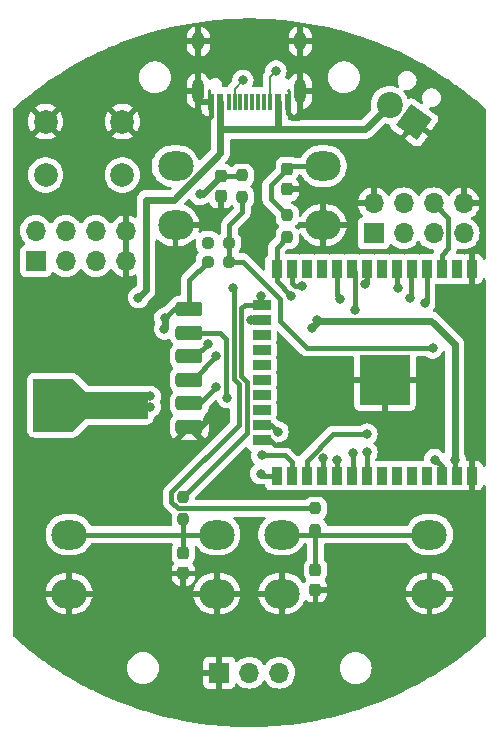
<source format=gbl>
%TF.GenerationSoftware,KiCad,Pcbnew,7.0.6*%
%TF.CreationDate,2024-01-07T21:19:13+01:00*%
%TF.ProjectId,esp-lamp,6573702d-6c61-46d7-902e-6b696361645f,rev?*%
%TF.SameCoordinates,Original*%
%TF.FileFunction,Copper,L2,Bot*%
%TF.FilePolarity,Positive*%
%FSLAX46Y46*%
G04 Gerber Fmt 4.6, Leading zero omitted, Abs format (unit mm)*
G04 Created by KiCad (PCBNEW 7.0.6) date 2024-01-07 21:19:13*
%MOMM*%
%LPD*%
G01*
G04 APERTURE LIST*
G04 Aperture macros list*
%AMRoundRect*
0 Rectangle with rounded corners*
0 $1 Rounding radius*
0 $2 $3 $4 $5 $6 $7 $8 $9 X,Y pos of 4 corners*
0 Add a 4 corners polygon primitive as box body*
4,1,4,$2,$3,$4,$5,$6,$7,$8,$9,$2,$3,0*
0 Add four circle primitives for the rounded corners*
1,1,$1+$1,$2,$3*
1,1,$1+$1,$4,$5*
1,1,$1+$1,$6,$7*
1,1,$1+$1,$8,$9*
0 Add four rect primitives between the rounded corners*
20,1,$1+$1,$2,$3,$4,$5,0*
20,1,$1+$1,$4,$5,$6,$7,0*
20,1,$1+$1,$6,$7,$8,$9,0*
20,1,$1+$1,$8,$9,$2,$3,0*%
%AMRotRect*
0 Rectangle, with rotation*
0 The origin of the aperture is its center*
0 $1 length*
0 $2 width*
0 $3 Rotation angle, in degrees counterclockwise*
0 Add horizontal line*
21,1,$1,$2,0,0,$3*%
G04 Aperture macros list end*
%TA.AperFunction,ComponentPad*%
%ADD10R,1.700000X1.700000*%
%TD*%
%TA.AperFunction,ComponentPad*%
%ADD11O,1.700000X1.700000*%
%TD*%
%TA.AperFunction,ComponentPad*%
%ADD12RotRect,2.200000X2.200000X144.500000*%
%TD*%
%TA.AperFunction,ComponentPad*%
%ADD13C,2.200000*%
%TD*%
%TA.AperFunction,ComponentPad*%
%ADD14O,3.000000X2.500000*%
%TD*%
%TA.AperFunction,ComponentPad*%
%ADD15C,2.000000*%
%TD*%
%TA.AperFunction,SMDPad,CuDef*%
%ADD16RoundRect,0.237500X-0.250000X-0.237500X0.250000X-0.237500X0.250000X0.237500X-0.250000X0.237500X0*%
%TD*%
%TA.AperFunction,ConnectorPad*%
%ADD17RoundRect,0.310000X0.833000X0.310000X-0.833000X0.310000X-0.833000X-0.310000X0.833000X-0.310000X0*%
%TD*%
%TA.AperFunction,SMDPad,CuDef*%
%ADD18RoundRect,0.237500X0.237500X-0.250000X0.237500X0.250000X-0.237500X0.250000X-0.237500X-0.250000X0*%
%TD*%
%TA.AperFunction,SMDPad,CuDef*%
%ADD19RoundRect,0.237500X-0.237500X0.250000X-0.237500X-0.250000X0.237500X-0.250000X0.237500X0.250000X0*%
%TD*%
%TA.AperFunction,SMDPad,CuDef*%
%ADD20RoundRect,0.237500X-0.237500X0.300000X-0.237500X-0.300000X0.237500X-0.300000X0.237500X0.300000X0*%
%TD*%
%TA.AperFunction,SMDPad,CuDef*%
%ADD21R,0.900000X1.500000*%
%TD*%
%TA.AperFunction,SMDPad,CuDef*%
%ADD22R,1.500000X0.900000*%
%TD*%
%TA.AperFunction,SMDPad,CuDef*%
%ADD23R,1.050000X1.050000*%
%TD*%
%TA.AperFunction,HeatsinkPad*%
%ADD24C,0.800000*%
%TD*%
%TA.AperFunction,SMDPad,CuDef*%
%ADD25R,4.200000X4.200000*%
%TD*%
%TA.AperFunction,SMDPad,CuDef*%
%ADD26R,0.600000X1.450000*%
%TD*%
%TA.AperFunction,SMDPad,CuDef*%
%ADD27R,0.300000X1.450000*%
%TD*%
%TA.AperFunction,ComponentPad*%
%ADD28O,1.000000X1.600000*%
%TD*%
%TA.AperFunction,ComponentPad*%
%ADD29O,1.000000X2.100000*%
%TD*%
%TA.AperFunction,ViaPad*%
%ADD30C,0.800000*%
%TD*%
%TA.AperFunction,Conductor*%
%ADD31C,0.420000*%
%TD*%
%TA.AperFunction,Conductor*%
%ADD32C,0.600000*%
%TD*%
%TA.AperFunction,Conductor*%
%ADD33C,0.210000*%
%TD*%
G04 APERTURE END LIST*
D10*
%TO.P,J3,1,Pin_1*%
%TO.N,3V3*%
X115920000Y-90540000D03*
D11*
%TO.P,J3,2,Pin_2*%
%TO.N,Net-(J3-Pin_2)*%
X115920000Y-88000000D03*
%TO.P,J3,3,Pin_3*%
%TO.N,Net-(J3-Pin_3)*%
X118460000Y-90540000D03*
%TO.P,J3,4,Pin_4*%
%TO.N,Net-(J3-Pin_4)*%
X118460000Y-88000000D03*
%TO.P,J3,5,Pin_5*%
%TO.N,Net-(J3-Pin_5)*%
X121000000Y-90540000D03*
%TO.P,J3,6,Pin_6*%
%TO.N,Net-(J3-Pin_6)*%
X121000000Y-88000000D03*
%TO.P,J3,7,Pin_7*%
%TO.N,GND*%
X123540000Y-90540000D03*
%TO.P,J3,8,Pin_8*%
X123540000Y-88000000D03*
%TD*%
D10*
%TO.P,J2,1,Pin_1*%
%TO.N,3V3*%
X144520000Y-88200000D03*
D11*
%TO.P,J2,2,Pin_2*%
%TO.N,GND*%
X144520000Y-85660000D03*
%TO.P,J2,3,Pin_3*%
%TO.N,UC*%
X147060000Y-88200000D03*
%TO.P,J2,4,Pin_4*%
%TO.N,UB*%
X147060000Y-85660000D03*
%TO.P,J2,5,Pin_5*%
%TO.N,UA*%
X149600000Y-88200000D03*
%TO.P,J2,6,Pin_6*%
%TO.N,SCL*%
X149600000Y-85660000D03*
%TO.P,J2,7,Pin_7*%
%TO.N,SDA*%
X152140000Y-88200000D03*
%TO.P,J2,8,Pin_8*%
%TO.N,GND*%
X152140000Y-85660000D03*
%TD*%
D12*
%TO.P,J1,1,Pin_1*%
%TO.N,GND*%
X147945400Y-78796051D03*
D13*
%TO.P,J1,2,Pin_2*%
%TO.N,Vin*%
X145877547Y-77321065D03*
%TD*%
D14*
%TO.P,SW2,1,1*%
%TO.N,Net-(C7-Pad1)*%
X127750000Y-82500000D03*
X140250000Y-82500000D03*
%TO.P,SW2,2,2*%
%TO.N,GND*%
X127750000Y-87500000D03*
X140250000Y-87500000D03*
%TD*%
D15*
%TO.P,SW1,1,1*%
%TO.N,GND*%
X116750000Y-78750000D03*
X123250000Y-78750000D03*
%TO.P,SW1,2,2*%
%TO.N,Net-(C6-Pad1)*%
X116750000Y-83250000D03*
X123250000Y-83250000D03*
%TD*%
D14*
%TO.P,SW3,1,1*%
%TO.N,Net-(C8-Pad1)*%
X118750000Y-113700000D03*
X131250000Y-113700000D03*
%TO.P,SW3,2,2*%
%TO.N,GND*%
X118750000Y-118700000D03*
X131250000Y-118700000D03*
%TD*%
D10*
%TO.P,J4,1,Pin_1*%
%TO.N,GND*%
X131460000Y-125400000D03*
D11*
%TO.P,J4,2,Pin_2*%
%TO.N,TXD*%
X134000000Y-125400000D03*
%TO.P,J4,3,Pin_3*%
%TO.N,RXD*%
X136540000Y-125400000D03*
%TD*%
D14*
%TO.P,SW4,1,1*%
%TO.N,Net-(C9-Pad1)*%
X136750000Y-113700000D03*
X149250000Y-113700000D03*
%TO.P,SW4,2,2*%
%TO.N,GND*%
X136750000Y-118700000D03*
X149250000Y-118700000D03*
%TD*%
D16*
%TO.P,R2,1*%
%TO.N,Net-(J3-Pin_2)*%
X130487500Y-89000000D03*
%TO.P,R2,2*%
%TO.N,EN*%
X132312500Y-89000000D03*
%TD*%
%TO.P,R1,1*%
%TO.N,3V3*%
X130487500Y-90600000D03*
%TO.P,R1,2*%
%TO.N,EN*%
X132312500Y-90600000D03*
%TD*%
D17*
%TO.P,U3,1,VCC*%
%TO.N,3V3*%
X128900000Y-94600000D03*
%TO.P,U3,2,RXT*%
%TO.N,LSC_TX*%
X128900000Y-96600000D03*
%TO.P,U3,3,TXD*%
%TO.N,LSC_RX*%
X128900000Y-98600000D03*
%TO.P,U3,4,SET*%
%TO.N,LSC_SET*%
X128900000Y-100600000D03*
%TO.P,U3,5,CS*%
%TO.N,LSC_CS*%
X128900000Y-102600000D03*
%TO.P,U3,6,GND*%
%TO.N,GND*%
X128900000Y-104600000D03*
%TD*%
D18*
%TO.P,R11,1*%
%TO.N,Net-(U2-IO0)*%
X137200000Y-88512500D03*
%TO.P,R11,2*%
%TO.N,Net-(C7-Pad1)*%
X137200000Y-86687500D03*
%TD*%
D19*
%TO.P,R12,1*%
%TO.N,Net-(U2-IO2)*%
X128400000Y-110537500D03*
%TO.P,R12,2*%
%TO.N,Net-(C8-Pad1)*%
X128400000Y-112362500D03*
%TD*%
D20*
%TO.P,C6,1*%
%TO.N,Net-(C6-Pad1)*%
X131600000Y-83337500D03*
%TO.P,C6,2*%
%TO.N,GND*%
X131600000Y-85062500D03*
%TD*%
%TO.P,C8,1*%
%TO.N,Net-(C8-Pad1)*%
X128400000Y-115275000D03*
%TO.P,C8,2*%
%TO.N,GND*%
X128400000Y-117000000D03*
%TD*%
D19*
%TO.P,R13,1*%
%TO.N,Net-(U2-IO4)*%
X139600000Y-111487500D03*
%TO.P,R13,2*%
%TO.N,Net-(C9-Pad1)*%
X139600000Y-113312500D03*
%TD*%
D20*
%TO.P,C7,1*%
%TO.N,Net-(C7-Pad1)*%
X137200000Y-82737500D03*
%TO.P,C7,2*%
%TO.N,GND*%
X137200000Y-84462500D03*
%TD*%
D21*
%TO.P,U2,1,GND*%
%TO.N,GND*%
X152815000Y-108720000D03*
%TO.P,U2,2,VDD*%
%TO.N,3V3*%
X151545000Y-108720000D03*
%TO.P,U2,3,EN*%
%TO.N,EN*%
X150275000Y-108720000D03*
%TO.P,U2,4,SENSOR_VP*%
%TO.N,unconnected-(U2-SENSOR_VP-Pad4)*%
X149005000Y-108720000D03*
%TO.P,U2,5,SENSOR_VN*%
%TO.N,unconnected-(U2-SENSOR_VN-Pad5)*%
X147735000Y-108720000D03*
%TO.P,U2,6,IO34*%
%TO.N,unconnected-(U2-IO34-Pad6)*%
X146465000Y-108720000D03*
%TO.P,U2,7,IO35*%
%TO.N,unconnected-(U2-IO35-Pad7)*%
X145195000Y-108720000D03*
%TO.P,U2,8,IO32*%
%TO.N,UC*%
X143925000Y-108720000D03*
%TO.P,U2,9,IO33*%
%TO.N,UB*%
X142655000Y-108720000D03*
%TO.P,U2,10,IO25*%
%TO.N,LSC_TX*%
X141385000Y-108720000D03*
%TO.P,U2,11,IO26*%
%TO.N,LSC_RX*%
X140115000Y-108720000D03*
%TO.P,U2,12,IO27*%
%TO.N,UA*%
X138845000Y-108720000D03*
%TO.P,U2,13,IO14*%
%TO.N,TMS*%
X137575000Y-108720000D03*
%TO.P,U2,14,IO12*%
%TO.N,TDI*%
X136305000Y-108720000D03*
D22*
%TO.P,U2,15,GND*%
%TO.N,GND*%
X135055000Y-105680000D03*
%TO.P,U2,16,IO13*%
%TO.N,TCK*%
X135055000Y-104410000D03*
%TO.P,U2,17,SHD/SD2*%
%TO.N,unconnected-(U2-SHD{slash}SD2-Pad17)*%
X135055000Y-103140000D03*
%TO.P,U2,18,SWP/SD3*%
%TO.N,unconnected-(U2-SWP{slash}SD3-Pad18)*%
X135055000Y-101870000D03*
%TO.P,U2,19,SCS/CMD*%
%TO.N,unconnected-(U2-SCS{slash}CMD-Pad19)*%
X135055000Y-100600000D03*
%TO.P,U2,20,SCK/CLK*%
%TO.N,unconnected-(U2-SCK{slash}CLK-Pad20)*%
X135055000Y-99330000D03*
%TO.P,U2,21,SDO/SD0*%
%TO.N,unconnected-(U2-SDO{slash}SD0-Pad21)*%
X135055000Y-98060000D03*
%TO.P,U2,22,SDI/SD1*%
%TO.N,unconnected-(U2-SDI{slash}SD1-Pad22)*%
X135055000Y-96790000D03*
%TO.P,U2,23,IO15*%
%TO.N,TDO*%
X135055000Y-95520000D03*
%TO.P,U2,24,IO2*%
%TO.N,Net-(U2-IO2)*%
X135055000Y-94250000D03*
D21*
%TO.P,U2,25,IO0*%
%TO.N,Net-(U2-IO0)*%
X136305000Y-91220000D03*
%TO.P,U2,26,IO4*%
%TO.N,Net-(U2-IO4)*%
X137575000Y-91220000D03*
%TO.P,U2,27,IO16*%
%TO.N,unconnected-(U2-IO16-Pad27)*%
X138845000Y-91220000D03*
%TO.P,U2,28,IO17*%
%TO.N,unconnected-(U2-IO17-Pad28)*%
X140115000Y-91220000D03*
%TO.P,U2,29,IO5*%
%TO.N,Net-(D1-A)*%
X141385000Y-91220000D03*
%TO.P,U2,30,IO18*%
%TO.N,LSC_CS*%
X142655000Y-91220000D03*
%TO.P,U2,31,IO19*%
%TO.N,LSC_SET*%
X143925000Y-91220000D03*
%TO.P,U2,32,NC*%
%TO.N,unconnected-(U2-NC-Pad32)*%
X145195000Y-91220000D03*
%TO.P,U2,33,IO21*%
%TO.N,SDA*%
X146465000Y-91220000D03*
%TO.P,U2,34,RXD0/IO3*%
%TO.N,RXD*%
X147735000Y-91220000D03*
%TO.P,U2,35,TXD0/IO1*%
%TO.N,TXD*%
X149005000Y-91220000D03*
%TO.P,U2,36,IO22*%
%TO.N,SCL*%
X150275000Y-91220000D03*
%TO.P,U2,37,IO23*%
%TO.N,unconnected-(U2-IO23-Pad37)*%
X151545000Y-91220000D03*
%TO.P,U2,38,GND*%
%TO.N,GND*%
X152815000Y-91220000D03*
D23*
%TO.P,U2,39,GND*%
X143950000Y-102175000D03*
X145475000Y-102175000D03*
X147000000Y-102175000D03*
D24*
X144665000Y-101370000D03*
X146165000Y-101370000D03*
D23*
X143950000Y-100650000D03*
X145475000Y-100650000D03*
D25*
X145475000Y-100650000D03*
D23*
X147000000Y-100650000D03*
D24*
X144665000Y-99870000D03*
X146165000Y-99870000D03*
D23*
X143950000Y-99125000D03*
X145475000Y-99125000D03*
X147000000Y-99125000D03*
%TD*%
D20*
%TO.P,C9,1*%
%TO.N,Net-(C9-Pad1)*%
X139600000Y-116675000D03*
%TO.P,C9,2*%
%TO.N,GND*%
X139600000Y-118400000D03*
%TD*%
D18*
%TO.P,R7,1*%
%TO.N,EN*%
X133400000Y-85112500D03*
%TO.P,R7,2*%
%TO.N,Net-(C6-Pad1)*%
X133400000Y-83287500D03*
%TD*%
D26*
%TO.P,J5,A1,GND*%
%TO.N,GND*%
X130750000Y-77045000D03*
%TO.P,J5,A4,VBUS*%
%TO.N,Vin*%
X131550000Y-77045000D03*
D27*
%TO.P,J5,A5,CC1*%
%TO.N,Net-(J5-CC1)*%
X132750000Y-77045000D03*
%TO.P,J5,A6,D+*%
%TO.N,unconnected-(J5-D+-PadA6)*%
X133750000Y-77045000D03*
%TO.P,J5,A7,D-*%
%TO.N,unconnected-(J5-D--PadA7)*%
X134250000Y-77045000D03*
%TO.P,J5,A8,SBU1*%
%TO.N,unconnected-(J5-SBU1-PadA8)*%
X135250000Y-77045000D03*
D26*
%TO.P,J5,A9,VBUS*%
%TO.N,Vin*%
X136450000Y-77045000D03*
%TO.P,J5,A12,GND*%
%TO.N,GND*%
X137250000Y-77045000D03*
%TO.P,J5,B1,GND*%
X137250000Y-77045000D03*
%TO.P,J5,B4,VBUS*%
%TO.N,Vin*%
X136450000Y-77045000D03*
D27*
%TO.P,J5,B5,CC2*%
%TO.N,Net-(J5-CC2)*%
X135750000Y-77045000D03*
%TO.P,J5,B6,D+*%
%TO.N,unconnected-(J5-D+-PadB6)*%
X134750000Y-77045000D03*
%TO.P,J5,B7,D-*%
%TO.N,unconnected-(J5-D--PadB7)*%
X133250000Y-77045000D03*
%TO.P,J5,B8,SBU2*%
%TO.N,unconnected-(J5-SBU2-PadB8)*%
X132250000Y-77045000D03*
D26*
%TO.P,J5,B9,VBUS*%
%TO.N,Vin*%
X131550000Y-77045000D03*
%TO.P,J5,B12,GND*%
%TO.N,GND*%
X130750000Y-77045000D03*
D28*
%TO.P,J5,S1,SHIELD*%
X129680000Y-71950000D03*
D29*
X129680000Y-76130000D03*
D28*
X138320000Y-71950000D03*
D29*
X138320000Y-76130000D03*
%TD*%
D30*
%TO.N,GND*%
X153300000Y-100600000D03*
X150500000Y-93200000D03*
X122500000Y-106800000D03*
X123600000Y-85900000D03*
X124500000Y-98700000D03*
X120800000Y-105100000D03*
X153300000Y-104800000D03*
X122200000Y-105100000D03*
X153100000Y-93200000D03*
X138200000Y-102100000D03*
X141100000Y-100900000D03*
X153300000Y-110700000D03*
X125000000Y-97300000D03*
X131400000Y-103900000D03*
X140500000Y-103900000D03*
X122000000Y-92700000D03*
X122300000Y-85900000D03*
X153300000Y-106400000D03*
X122400000Y-94300000D03*
X123900000Y-106800000D03*
X151800000Y-111900000D03*
X153300000Y-111900000D03*
X153300000Y-102000000D03*
X150900000Y-111100000D03*
X123500000Y-92600000D03*
X151800000Y-93200000D03*
X122400000Y-96000000D03*
X130500000Y-103900000D03*
X126400000Y-106800000D03*
X153300000Y-103400000D03*
X121500000Y-106100000D03*
X125100000Y-106800000D03*
%TO.N,3V3*%
X125600000Y-102000000D03*
X116100000Y-101200000D03*
X116100000Y-102700000D03*
X130487500Y-90600000D03*
X151450000Y-107400000D03*
X139286152Y-96226296D03*
X122300000Y-102700000D03*
X126850000Y-95350000D03*
X126800000Y-96300000D03*
X116100000Y-104300000D03*
X125600000Y-102900000D03*
X139700000Y-95500000D03*
%TO.N,EN*%
X149700000Y-107350000D03*
X149510000Y-97906802D03*
%TO.N,UC*%
X143950000Y-106750000D03*
%TO.N,UB*%
X142750000Y-106800000D03*
%TO.N,LSC_TX*%
X141400000Y-107400000D03*
X132134640Y-102123776D03*
%TO.N,LSC_RX*%
X140200000Y-107250000D03*
X130493360Y-97537201D03*
%TO.N,UA*%
X143950000Y-105200000D03*
%TO.N,TMS*%
X135050000Y-107000000D03*
%TO.N,TDI*%
X134950000Y-108550000D03*
%TO.N,TCK*%
X136421679Y-104994472D03*
%TO.N,TDO*%
X134180000Y-95536368D03*
%TO.N,Net-(U2-IO2)*%
X135027169Y-93510000D03*
%TO.N,Net-(U2-IO0)*%
X137549231Y-93510000D03*
%TO.N,Net-(U2-IO4)*%
X132652243Y-92797757D03*
X138500000Y-92700000D03*
%TO.N,LSC_CS*%
X142950000Y-94650000D03*
X131200000Y-101200000D03*
%TO.N,LSC_SET*%
X131200000Y-98600000D03*
X143760000Y-92454341D03*
%TO.N,SDA*%
X146620000Y-92850000D03*
%TO.N,RXD*%
X147600000Y-93700000D03*
%TO.N,TXD*%
X148851156Y-94089231D03*
%TO.N,Net-(C6-Pad1)*%
X129800000Y-84900000D03*
%TO.N,Net-(D1-A)*%
X141710000Y-93720367D03*
%TO.N,Vin*%
X124600000Y-93650000D03*
%TO.N,Net-(J3-Pin_2)*%
X130487500Y-89000000D03*
%TO.N,Net-(J5-CC1)*%
X133450000Y-75250000D03*
%TO.N,Net-(J5-CC2)*%
X136250000Y-74450000D03*
%TD*%
D31*
%TO.N,GND*%
X138100000Y-106100000D02*
X138500000Y-105700000D01*
X130600000Y-78400000D02*
X130000000Y-78400000D01*
X137600000Y-106100000D02*
X138100000Y-106100000D01*
X136200000Y-106100000D02*
X137600000Y-106100000D01*
X137500000Y-78300000D02*
X137600000Y-78400000D01*
X135055000Y-105680000D02*
X135780000Y-105680000D01*
D32*
X129800000Y-104600000D02*
X130500000Y-103900000D01*
D31*
X137250000Y-78050000D02*
X137500000Y-78300000D01*
D32*
X128900000Y-104600000D02*
X129800000Y-104600000D01*
D31*
X135780000Y-105680000D02*
X136200000Y-106100000D01*
X130750000Y-77045000D02*
X130750000Y-78250000D01*
X137250000Y-77045000D02*
X137250000Y-78050000D01*
X130750000Y-78250000D02*
X130600000Y-78400000D01*
D32*
X131400000Y-103900000D02*
X130500000Y-103900000D01*
D31*
X137600000Y-78400000D02*
X138100000Y-78400000D01*
%TO.N,3V3*%
X151450000Y-108625000D02*
X151545000Y-108720000D01*
D32*
X139700000Y-95500000D02*
X139700000Y-95812448D01*
D31*
X127600000Y-94600000D02*
X126850000Y-95350000D01*
D32*
X139700000Y-95812448D02*
X139286152Y-96226296D01*
X151400000Y-97600000D02*
X149385213Y-95585213D01*
D31*
X128900000Y-92187500D02*
X130487500Y-90600000D01*
X128900000Y-92187500D02*
X128900000Y-94600000D01*
D32*
X126850000Y-95350000D02*
X126850000Y-96250000D01*
X151450000Y-107400000D02*
X151400000Y-107350000D01*
X149385213Y-95585213D02*
X139685213Y-95585213D01*
D31*
X151450000Y-107400000D02*
X151450000Y-108625000D01*
X128900000Y-94600000D02*
X127600000Y-94600000D01*
X126850000Y-96250000D02*
X126800000Y-96300000D01*
D32*
X151400000Y-107350000D02*
X151400000Y-97600000D01*
D31*
%TO.N,EN*%
X136600000Y-95600000D02*
X138906802Y-97906802D01*
X133400000Y-86412500D02*
X133400000Y-85112500D01*
X133425000Y-90600000D02*
X136600000Y-93775000D01*
X132312500Y-89000000D02*
X132312500Y-87500000D01*
X136600000Y-93775000D02*
X136600000Y-95600000D01*
X149700000Y-107350000D02*
X150275000Y-107925000D01*
X132312500Y-90600000D02*
X133425000Y-90600000D01*
X150275000Y-107925000D02*
X150275000Y-108720000D01*
X132312500Y-87500000D02*
X133400000Y-86412500D01*
X132312500Y-90600000D02*
X132312500Y-89000000D01*
X138906802Y-97906802D02*
X149510000Y-97906802D01*
%TO.N,UC*%
X143950000Y-108695000D02*
X143925000Y-108720000D01*
X143950000Y-106750000D02*
X143950000Y-108695000D01*
%TO.N,UB*%
X142750000Y-108625000D02*
X142655000Y-108720000D01*
X142750000Y-106800000D02*
X142750000Y-108625000D01*
%TO.N,LSC_TX*%
X132060000Y-102049136D02*
X132134640Y-102123776D01*
X132060000Y-97160000D02*
X132060000Y-102049136D01*
X141400000Y-108705000D02*
X141385000Y-108720000D01*
X131500000Y-96600000D02*
X132060000Y-97160000D01*
X141400000Y-107400000D02*
X141400000Y-108705000D01*
X128900000Y-96600000D02*
X131500000Y-96600000D01*
%TO.N,LSC_RX*%
X128900000Y-98600000D02*
X129430561Y-98600000D01*
X129430561Y-98600000D02*
X130493360Y-97537201D01*
X140200000Y-108635000D02*
X140115000Y-108720000D01*
X140200000Y-107250000D02*
X140200000Y-108635000D01*
%TO.N,UA*%
X141104487Y-105200000D02*
X138845000Y-107459487D01*
X143950000Y-105200000D02*
X141104487Y-105200000D01*
X138845000Y-107459487D02*
X138845000Y-108720000D01*
%TO.N,TMS*%
X135050000Y-107000000D02*
X137025000Y-107000000D01*
X137575000Y-107550000D02*
X137575000Y-108720000D01*
X137025000Y-107000000D02*
X137575000Y-107550000D01*
%TO.N,TDI*%
X135120000Y-108720000D02*
X134950000Y-108550000D01*
X136305000Y-108720000D02*
X135120000Y-108720000D01*
%TO.N,TCK*%
X135055000Y-104410000D02*
X135837207Y-104410000D01*
X135837207Y-104410000D02*
X136421679Y-104994472D01*
%TO.N,TDO*%
X134196368Y-95520000D02*
X134180000Y-95536368D01*
X135055000Y-95520000D02*
X134196368Y-95520000D01*
%TO.N,Net-(U2-IO2)*%
X133300000Y-94554487D02*
X133604487Y-94250000D01*
X128400000Y-110537500D02*
X133820000Y-105117500D01*
X133820000Y-100820863D02*
X133300000Y-100300863D01*
X133604487Y-94250000D02*
X135055000Y-94250000D01*
X133300000Y-100300863D02*
X133300000Y-94554487D01*
X133820000Y-105117500D02*
X133820000Y-100820863D01*
%TO.N,Net-(U2-IO0)*%
X136305000Y-91220000D02*
X136305000Y-92265769D01*
X136305000Y-92265769D02*
X137549231Y-93510000D01*
X137200000Y-88512500D02*
X136305000Y-89407500D01*
X136305000Y-89407500D02*
X136305000Y-91220000D01*
%TO.N,Net-(U2-IO4)*%
X132680000Y-100557675D02*
X132680000Y-92825514D01*
X127400000Y-110134297D02*
X133100000Y-104434297D01*
X137575000Y-91220000D02*
X137575000Y-92390000D01*
X132680000Y-92825514D02*
X132652243Y-92797757D01*
X133100000Y-100977675D02*
X132680000Y-100557675D01*
X137575000Y-92390000D02*
X137885000Y-92700000D01*
X137885000Y-92700000D02*
X138500000Y-92700000D01*
X127924297Y-111465000D02*
X127400000Y-110940703D01*
X127400000Y-110940703D02*
X127400000Y-110134297D01*
X139577500Y-111465000D02*
X127924297Y-111465000D01*
X139600000Y-111487500D02*
X139577500Y-111465000D01*
X133100000Y-104434297D02*
X133100000Y-100977675D01*
%TO.N,LSC_CS*%
X142950000Y-94650000D02*
X142950000Y-91515000D01*
X131200000Y-101200000D02*
X129800000Y-102600000D01*
X142950000Y-91515000D02*
X142655000Y-91220000D01*
X129800000Y-102600000D02*
X128900000Y-102600000D01*
%TO.N,LSC_SET*%
X143925000Y-92289341D02*
X143760000Y-92454341D01*
X129200000Y-100600000D02*
X131200000Y-98600000D01*
X128900000Y-100600000D02*
X129200000Y-100600000D01*
X143925000Y-91220000D02*
X143925000Y-92289341D01*
%TO.N,SDA*%
X146465000Y-91220000D02*
X146465000Y-92695000D01*
X146465000Y-92695000D02*
X146620000Y-92850000D01*
%TO.N,RXD*%
X147700000Y-91255000D02*
X147735000Y-91220000D01*
X147700000Y-93600000D02*
X147700000Y-91255000D01*
X147600000Y-93700000D02*
X147700000Y-93600000D01*
%TO.N,TXD*%
X149005000Y-93935387D02*
X148851156Y-94089231D01*
X149005000Y-91220000D02*
X149005000Y-93935387D01*
%TO.N,SCL*%
X150860000Y-86920000D02*
X150860000Y-89465000D01*
X149600000Y-85660000D02*
X150860000Y-86920000D01*
X150860000Y-89465000D02*
X150275000Y-90050000D01*
X150275000Y-90050000D02*
X150275000Y-91220000D01*
%TO.N,Net-(C6-Pad1)*%
X131600000Y-83337500D02*
X133350000Y-83337500D01*
D32*
X129800000Y-84900000D02*
X130037500Y-84900000D01*
X130037500Y-84900000D02*
X131600000Y-83337500D01*
D31*
X133350000Y-83337500D02*
X133400000Y-83287500D01*
%TO.N,Net-(C7-Pad1)*%
X137200000Y-82737500D02*
X135800000Y-84137500D01*
X137200000Y-86687500D02*
X135800000Y-85287500D01*
X135800000Y-85287500D02*
X135800000Y-84137500D01*
X140250000Y-82500000D02*
X137437500Y-82500000D01*
X137437500Y-82500000D02*
X137200000Y-82737500D01*
%TO.N,Net-(C8-Pad1)*%
X128600000Y-113700000D02*
X131250000Y-113700000D01*
X128400000Y-113900000D02*
X128400000Y-115275000D01*
X118750000Y-113700000D02*
X128600000Y-113700000D01*
X128400000Y-112362500D02*
X128400000Y-113900000D01*
%TO.N,Net-(C9-Pad1)*%
X136750000Y-113700000D02*
X149250000Y-113700000D01*
X139600000Y-113312500D02*
X139600000Y-116675000D01*
%TO.N,Net-(D1-A)*%
X141385000Y-93395367D02*
X141710000Y-93720367D01*
X141385000Y-91220000D02*
X141385000Y-93395367D01*
D32*
%TO.N,Vin*%
X145877547Y-77321065D02*
X143798612Y-79400000D01*
X136450000Y-77045000D02*
X136450000Y-79350000D01*
X131550000Y-78370000D02*
X131550000Y-79400000D01*
X136450000Y-79350000D02*
X136400000Y-79400000D01*
X127624874Y-85350000D02*
X125250000Y-85350000D01*
X131550000Y-81424874D02*
X127624874Y-85350000D01*
X131550000Y-79400000D02*
X136400000Y-79400000D01*
X143798612Y-79400000D02*
X136500000Y-79400000D01*
X125250000Y-93000000D02*
X124600000Y-93650000D01*
X131550000Y-78370000D02*
X131550000Y-81424874D01*
X136500000Y-79400000D02*
X136450000Y-79350000D01*
X131550000Y-77045000D02*
X131550000Y-78370000D01*
X125250000Y-85350000D02*
X125250000Y-93000000D01*
D33*
%TO.N,Net-(J5-CC1)*%
X132750000Y-75950000D02*
X133450000Y-75250000D01*
X132750000Y-77045000D02*
X132750000Y-75950000D01*
%TO.N,Net-(J5-CC2)*%
X135750000Y-77045000D02*
X135750000Y-74950000D01*
X135750000Y-74950000D02*
X136250000Y-74450000D01*
%TD*%
%TA.AperFunction,Conductor*%
%TO.N,3V3*%
G36*
X119018805Y-100519685D02*
G01*
X119035556Y-100532592D01*
X120200000Y-101600000D01*
X125276000Y-101600000D01*
X125343039Y-101619685D01*
X125388794Y-101672489D01*
X125400000Y-101724000D01*
X125400000Y-103776000D01*
X125380315Y-103843039D01*
X125327511Y-103888794D01*
X125276000Y-103900000D01*
X120200000Y-103900000D01*
X119035556Y-104967407D01*
X118972836Y-104998197D01*
X118951766Y-105000000D01*
X115824000Y-105000000D01*
X115756961Y-104980315D01*
X115711206Y-104927511D01*
X115700000Y-104876000D01*
X115700000Y-100624000D01*
X115719685Y-100556961D01*
X115772489Y-100511206D01*
X115824000Y-100500000D01*
X118951766Y-100500000D01*
X119018805Y-100519685D01*
G37*
%TD.AperFunction*%
%TD*%
%TA.AperFunction,Conductor*%
%TO.N,GND*%
G36*
X136510702Y-96515946D02*
G01*
X136517178Y-96521976D01*
X138387909Y-98392708D01*
X138390461Y-98395420D01*
X138429084Y-98439016D01*
X138432193Y-98442525D01*
X138483976Y-98478268D01*
X138486992Y-98480488D01*
X138536531Y-98519299D01*
X138536530Y-98519299D01*
X138536533Y-98519300D01*
X138536534Y-98519301D01*
X138546059Y-98523587D01*
X138565594Y-98534605D01*
X138574191Y-98540539D01*
X138633032Y-98562854D01*
X138636485Y-98564285D01*
X138656759Y-98573409D01*
X138693874Y-98590113D01*
X138704140Y-98591994D01*
X138725754Y-98598019D01*
X138735519Y-98601723D01*
X138797978Y-98609306D01*
X138801681Y-98609870D01*
X138822898Y-98613757D01*
X138863588Y-98621215D01*
X138919949Y-98617805D01*
X138926404Y-98617415D01*
X138930149Y-98617302D01*
X142751000Y-98617302D01*
X142818039Y-98636987D01*
X142863794Y-98689791D01*
X142875000Y-98741302D01*
X142875000Y-100400000D01*
X143700000Y-100400000D01*
X143700000Y-99375000D01*
X144200000Y-99375000D01*
X144200000Y-100400000D01*
X145225000Y-100400000D01*
X145225000Y-99375000D01*
X145725000Y-99375000D01*
X145725000Y-100400000D01*
X146750000Y-100400000D01*
X146750000Y-99375000D01*
X145725000Y-99375000D01*
X145225000Y-99375000D01*
X144200000Y-99375000D01*
X143700000Y-99375000D01*
X143700000Y-98999000D01*
X143719685Y-98931961D01*
X143772489Y-98886206D01*
X143824000Y-98875000D01*
X147126000Y-98875000D01*
X147193039Y-98894685D01*
X147238794Y-98947489D01*
X147250000Y-98999000D01*
X147250000Y-100400000D01*
X148075000Y-100400000D01*
X148075000Y-98741302D01*
X148094685Y-98674263D01*
X148147489Y-98628508D01*
X148199000Y-98617302D01*
X148915608Y-98617302D01*
X148982647Y-98636987D01*
X148988485Y-98640978D01*
X149026559Y-98668640D01*
X149057270Y-98690953D01*
X149230192Y-98767944D01*
X149230197Y-98767946D01*
X149415354Y-98807302D01*
X149415355Y-98807302D01*
X149604644Y-98807302D01*
X149604646Y-98807302D01*
X149789803Y-98767946D01*
X149962730Y-98690953D01*
X150115871Y-98579690D01*
X150242533Y-98439018D01*
X150337179Y-98275086D01*
X150337181Y-98275080D01*
X150357569Y-98212333D01*
X150397006Y-98154657D01*
X150461365Y-98127459D01*
X150530211Y-98139374D01*
X150581687Y-98186618D01*
X150599500Y-98250651D01*
X150599500Y-106680188D01*
X150579815Y-106747227D01*
X150527011Y-106792982D01*
X150457853Y-106802926D01*
X150394297Y-106773901D01*
X150383351Y-106763161D01*
X150305871Y-106677112D01*
X150305870Y-106677111D01*
X150152734Y-106565851D01*
X150152729Y-106565848D01*
X149979807Y-106488857D01*
X149979802Y-106488855D01*
X149834000Y-106457865D01*
X149794646Y-106449500D01*
X149605354Y-106449500D01*
X149572897Y-106456398D01*
X149420197Y-106488855D01*
X149420192Y-106488857D01*
X149247270Y-106565848D01*
X149247265Y-106565851D01*
X149094129Y-106677111D01*
X148967466Y-106817785D01*
X148872821Y-106981715D01*
X148872818Y-106981722D01*
X148816877Y-107153893D01*
X148814326Y-107161744D01*
X148796868Y-107327853D01*
X148793861Y-107356463D01*
X148791396Y-107356204D01*
X148774855Y-107412539D01*
X148722051Y-107458294D01*
X148670541Y-107469500D01*
X148507130Y-107469500D01*
X148507123Y-107469501D01*
X148447518Y-107475908D01*
X148413331Y-107488659D01*
X148343639Y-107493642D01*
X148326669Y-107488659D01*
X148309140Y-107482121D01*
X148292483Y-107475909D01*
X148292482Y-107475908D01*
X148232883Y-107469501D01*
X148232881Y-107469500D01*
X148232873Y-107469500D01*
X148232864Y-107469500D01*
X147237129Y-107469500D01*
X147237123Y-107469501D01*
X147177516Y-107475908D01*
X147143329Y-107488659D01*
X147073637Y-107493641D01*
X147056667Y-107488658D01*
X147022484Y-107475909D01*
X147022482Y-107475908D01*
X146962883Y-107469501D01*
X146962881Y-107469500D01*
X146962873Y-107469500D01*
X146962864Y-107469500D01*
X145967129Y-107469500D01*
X145967123Y-107469501D01*
X145907518Y-107475908D01*
X145873331Y-107488659D01*
X145803639Y-107493642D01*
X145786669Y-107488659D01*
X145769140Y-107482121D01*
X145752483Y-107475909D01*
X145752482Y-107475908D01*
X145692883Y-107469501D01*
X145692881Y-107469500D01*
X145692873Y-107469500D01*
X145692865Y-107469500D01*
X144789178Y-107469500D01*
X144722139Y-107449815D01*
X144676384Y-107397011D01*
X144666440Y-107327853D01*
X144681791Y-107283500D01*
X144682531Y-107282218D01*
X144682533Y-107282216D01*
X144777179Y-107118284D01*
X144835674Y-106938256D01*
X144855460Y-106750000D01*
X144835674Y-106561744D01*
X144777179Y-106381716D01*
X144682533Y-106217784D01*
X144555871Y-106077112D01*
X144555870Y-106077111D01*
X144555868Y-106077109D01*
X144553405Y-106075320D01*
X144552323Y-106073917D01*
X144551037Y-106072759D01*
X144551248Y-106072523D01*
X144510738Y-106019991D01*
X144504757Y-105950378D01*
X144537362Y-105888582D01*
X144553405Y-105874680D01*
X144555868Y-105872890D01*
X144555867Y-105872890D01*
X144555871Y-105872888D01*
X144682533Y-105732216D01*
X144777179Y-105568284D01*
X144835674Y-105388256D01*
X144855460Y-105200000D01*
X144835674Y-105011744D01*
X144777179Y-104831716D01*
X144682533Y-104667784D01*
X144555871Y-104527112D01*
X144538936Y-104514808D01*
X144402734Y-104415851D01*
X144402729Y-104415848D01*
X144229807Y-104338857D01*
X144229802Y-104338855D01*
X144084001Y-104307865D01*
X144044646Y-104299500D01*
X143855354Y-104299500D01*
X143822897Y-104306398D01*
X143670197Y-104338855D01*
X143670192Y-104338857D01*
X143497270Y-104415848D01*
X143446625Y-104452644D01*
X143433397Y-104462256D01*
X143428494Y-104465818D01*
X143362687Y-104489298D01*
X143355608Y-104489500D01*
X141127823Y-104489500D01*
X141124078Y-104489387D01*
X141061275Y-104485588D01*
X141061270Y-104485588D01*
X140999384Y-104496929D01*
X140995682Y-104497492D01*
X140933206Y-104505078D01*
X140933200Y-104505079D01*
X140923442Y-104508781D01*
X140901825Y-104514807D01*
X140899974Y-104515146D01*
X140891561Y-104516688D01*
X140891558Y-104516689D01*
X140891559Y-104516689D01*
X140834167Y-104542517D01*
X140830730Y-104543941D01*
X140790317Y-104559268D01*
X140771878Y-104566262D01*
X140771872Y-104566265D01*
X140763284Y-104572193D01*
X140743743Y-104583214D01*
X140734221Y-104587499D01*
X140684680Y-104626311D01*
X140681665Y-104628529D01*
X140629880Y-104664275D01*
X140629878Y-104664276D01*
X140588146Y-104711380D01*
X140585580Y-104714106D01*
X138359116Y-106940571D01*
X138356390Y-106943138D01*
X138309275Y-106984879D01*
X138274674Y-107035008D01*
X138220391Y-107078998D01*
X138150942Y-107086658D01*
X138090397Y-107057383D01*
X138063617Y-107033658D01*
X138060905Y-107031106D01*
X137543897Y-106514099D01*
X137541346Y-106511388D01*
X137499608Y-106464276D01*
X137452445Y-106431722D01*
X137447809Y-106428521D01*
X137444798Y-106426306D01*
X137395268Y-106387501D01*
X137385742Y-106383213D01*
X137366201Y-106372192D01*
X137357613Y-106366264D01*
X137357607Y-106366261D01*
X137298764Y-106343944D01*
X137295304Y-106342511D01*
X137237926Y-106316688D01*
X137227654Y-106314805D01*
X137206051Y-106308783D01*
X137196283Y-106305079D01*
X137196279Y-106305078D01*
X137133813Y-106297493D01*
X137130119Y-106296931D01*
X137068214Y-106285587D01*
X137068211Y-106285587D01*
X137005398Y-106289387D01*
X137001653Y-106289500D01*
X136429000Y-106289500D01*
X136361961Y-106269815D01*
X136316206Y-106217011D01*
X136305000Y-106165500D01*
X136305000Y-106018972D01*
X136324685Y-105951933D01*
X136377489Y-105906178D01*
X136429000Y-105894972D01*
X136516323Y-105894972D01*
X136516325Y-105894972D01*
X136701482Y-105855616D01*
X136874409Y-105778623D01*
X137027550Y-105667360D01*
X137154212Y-105526688D01*
X137248858Y-105362756D01*
X137307353Y-105182728D01*
X137327139Y-104994472D01*
X137307353Y-104806216D01*
X137248858Y-104626188D01*
X137154212Y-104462256D01*
X137027550Y-104321584D01*
X137005587Y-104305627D01*
X136874413Y-104210323D01*
X136874408Y-104210320D01*
X136701486Y-104133329D01*
X136701481Y-104133327D01*
X136564509Y-104104213D01*
X136503027Y-104071020D01*
X136502768Y-104070763D01*
X136356104Y-103924098D01*
X136353553Y-103921387D01*
X136319158Y-103882563D01*
X136295791Y-103843670D01*
X136286340Y-103818332D01*
X136281357Y-103748643D01*
X136286338Y-103731672D01*
X136299091Y-103697483D01*
X136305500Y-103637873D01*
X136305499Y-102642128D01*
X136299091Y-102582517D01*
X136286341Y-102548332D01*
X136281357Y-102478640D01*
X136286342Y-102461664D01*
X136292894Y-102444099D01*
X136299091Y-102427483D01*
X136305500Y-102367873D01*
X136305499Y-101372128D01*
X136299091Y-101312517D01*
X136286340Y-101278332D01*
X136281357Y-101208642D01*
X136286338Y-101191672D01*
X136299091Y-101157483D01*
X136305500Y-101097873D01*
X136305500Y-100900000D01*
X142875000Y-100900000D01*
X142875000Y-102797844D01*
X142881401Y-102857372D01*
X142881403Y-102857379D01*
X142931645Y-102992086D01*
X142931649Y-102992093D01*
X143017809Y-103107187D01*
X143017812Y-103107190D01*
X143132906Y-103193350D01*
X143132913Y-103193354D01*
X143267620Y-103243596D01*
X143267627Y-103243598D01*
X143327155Y-103249999D01*
X143327172Y-103250000D01*
X145225000Y-103250000D01*
X145725000Y-103250000D01*
X147622828Y-103250000D01*
X147622844Y-103249999D01*
X147682372Y-103243598D01*
X147682379Y-103243596D01*
X147817086Y-103193354D01*
X147817093Y-103193350D01*
X147932187Y-103107190D01*
X147932190Y-103107187D01*
X148018350Y-102992093D01*
X148018354Y-102992086D01*
X148068596Y-102857379D01*
X148068598Y-102857372D01*
X148074999Y-102797844D01*
X148075000Y-102797827D01*
X148075000Y-100900000D01*
X147250000Y-100900000D01*
X147250000Y-102301000D01*
X147230315Y-102368039D01*
X147177511Y-102413794D01*
X147126000Y-102425000D01*
X145725000Y-102425000D01*
X145725000Y-103250000D01*
X145225000Y-103250000D01*
X145225000Y-102425000D01*
X143824000Y-102425000D01*
X143756961Y-102405315D01*
X143711206Y-102352511D01*
X143700000Y-102301000D01*
X143700000Y-100900000D01*
X144200000Y-100900000D01*
X144200000Y-101925000D01*
X145225000Y-101925000D01*
X145225000Y-100900000D01*
X145725000Y-100900000D01*
X145725000Y-101925000D01*
X146750000Y-101925000D01*
X146750000Y-100900000D01*
X145725000Y-100900000D01*
X145225000Y-100900000D01*
X144200000Y-100900000D01*
X143700000Y-100900000D01*
X142875000Y-100900000D01*
X136305500Y-100900000D01*
X136305499Y-100102128D01*
X136299091Y-100042517D01*
X136286340Y-100008332D01*
X136281357Y-99938642D01*
X136286338Y-99921672D01*
X136299091Y-99887483D01*
X136305500Y-99827873D01*
X136305499Y-98832128D01*
X136299091Y-98772517D01*
X136297385Y-98767944D01*
X136286341Y-98738332D01*
X136281357Y-98668640D01*
X136286342Y-98651664D01*
X136290326Y-98640984D01*
X136299091Y-98617483D01*
X136305500Y-98557873D01*
X136305499Y-97562128D01*
X136299091Y-97502517D01*
X136286340Y-97468332D01*
X136281357Y-97398642D01*
X136286338Y-97381672D01*
X136299091Y-97347483D01*
X136305500Y-97287873D01*
X136305499Y-96609657D01*
X136325183Y-96542620D01*
X136377987Y-96496865D01*
X136447146Y-96486921D01*
X136510702Y-96515946D01*
G37*
%TD.AperFunction*%
%TA.AperFunction,Conductor*%
G36*
X123790000Y-90104498D02*
G01*
X123682315Y-90055320D01*
X123575763Y-90040000D01*
X123504237Y-90040000D01*
X123397685Y-90055320D01*
X123289999Y-90104498D01*
X123289999Y-88435501D01*
X123397685Y-88484680D01*
X123504237Y-88500000D01*
X123575763Y-88500000D01*
X123682315Y-88484680D01*
X123790000Y-88435501D01*
X123790000Y-90104498D01*
G37*
%TD.AperFunction*%
%TA.AperFunction,Conductor*%
G36*
X131793039Y-84832185D02*
G01*
X131838794Y-84884989D01*
X131850000Y-84936500D01*
X131850000Y-86099999D01*
X131886640Y-86099999D01*
X131886654Y-86099998D01*
X131987652Y-86089680D01*
X132151300Y-86035453D01*
X132151311Y-86035448D01*
X132298033Y-85944948D01*
X132411964Y-85831017D01*
X132473287Y-85797532D01*
X132542979Y-85802516D01*
X132587327Y-85831017D01*
X132653181Y-85896871D01*
X132686666Y-85958194D01*
X132689500Y-85984552D01*
X132689500Y-86066839D01*
X132669815Y-86133878D01*
X132653181Y-86154520D01*
X131826616Y-86981084D01*
X131823890Y-86983651D01*
X131776776Y-87025391D01*
X131741031Y-87077177D01*
X131738811Y-87080193D01*
X131700003Y-87129728D01*
X131695713Y-87139259D01*
X131684695Y-87158793D01*
X131678766Y-87167382D01*
X131678761Y-87167392D01*
X131656447Y-87226227D01*
X131655015Y-87229686D01*
X131629189Y-87287072D01*
X131629187Y-87287078D01*
X131627305Y-87297345D01*
X131621283Y-87318946D01*
X131617579Y-87328712D01*
X131617579Y-87328714D01*
X131609993Y-87391186D01*
X131609430Y-87394884D01*
X131608795Y-87398351D01*
X131598087Y-87456783D01*
X131598087Y-87456787D01*
X131601886Y-87519602D01*
X131601999Y-87523346D01*
X131602000Y-88127947D01*
X131582316Y-88194986D01*
X131565681Y-88215629D01*
X131487680Y-88293629D01*
X131426356Y-88327113D01*
X131356665Y-88322128D01*
X131312318Y-88293628D01*
X131198351Y-88179661D01*
X131198350Y-88179660D01*
X131069201Y-88100000D01*
X131051518Y-88089093D01*
X131051513Y-88089091D01*
X131037827Y-88084556D01*
X130887753Y-88034826D01*
X130887751Y-88034825D01*
X130786678Y-88024500D01*
X130188330Y-88024500D01*
X130188312Y-88024501D01*
X130087247Y-88034825D01*
X129923484Y-88089092D01*
X129923477Y-88089096D01*
X129866161Y-88124448D01*
X129798768Y-88142888D01*
X129732105Y-88121965D01*
X129687336Y-88068322D01*
X129678675Y-87998991D01*
X129682574Y-87982358D01*
X129710908Y-87890501D01*
X129710909Y-87890497D01*
X129732085Y-87750000D01*
X128295882Y-87750000D01*
X128334556Y-87656631D01*
X128355177Y-87500000D01*
X128334556Y-87343369D01*
X128295882Y-87250000D01*
X129732085Y-87250000D01*
X129710909Y-87109502D01*
X129710907Y-87109494D01*
X129633595Y-86858858D01*
X129633594Y-86858854D01*
X129519795Y-86622550D01*
X129519793Y-86622546D01*
X129372041Y-86405832D01*
X129372040Y-86405830D01*
X129193648Y-86213570D01*
X129193639Y-86213562D01*
X128988573Y-86050028D01*
X128761426Y-85918883D01*
X128525965Y-85826472D01*
X128470751Y-85783656D01*
X128447450Y-85717787D01*
X128463461Y-85649776D01*
X128483577Y-85623374D01*
X128809452Y-85297498D01*
X128870771Y-85264016D01*
X128940463Y-85269000D01*
X128996396Y-85310872D01*
X129004516Y-85323182D01*
X129067465Y-85432214D01*
X129194129Y-85572888D01*
X129347265Y-85684148D01*
X129347270Y-85684151D01*
X129520192Y-85761142D01*
X129520197Y-85761144D01*
X129705354Y-85800500D01*
X129705355Y-85800500D01*
X129894644Y-85800500D01*
X129894646Y-85800500D01*
X130079803Y-85761144D01*
X130252730Y-85684151D01*
X130256646Y-85681305D01*
X130297088Y-85662935D01*
X130296992Y-85662659D01*
X130300063Y-85661584D01*
X130301949Y-85660727D01*
X130303561Y-85660360D01*
X130328724Y-85648242D01*
X130341183Y-85642242D01*
X130347605Y-85639580D01*
X130387022Y-85625789D01*
X130422389Y-85603565D01*
X130428461Y-85600209D01*
X130466087Y-85582091D01*
X130479077Y-85571731D01*
X130543758Y-85545322D01*
X130612454Y-85558075D01*
X130663350Y-85605943D01*
X130674096Y-85629673D01*
X130689546Y-85676300D01*
X130689551Y-85676311D01*
X130780052Y-85823034D01*
X130780055Y-85823038D01*
X130901961Y-85944944D01*
X130901965Y-85944947D01*
X131048688Y-86035448D01*
X131048699Y-86035453D01*
X131212347Y-86089680D01*
X131313352Y-86099999D01*
X131349999Y-86099999D01*
X131350000Y-84936500D01*
X131369685Y-84869461D01*
X131422489Y-84823706D01*
X131474000Y-84812500D01*
X131726000Y-84812500D01*
X131793039Y-84832185D01*
G37*
%TD.AperFunction*%
%TA.AperFunction,Conductor*%
G36*
X138253444Y-87250000D02*
G01*
X139704118Y-87250000D01*
X139665444Y-87343369D01*
X139644823Y-87500000D01*
X139665444Y-87656631D01*
X139704118Y-87750000D01*
X138267914Y-87750000D01*
X138267714Y-87750232D01*
X138258352Y-87818643D01*
X138212956Y-87871756D01*
X138146052Y-87891894D01*
X138078880Y-87872665D01*
X138039672Y-87832992D01*
X138020343Y-87801654D01*
X138020339Y-87801649D01*
X137906371Y-87687681D01*
X137872886Y-87626358D01*
X137877870Y-87556666D01*
X137906371Y-87512319D01*
X137961907Y-87456783D01*
X138020340Y-87398350D01*
X138088029Y-87288607D01*
X138139974Y-87241885D01*
X138208937Y-87230662D01*
X138253444Y-87250000D01*
G37*
%TD.AperFunction*%
%TA.AperFunction,Conductor*%
G36*
X137434126Y-75999246D02*
G01*
X137484117Y-76048059D01*
X137500000Y-76108778D01*
X137500000Y-77171000D01*
X137480315Y-77238039D01*
X137427511Y-77283794D01*
X137376000Y-77295000D01*
X137374500Y-77295000D01*
X137307461Y-77275315D01*
X137261706Y-77222511D01*
X137250500Y-77171000D01*
X137250500Y-76996744D01*
X137250499Y-76996722D01*
X137250499Y-76272129D01*
X137250498Y-76272123D01*
X137250497Y-76272116D01*
X137244091Y-76212517D01*
X137230074Y-76174935D01*
X137225090Y-76105243D01*
X137258575Y-76043920D01*
X137270762Y-76033232D01*
X137300451Y-76010451D01*
X137300453Y-76010448D01*
X137300512Y-76010403D01*
X137365681Y-75985208D01*
X137434126Y-75999246D01*
G37*
%TD.AperFunction*%
%TA.AperFunction,Conductor*%
G36*
X134792396Y-70014457D02*
G01*
X135367873Y-70034951D01*
X135656994Y-70050790D01*
X135871556Y-70062546D01*
X136075932Y-70077120D01*
X136446127Y-70103520D01*
X136948172Y-70149442D01*
X137521275Y-70210876D01*
X138020842Y-70275021D01*
X138591926Y-70356890D01*
X139088166Y-70439106D01*
X139656665Y-70541371D01*
X140077406Y-70626955D01*
X140148797Y-70641477D01*
X140714108Y-70764086D01*
X141201224Y-70881827D01*
X141762866Y-71024744D01*
X142244128Y-71159829D01*
X142801612Y-71323021D01*
X143276010Y-71475054D01*
X143650431Y-71599286D01*
X143828928Y-71658511D01*
X144295534Y-71827050D01*
X144843578Y-72030814D01*
X145301271Y-72215274D01*
X145774512Y-72410666D01*
X145844152Y-72439419D01*
X146291775Y-72639097D01*
X146405439Y-72690835D01*
X146829407Y-72883819D01*
X147265513Y-73097762D01*
X147798015Y-73363418D01*
X148221136Y-73590503D01*
X148748731Y-73877600D01*
X149097856Y-74081715D01*
X149156485Y-74115992D01*
X149680344Y-74425714D01*
X150069233Y-74672538D01*
X150589664Y-75005784D01*
X150591624Y-75007039D01*
X150955931Y-75257358D01*
X151450998Y-75599800D01*
X151481406Y-75620834D01*
X151809627Y-75864450D01*
X152348494Y-76266277D01*
X152490572Y-76380000D01*
X152607243Y-76473386D01*
X153002034Y-76790250D01*
X153191217Y-76942091D01*
X153956509Y-77602453D01*
X153994405Y-77661152D01*
X153999500Y-77696333D01*
X153999500Y-90321220D01*
X153979815Y-90388259D01*
X153927011Y-90434014D01*
X153857853Y-90443958D01*
X153794297Y-90414933D01*
X153759318Y-90364553D01*
X153708354Y-90227913D01*
X153708350Y-90227906D01*
X153622190Y-90112812D01*
X153622187Y-90112809D01*
X153507093Y-90026649D01*
X153507086Y-90026645D01*
X153372379Y-89976403D01*
X153372372Y-89976401D01*
X153312844Y-89970000D01*
X153065000Y-89970000D01*
X153065000Y-92470000D01*
X153312828Y-92470000D01*
X153312844Y-92469999D01*
X153372372Y-92463598D01*
X153372379Y-92463596D01*
X153507086Y-92413354D01*
X153507093Y-92413350D01*
X153622187Y-92327190D01*
X153622190Y-92327187D01*
X153708350Y-92212093D01*
X153708354Y-92212086D01*
X153759318Y-92075446D01*
X153801189Y-92019512D01*
X153866653Y-91995095D01*
X153934926Y-92009947D01*
X153984332Y-92059352D01*
X153999500Y-92118779D01*
X153999500Y-107821220D01*
X153979815Y-107888259D01*
X153927011Y-107934014D01*
X153857853Y-107943958D01*
X153794297Y-107914933D01*
X153759318Y-107864553D01*
X153708354Y-107727913D01*
X153708350Y-107727906D01*
X153622190Y-107612812D01*
X153622187Y-107612809D01*
X153507093Y-107526649D01*
X153507086Y-107526645D01*
X153372379Y-107476403D01*
X153372372Y-107476401D01*
X153312844Y-107470000D01*
X153065000Y-107470000D01*
X153065000Y-109970000D01*
X153312828Y-109970000D01*
X153312844Y-109969999D01*
X153372372Y-109963598D01*
X153372379Y-109963596D01*
X153507086Y-109913354D01*
X153507093Y-109913350D01*
X153622187Y-109827190D01*
X153622190Y-109827187D01*
X153708350Y-109712093D01*
X153708354Y-109712086D01*
X153759318Y-109575446D01*
X153801189Y-109519512D01*
X153866653Y-109495095D01*
X153934926Y-109509947D01*
X153984332Y-109559352D01*
X153999500Y-109618779D01*
X153999500Y-122303665D01*
X153979815Y-122370704D01*
X153956509Y-122397546D01*
X153191217Y-123057909D01*
X152607243Y-123526613D01*
X152348489Y-123733726D01*
X151809806Y-124135416D01*
X151481406Y-124379165D01*
X150956127Y-124742506D01*
X150591627Y-124992958D01*
X150069317Y-125327407D01*
X149680344Y-125574285D01*
X149156485Y-125884007D01*
X148748715Y-126122408D01*
X148221151Y-126409488D01*
X147798002Y-126636588D01*
X147265566Y-126902211D01*
X146829414Y-127116177D01*
X146291775Y-127360902D01*
X145844152Y-127560580D01*
X145301288Y-127784719D01*
X144843576Y-127969186D01*
X144295570Y-128172936D01*
X143828928Y-128341488D01*
X143276035Y-128524937D01*
X142801594Y-128676984D01*
X142244136Y-128840167D01*
X141762851Y-128975259D01*
X141201231Y-129118171D01*
X140714106Y-129235914D01*
X140148794Y-129358522D01*
X139656664Y-129458628D01*
X139088193Y-129560888D01*
X138591928Y-129643109D01*
X138020881Y-129724972D01*
X137521274Y-129789123D01*
X136948175Y-129850557D01*
X136446123Y-129896480D01*
X135871556Y-129937453D01*
X135367835Y-129965050D01*
X134792426Y-129985541D01*
X134287851Y-129994748D01*
X133712149Y-129994748D01*
X133207573Y-129985541D01*
X132632164Y-129965050D01*
X132128443Y-129937453D01*
X131553876Y-129896480D01*
X131051824Y-129850557D01*
X130478725Y-129789123D01*
X129979118Y-129724972D01*
X129408071Y-129643109D01*
X128911806Y-129560888D01*
X128343335Y-129458628D01*
X127851205Y-129358522D01*
X127285893Y-129235914D01*
X126798769Y-129118171D01*
X126515873Y-129046184D01*
X126237148Y-128975259D01*
X125755863Y-128840167D01*
X125198405Y-128676984D01*
X124723964Y-128524937D01*
X124171071Y-128341488D01*
X123704429Y-128172936D01*
X123156423Y-127969186D01*
X122698681Y-127784706D01*
X122155847Y-127560580D01*
X121708224Y-127360902D01*
X121170585Y-127116177D01*
X120734433Y-126902211D01*
X120628711Y-126849468D01*
X120201997Y-126636587D01*
X119778848Y-126409488D01*
X119251292Y-126122412D01*
X119063056Y-126012361D01*
X118843514Y-125884007D01*
X118319655Y-125574285D01*
X117930682Y-125327407D01*
X117419370Y-125000000D01*
X123644341Y-125000000D01*
X123664936Y-125235403D01*
X123664938Y-125235413D01*
X123726094Y-125463655D01*
X123726096Y-125463659D01*
X123726097Y-125463663D01*
X123729933Y-125471889D01*
X123825964Y-125677828D01*
X123825965Y-125677830D01*
X123961505Y-125871402D01*
X124128597Y-126038494D01*
X124322169Y-126174034D01*
X124322171Y-126174035D01*
X124536337Y-126273903D01*
X124764592Y-126335063D01*
X124941034Y-126350500D01*
X125058966Y-126350500D01*
X125235408Y-126335063D01*
X125374313Y-126297844D01*
X130110000Y-126297844D01*
X130116401Y-126357372D01*
X130116403Y-126357379D01*
X130166645Y-126492086D01*
X130166649Y-126492093D01*
X130252809Y-126607187D01*
X130252812Y-126607190D01*
X130367906Y-126693350D01*
X130367913Y-126693354D01*
X130502620Y-126743596D01*
X130502627Y-126743598D01*
X130562155Y-126749999D01*
X130562172Y-126750000D01*
X131209999Y-126750000D01*
X131209999Y-125835501D01*
X131317685Y-125884680D01*
X131424237Y-125900000D01*
X131495763Y-125900000D01*
X131602315Y-125884680D01*
X131710000Y-125835501D01*
X131710000Y-126750000D01*
X132357828Y-126750000D01*
X132357844Y-126749999D01*
X132417372Y-126743598D01*
X132417379Y-126743596D01*
X132552086Y-126693354D01*
X132552093Y-126693350D01*
X132667187Y-126607190D01*
X132667190Y-126607187D01*
X132753350Y-126492093D01*
X132753354Y-126492086D01*
X132802422Y-126360529D01*
X132844293Y-126304595D01*
X132909757Y-126280178D01*
X132978030Y-126295030D01*
X133006285Y-126316181D01*
X133128599Y-126438495D01*
X133205135Y-126492086D01*
X133322165Y-126574032D01*
X133322167Y-126574033D01*
X133322170Y-126574035D01*
X133536337Y-126673903D01*
X133764592Y-126735063D01*
X133935319Y-126750000D01*
X133999999Y-126755659D01*
X134000000Y-126755659D01*
X134000001Y-126755659D01*
X134064681Y-126750000D01*
X134235408Y-126735063D01*
X134463663Y-126673903D01*
X134677830Y-126574035D01*
X134871401Y-126438495D01*
X135038495Y-126271401D01*
X135168424Y-126085842D01*
X135223002Y-126042217D01*
X135292500Y-126035023D01*
X135354855Y-126066546D01*
X135371575Y-126085842D01*
X135501500Y-126271395D01*
X135501505Y-126271401D01*
X135668599Y-126438495D01*
X135745135Y-126492086D01*
X135862165Y-126574032D01*
X135862167Y-126574033D01*
X135862170Y-126574035D01*
X136076337Y-126673903D01*
X136304592Y-126735063D01*
X136475319Y-126750000D01*
X136539999Y-126755659D01*
X136540000Y-126755659D01*
X136540001Y-126755659D01*
X136604681Y-126750000D01*
X136775408Y-126735063D01*
X137003663Y-126673903D01*
X137217830Y-126574035D01*
X137411401Y-126438495D01*
X137578495Y-126271401D01*
X137714035Y-126077830D01*
X137813903Y-125863663D01*
X137875063Y-125635408D01*
X137895659Y-125400000D01*
X137875063Y-125164592D01*
X137830961Y-125000000D01*
X141644341Y-125000000D01*
X141664936Y-125235403D01*
X141664938Y-125235413D01*
X141726094Y-125463655D01*
X141726096Y-125463659D01*
X141726097Y-125463663D01*
X141729933Y-125471889D01*
X141825964Y-125677828D01*
X141825965Y-125677830D01*
X141961505Y-125871402D01*
X142128597Y-126038494D01*
X142322169Y-126174034D01*
X142322171Y-126174035D01*
X142536337Y-126273903D01*
X142764592Y-126335063D01*
X142941034Y-126350500D01*
X143058966Y-126350500D01*
X143235408Y-126335063D01*
X143463663Y-126273903D01*
X143677829Y-126174035D01*
X143871401Y-126038495D01*
X144038495Y-125871401D01*
X144174035Y-125677830D01*
X144273903Y-125463663D01*
X144335063Y-125235408D01*
X144355659Y-125000000D01*
X144335063Y-124764592D01*
X144273903Y-124536337D01*
X144174035Y-124322171D01*
X144174034Y-124322169D01*
X144038494Y-124128597D01*
X143871402Y-123961505D01*
X143677830Y-123825965D01*
X143677828Y-123825964D01*
X143570745Y-123776031D01*
X143463663Y-123726097D01*
X143463659Y-123726096D01*
X143463655Y-123726094D01*
X143235413Y-123664938D01*
X143235403Y-123664936D01*
X143058966Y-123649500D01*
X142941034Y-123649500D01*
X142764596Y-123664936D01*
X142764586Y-123664938D01*
X142536344Y-123726094D01*
X142536335Y-123726098D01*
X142322171Y-123825964D01*
X142322169Y-123825965D01*
X142128597Y-123961505D01*
X141961506Y-124128597D01*
X141961501Y-124128604D01*
X141825967Y-124322165D01*
X141825965Y-124322169D01*
X141726098Y-124536335D01*
X141726094Y-124536344D01*
X141664938Y-124764586D01*
X141664936Y-124764596D01*
X141644341Y-124999999D01*
X141644341Y-125000000D01*
X137830961Y-125000000D01*
X137813903Y-124936337D01*
X137714035Y-124722171D01*
X137708425Y-124714158D01*
X137578494Y-124528597D01*
X137411402Y-124361506D01*
X137411395Y-124361501D01*
X137217834Y-124225967D01*
X137217830Y-124225965D01*
X137146727Y-124192809D01*
X137003663Y-124126097D01*
X137003659Y-124126096D01*
X137003655Y-124126094D01*
X136775413Y-124064938D01*
X136775403Y-124064936D01*
X136540001Y-124044341D01*
X136539999Y-124044341D01*
X136304596Y-124064936D01*
X136304586Y-124064938D01*
X136076344Y-124126094D01*
X136076337Y-124126096D01*
X136076337Y-124126097D01*
X136070961Y-124128604D01*
X135862171Y-124225964D01*
X135862169Y-124225965D01*
X135668597Y-124361505D01*
X135501505Y-124528597D01*
X135371575Y-124714158D01*
X135316998Y-124757783D01*
X135247500Y-124764977D01*
X135185145Y-124733454D01*
X135168425Y-124714158D01*
X135038494Y-124528597D01*
X134871402Y-124361506D01*
X134871395Y-124361501D01*
X134677834Y-124225967D01*
X134677830Y-124225965D01*
X134606727Y-124192809D01*
X134463663Y-124126097D01*
X134463659Y-124126096D01*
X134463655Y-124126094D01*
X134235413Y-124064938D01*
X134235403Y-124064936D01*
X134000001Y-124044341D01*
X133999999Y-124044341D01*
X133764596Y-124064936D01*
X133764586Y-124064938D01*
X133536344Y-124126094D01*
X133536337Y-124126096D01*
X133536337Y-124126097D01*
X133530961Y-124128604D01*
X133322171Y-124225964D01*
X133322169Y-124225965D01*
X133128600Y-124361503D01*
X133006284Y-124483819D01*
X132944961Y-124517303D01*
X132875269Y-124512319D01*
X132819336Y-124470447D01*
X132802421Y-124439470D01*
X132753354Y-124307913D01*
X132753350Y-124307906D01*
X132667190Y-124192812D01*
X132667187Y-124192809D01*
X132552093Y-124106649D01*
X132552086Y-124106645D01*
X132417379Y-124056403D01*
X132417372Y-124056401D01*
X132357844Y-124050000D01*
X131710000Y-124050000D01*
X131710000Y-124964498D01*
X131602315Y-124915320D01*
X131495763Y-124900000D01*
X131424237Y-124900000D01*
X131317685Y-124915320D01*
X131209999Y-124964498D01*
X131210000Y-124050000D01*
X130562155Y-124050000D01*
X130502627Y-124056401D01*
X130502620Y-124056403D01*
X130367913Y-124106645D01*
X130367906Y-124106649D01*
X130252812Y-124192809D01*
X130252809Y-124192812D01*
X130166649Y-124307906D01*
X130166645Y-124307913D01*
X130116403Y-124442620D01*
X130116401Y-124442627D01*
X130110000Y-124502155D01*
X130110000Y-125150000D01*
X131026314Y-125150000D01*
X131000507Y-125190156D01*
X130960000Y-125328111D01*
X130960000Y-125471889D01*
X131000507Y-125609844D01*
X131026314Y-125650000D01*
X130110000Y-125650000D01*
X130110000Y-126297844D01*
X125374313Y-126297844D01*
X125463663Y-126273903D01*
X125677829Y-126174035D01*
X125871401Y-126038495D01*
X126038495Y-125871401D01*
X126174035Y-125677830D01*
X126273903Y-125463663D01*
X126335063Y-125235408D01*
X126355659Y-125000000D01*
X126335063Y-124764592D01*
X126273903Y-124536337D01*
X126174035Y-124322171D01*
X126174034Y-124322169D01*
X126038494Y-124128597D01*
X125871402Y-123961505D01*
X125677830Y-123825965D01*
X125677828Y-123825964D01*
X125570745Y-123776031D01*
X125463663Y-123726097D01*
X125463659Y-123726096D01*
X125463655Y-123726094D01*
X125235413Y-123664938D01*
X125235403Y-123664936D01*
X125058966Y-123649500D01*
X124941034Y-123649500D01*
X124764596Y-123664936D01*
X124764586Y-123664938D01*
X124536344Y-123726094D01*
X124536335Y-123726098D01*
X124322171Y-123825964D01*
X124322169Y-123825965D01*
X124128597Y-123961505D01*
X123961506Y-124128597D01*
X123961501Y-124128604D01*
X123825967Y-124322165D01*
X123825965Y-124322169D01*
X123726098Y-124536335D01*
X123726094Y-124536344D01*
X123664938Y-124764586D01*
X123664936Y-124764596D01*
X123644341Y-124999999D01*
X123644341Y-125000000D01*
X117419370Y-125000000D01*
X117408372Y-124992958D01*
X117076576Y-124764977D01*
X117043991Y-124742588D01*
X116605775Y-124439470D01*
X116518593Y-124379165D01*
X116190193Y-124135416D01*
X116181051Y-124128599D01*
X115651509Y-123733725D01*
X115392756Y-123526613D01*
X114808783Y-123057909D01*
X114043491Y-122397546D01*
X114005595Y-122338846D01*
X114000500Y-122303665D01*
X114000500Y-118450000D01*
X116767914Y-118450000D01*
X118204118Y-118450000D01*
X118165444Y-118543369D01*
X118144823Y-118700000D01*
X118165444Y-118856631D01*
X118204118Y-118950000D01*
X116767915Y-118950000D01*
X116789090Y-119090497D01*
X116789092Y-119090505D01*
X116866404Y-119341141D01*
X116866405Y-119341145D01*
X116980204Y-119577449D01*
X116980206Y-119577453D01*
X117127958Y-119794167D01*
X117127959Y-119794169D01*
X117306351Y-119986429D01*
X117306360Y-119986437D01*
X117511426Y-120149971D01*
X117738573Y-120281116D01*
X117982729Y-120376941D01*
X118238449Y-120435306D01*
X118238453Y-120435307D01*
X118434515Y-120450000D01*
X118500000Y-120450000D01*
X118500000Y-119245881D01*
X118593369Y-119284556D01*
X118710677Y-119300000D01*
X118789323Y-119300000D01*
X118906631Y-119284556D01*
X118999999Y-119245881D01*
X119000000Y-120450000D01*
X119065485Y-120450000D01*
X119261546Y-120435307D01*
X119261550Y-120435306D01*
X119517270Y-120376941D01*
X119761426Y-120281116D01*
X119988573Y-120149971D01*
X120193639Y-119986437D01*
X120193648Y-119986429D01*
X120372040Y-119794169D01*
X120372041Y-119794167D01*
X120519793Y-119577454D01*
X120519798Y-119577445D01*
X120633595Y-119341143D01*
X120710907Y-119090505D01*
X120710909Y-119090497D01*
X120732085Y-118950000D01*
X119295882Y-118950000D01*
X119334556Y-118856631D01*
X119355177Y-118700000D01*
X119334556Y-118543369D01*
X119295882Y-118450000D01*
X120732085Y-118450000D01*
X129267914Y-118450000D01*
X130704118Y-118450000D01*
X130665444Y-118543369D01*
X130644823Y-118700000D01*
X130665444Y-118856631D01*
X130704118Y-118950000D01*
X129267915Y-118950000D01*
X129289090Y-119090497D01*
X129289092Y-119090505D01*
X129366404Y-119341141D01*
X129366405Y-119341145D01*
X129480204Y-119577449D01*
X129480206Y-119577453D01*
X129627958Y-119794167D01*
X129627959Y-119794169D01*
X129806351Y-119986429D01*
X129806360Y-119986437D01*
X130011426Y-120149971D01*
X130238573Y-120281116D01*
X130482729Y-120376941D01*
X130738449Y-120435306D01*
X130738453Y-120435307D01*
X130934515Y-120450000D01*
X131000000Y-120450000D01*
X130999999Y-119245881D01*
X131093369Y-119284556D01*
X131210677Y-119300000D01*
X131289323Y-119300000D01*
X131406631Y-119284556D01*
X131500000Y-119245881D01*
X131500000Y-120450000D01*
X131565485Y-120450000D01*
X131761546Y-120435307D01*
X131761550Y-120435306D01*
X132017270Y-120376941D01*
X132261426Y-120281116D01*
X132488573Y-120149971D01*
X132693639Y-119986437D01*
X132693648Y-119986429D01*
X132872040Y-119794169D01*
X132872041Y-119794167D01*
X133019793Y-119577454D01*
X133019798Y-119577445D01*
X133133595Y-119341143D01*
X133210907Y-119090505D01*
X133210909Y-119090497D01*
X133232085Y-118950000D01*
X131795882Y-118950000D01*
X131834556Y-118856631D01*
X131855177Y-118700000D01*
X131834556Y-118543369D01*
X131795882Y-118450000D01*
X133232085Y-118450000D01*
X133210909Y-118309502D01*
X133210907Y-118309494D01*
X133133595Y-118058858D01*
X133133594Y-118058854D01*
X133019795Y-117822550D01*
X133019793Y-117822546D01*
X132872041Y-117605832D01*
X132872040Y-117605830D01*
X132693648Y-117413570D01*
X132693639Y-117413562D01*
X132488573Y-117250028D01*
X132261426Y-117118883D01*
X132017270Y-117023058D01*
X131761550Y-116964693D01*
X131761546Y-116964692D01*
X131565485Y-116950000D01*
X131500000Y-116950000D01*
X131500000Y-118154118D01*
X131406631Y-118115444D01*
X131289323Y-118100000D01*
X131210677Y-118100000D01*
X131093369Y-118115444D01*
X130999999Y-118154118D01*
X131000000Y-116950000D01*
X130934515Y-116950000D01*
X130738453Y-116964692D01*
X130738449Y-116964693D01*
X130482729Y-117023058D01*
X130238573Y-117118883D01*
X130011426Y-117250028D01*
X129806360Y-117413562D01*
X129806351Y-117413570D01*
X129627959Y-117605830D01*
X129627958Y-117605832D01*
X129480206Y-117822545D01*
X129480201Y-117822554D01*
X129366404Y-118058856D01*
X129289092Y-118309494D01*
X129289090Y-118309502D01*
X129267914Y-118450000D01*
X120732085Y-118450000D01*
X120710909Y-118309502D01*
X120710907Y-118309494D01*
X120633595Y-118058858D01*
X120633594Y-118058854D01*
X120519795Y-117822550D01*
X120519793Y-117822546D01*
X120372041Y-117605832D01*
X120372040Y-117605830D01*
X120193648Y-117413570D01*
X120193639Y-117413562D01*
X119988573Y-117250028D01*
X119988525Y-117250000D01*
X127425001Y-117250000D01*
X127425001Y-117349154D01*
X127435319Y-117450152D01*
X127489546Y-117613800D01*
X127489551Y-117613811D01*
X127580052Y-117760534D01*
X127580055Y-117760538D01*
X127701961Y-117882444D01*
X127701965Y-117882447D01*
X127848688Y-117972948D01*
X127848699Y-117972953D01*
X128012347Y-118027180D01*
X128113352Y-118037499D01*
X128150000Y-118037499D01*
X128150000Y-117250000D01*
X128650000Y-117250000D01*
X128650000Y-118037499D01*
X128686640Y-118037499D01*
X128686654Y-118037498D01*
X128787652Y-118027180D01*
X128951300Y-117972953D01*
X128951311Y-117972948D01*
X129098034Y-117882447D01*
X129098038Y-117882444D01*
X129219944Y-117760538D01*
X129219947Y-117760534D01*
X129310448Y-117613811D01*
X129310453Y-117613800D01*
X129364680Y-117450152D01*
X129374999Y-117349154D01*
X129375000Y-117349141D01*
X129375000Y-117250000D01*
X128650000Y-117250000D01*
X128150000Y-117250000D01*
X127425001Y-117250000D01*
X119988525Y-117250000D01*
X119761426Y-117118883D01*
X119517270Y-117023058D01*
X119261550Y-116964693D01*
X119261546Y-116964692D01*
X119065485Y-116950000D01*
X119000000Y-116950000D01*
X118999999Y-118154118D01*
X118906631Y-118115444D01*
X118789323Y-118100000D01*
X118710677Y-118100000D01*
X118593369Y-118115444D01*
X118500000Y-118154118D01*
X118500000Y-116950000D01*
X118434515Y-116950000D01*
X118238453Y-116964692D01*
X118238449Y-116964693D01*
X117982729Y-117023058D01*
X117738573Y-117118883D01*
X117511426Y-117250028D01*
X117306360Y-117413562D01*
X117306351Y-117413570D01*
X117127959Y-117605830D01*
X117127958Y-117605832D01*
X116980206Y-117822545D01*
X116980201Y-117822554D01*
X116866404Y-118058856D01*
X116789092Y-118309494D01*
X116789090Y-118309502D01*
X116767914Y-118450000D01*
X114000500Y-118450000D01*
X114000500Y-105719998D01*
X128133552Y-105719998D01*
X128133553Y-105719999D01*
X129666446Y-105719999D01*
X129666446Y-105719998D01*
X128900000Y-104953553D01*
X128133552Y-105719998D01*
X114000500Y-105719998D01*
X114000500Y-104876000D01*
X115194500Y-104876000D01*
X115194501Y-104876009D01*
X115206052Y-104983450D01*
X115206054Y-104983462D01*
X115217260Y-105034972D01*
X115251383Y-105137497D01*
X115251386Y-105137503D01*
X115329171Y-105258537D01*
X115329179Y-105258548D01*
X115374923Y-105311340D01*
X115374926Y-105311343D01*
X115374930Y-105311347D01*
X115483664Y-105405567D01*
X115483667Y-105405568D01*
X115483668Y-105405569D01*
X115511369Y-105418220D01*
X115614541Y-105465338D01*
X115659357Y-105478497D01*
X115681575Y-105485022D01*
X115681580Y-105485023D01*
X115681584Y-105485024D01*
X115824000Y-105505500D01*
X115824003Y-105505500D01*
X118962555Y-105505500D01*
X118962556Y-105505500D01*
X118984115Y-105504579D01*
X119015935Y-105501856D01*
X119058732Y-105496346D01*
X119195597Y-105451967D01*
X119258317Y-105421177D01*
X119281176Y-105405567D01*
X119377128Y-105340043D01*
X119377129Y-105340041D01*
X119377135Y-105340038D01*
X120361075Y-104438093D01*
X120423795Y-104407303D01*
X120444865Y-104405500D01*
X125275990Y-104405500D01*
X125276000Y-104405500D01*
X125383456Y-104393947D01*
X125434967Y-104382741D01*
X125469197Y-104371347D01*
X125537497Y-104348616D01*
X125537501Y-104348613D01*
X125537504Y-104348613D01*
X125658543Y-104270825D01*
X125711347Y-104225070D01*
X125805567Y-104116336D01*
X125865338Y-103985459D01*
X125885023Y-103918420D01*
X125885024Y-103918416D01*
X125899794Y-103815682D01*
X125928819Y-103752128D01*
X125972093Y-103720052D01*
X126052730Y-103684151D01*
X126205871Y-103572888D01*
X126332533Y-103432216D01*
X126427179Y-103268284D01*
X126485674Y-103088256D01*
X126505460Y-102900000D01*
X126485674Y-102711744D01*
X126427179Y-102531716D01*
X126427178Y-102531714D01*
X126415796Y-102511999D01*
X126399323Y-102444099D01*
X126415795Y-102387999D01*
X126427179Y-102368284D01*
X126485674Y-102188256D01*
X126505460Y-102000000D01*
X126485674Y-101811744D01*
X126427179Y-101631716D01*
X126332533Y-101467784D01*
X126205871Y-101327112D01*
X126138734Y-101278334D01*
X126052734Y-101215851D01*
X126052729Y-101215848D01*
X125879807Y-101138857D01*
X125879802Y-101138855D01*
X125734001Y-101107865D01*
X125694646Y-101099500D01*
X125505354Y-101099500D01*
X125505352Y-101099500D01*
X125448423Y-101111599D01*
X125404999Y-101113046D01*
X125276001Y-101094500D01*
X125276000Y-101094500D01*
X120444865Y-101094500D01*
X120377826Y-101074815D01*
X120361075Y-101061907D01*
X120245017Y-100955520D01*
X119369174Y-100152663D01*
X119352644Y-100138762D01*
X119327338Y-100119263D01*
X119312079Y-100108510D01*
X119292101Y-100094432D01*
X119161228Y-100034663D01*
X119094191Y-100014978D01*
X119094185Y-100014976D01*
X119008732Y-100002690D01*
X118951766Y-99994500D01*
X115824000Y-99994500D01*
X115823991Y-99994500D01*
X115823990Y-99994501D01*
X115716549Y-100006052D01*
X115716537Y-100006054D01*
X115665027Y-100017260D01*
X115562502Y-100051383D01*
X115562496Y-100051386D01*
X115441462Y-100129171D01*
X115441451Y-100129179D01*
X115388659Y-100174923D01*
X115294433Y-100283664D01*
X115294430Y-100283668D01*
X115234664Y-100414534D01*
X115214978Y-100481575D01*
X115214976Y-100481580D01*
X115208430Y-100527112D01*
X115194500Y-100624000D01*
X115194500Y-104876000D01*
X114000500Y-104876000D01*
X114000500Y-88000000D01*
X114564341Y-88000000D01*
X114584936Y-88235403D01*
X114584938Y-88235413D01*
X114646094Y-88463655D01*
X114646096Y-88463659D01*
X114646097Y-88463663D01*
X114726004Y-88635023D01*
X114745965Y-88677830D01*
X114745967Y-88677834D01*
X114839686Y-88811677D01*
X114881504Y-88871400D01*
X114881506Y-88871402D01*
X115003430Y-88993326D01*
X115036915Y-89054649D01*
X115031931Y-89124341D01*
X114990059Y-89180274D01*
X114959083Y-89197189D01*
X114827669Y-89246203D01*
X114827664Y-89246206D01*
X114712455Y-89332452D01*
X114712452Y-89332455D01*
X114626206Y-89447664D01*
X114626202Y-89447671D01*
X114575908Y-89582517D01*
X114569501Y-89642116D01*
X114569500Y-89642135D01*
X114569500Y-91437870D01*
X114569501Y-91437876D01*
X114575908Y-91497483D01*
X114626202Y-91632328D01*
X114626206Y-91632335D01*
X114712452Y-91747544D01*
X114712455Y-91747547D01*
X114827664Y-91833793D01*
X114827671Y-91833797D01*
X114962517Y-91884091D01*
X114962516Y-91884091D01*
X114969444Y-91884835D01*
X115022127Y-91890500D01*
X116817872Y-91890499D01*
X116877483Y-91884091D01*
X117012331Y-91833796D01*
X117127546Y-91747546D01*
X117213796Y-91632331D01*
X117262810Y-91500916D01*
X117304681Y-91444984D01*
X117370145Y-91420566D01*
X117438418Y-91435417D01*
X117466673Y-91456569D01*
X117588599Y-91578495D01*
X117685384Y-91646264D01*
X117782165Y-91714032D01*
X117782167Y-91714033D01*
X117782170Y-91714035D01*
X117996337Y-91813903D01*
X118224592Y-91875063D01*
X118401034Y-91890500D01*
X118459999Y-91895659D01*
X118460000Y-91895659D01*
X118460001Y-91895659D01*
X118518966Y-91890500D01*
X118695408Y-91875063D01*
X118923663Y-91813903D01*
X119137830Y-91714035D01*
X119331401Y-91578495D01*
X119498495Y-91411401D01*
X119628426Y-91225840D01*
X119683001Y-91182217D01*
X119752499Y-91175023D01*
X119814854Y-91206546D01*
X119831574Y-91225841D01*
X119961505Y-91411401D01*
X120128599Y-91578495D01*
X120225384Y-91646264D01*
X120322165Y-91714032D01*
X120322167Y-91714033D01*
X120322170Y-91714035D01*
X120536337Y-91813903D01*
X120764592Y-91875063D01*
X120941034Y-91890500D01*
X120999999Y-91895659D01*
X121000000Y-91895659D01*
X121000001Y-91895659D01*
X121058966Y-91890500D01*
X121235408Y-91875063D01*
X121463663Y-91813903D01*
X121677830Y-91714035D01*
X121871401Y-91578495D01*
X122038495Y-91411401D01*
X122168730Y-91225405D01*
X122223307Y-91181781D01*
X122292805Y-91174587D01*
X122355160Y-91206110D01*
X122371879Y-91225405D01*
X122501890Y-91411078D01*
X122668917Y-91578105D01*
X122862421Y-91713600D01*
X123076507Y-91813429D01*
X123076516Y-91813433D01*
X123290000Y-91870634D01*
X123289999Y-90975501D01*
X123397685Y-91024680D01*
X123504237Y-91040000D01*
X123575763Y-91040000D01*
X123682315Y-91024680D01*
X123790000Y-90975501D01*
X123790000Y-91870633D01*
X124003483Y-91813433D01*
X124003492Y-91813429D01*
X124217579Y-91713599D01*
X124254375Y-91687834D01*
X124320581Y-91665506D01*
X124388348Y-91682515D01*
X124436162Y-91733462D01*
X124449500Y-91789408D01*
X124449500Y-92617058D01*
X124429815Y-92684097D01*
X124413181Y-92704739D01*
X124352433Y-92765487D01*
X124315189Y-92791085D01*
X124147267Y-92865850D01*
X124147265Y-92865851D01*
X123994129Y-92977111D01*
X123867466Y-93117785D01*
X123772821Y-93281715D01*
X123772818Y-93281722D01*
X123714492Y-93461233D01*
X123714326Y-93461744D01*
X123694540Y-93650000D01*
X123714326Y-93838256D01*
X123714327Y-93838259D01*
X123772818Y-94018277D01*
X123772821Y-94018284D01*
X123867467Y-94182216D01*
X123957063Y-94281722D01*
X123994129Y-94322888D01*
X124147265Y-94434148D01*
X124147270Y-94434151D01*
X124320192Y-94511142D01*
X124320197Y-94511144D01*
X124505354Y-94550500D01*
X124505355Y-94550500D01*
X124694644Y-94550500D01*
X124694646Y-94550500D01*
X124879803Y-94511144D01*
X125052730Y-94434151D01*
X125205871Y-94322888D01*
X125332533Y-94182216D01*
X125427179Y-94018284D01*
X125448488Y-93952700D01*
X125478732Y-93903344D01*
X125847826Y-93534252D01*
X125847825Y-93534251D01*
X125862434Y-93519642D01*
X125879816Y-93502262D01*
X125902038Y-93466895D01*
X125906051Y-93461239D01*
X125932092Y-93428586D01*
X125950213Y-93390955D01*
X125953570Y-93384881D01*
X125975789Y-93349522D01*
X125989581Y-93310107D01*
X125992244Y-93303679D01*
X126010360Y-93266061D01*
X126019658Y-93225321D01*
X126021571Y-93218680D01*
X126035368Y-93179255D01*
X126040043Y-93137760D01*
X126041208Y-93130905D01*
X126044203Y-93117784D01*
X126050500Y-93090194D01*
X126050500Y-92909806D01*
X126050500Y-88826633D01*
X126070185Y-88759594D01*
X126122989Y-88713839D01*
X126192147Y-88703895D01*
X126255703Y-88732920D01*
X126265399Y-88742292D01*
X126306358Y-88786436D01*
X126306360Y-88786437D01*
X126511426Y-88949971D01*
X126738573Y-89081116D01*
X126982729Y-89176941D01*
X127238449Y-89235306D01*
X127238453Y-89235307D01*
X127434515Y-89250000D01*
X127500000Y-89250000D01*
X127500000Y-88045881D01*
X127593369Y-88084556D01*
X127710677Y-88100000D01*
X127789323Y-88100000D01*
X127906631Y-88084556D01*
X128000000Y-88045881D01*
X128000000Y-89250000D01*
X128065485Y-89250000D01*
X128261546Y-89235307D01*
X128261550Y-89235306D01*
X128517270Y-89176941D01*
X128761426Y-89081116D01*
X128988573Y-88949971D01*
X129193639Y-88786437D01*
X129193641Y-88786436D01*
X129284601Y-88688404D01*
X129344629Y-88652649D01*
X129414459Y-88655024D01*
X129471919Y-88694774D01*
X129498767Y-88759280D01*
X129499500Y-88772745D01*
X129499500Y-89286669D01*
X129499501Y-89286687D01*
X129509825Y-89387752D01*
X129529680Y-89447669D01*
X129563755Y-89550500D01*
X129564092Y-89551515D01*
X129564093Y-89551518D01*
X129581094Y-89579081D01*
X129654660Y-89698350D01*
X129668631Y-89712320D01*
X129668631Y-89712321D01*
X129702114Y-89773645D01*
X129697128Y-89843337D01*
X129668631Y-89887679D01*
X129654660Y-89901650D01*
X129564093Y-90048481D01*
X129564091Y-90048486D01*
X129558858Y-90064278D01*
X129509826Y-90212247D01*
X129509826Y-90212248D01*
X129509825Y-90212248D01*
X129499500Y-90313315D01*
X129499500Y-90531839D01*
X129479815Y-90598878D01*
X129463181Y-90619520D01*
X128414116Y-91668584D01*
X128411390Y-91671151D01*
X128364276Y-91712891D01*
X128328531Y-91764677D01*
X128326311Y-91767693D01*
X128287503Y-91817228D01*
X128283213Y-91826759D01*
X128272195Y-91846293D01*
X128266266Y-91854882D01*
X128266261Y-91854892D01*
X128243947Y-91913727D01*
X128242515Y-91917186D01*
X128216689Y-91974572D01*
X128216687Y-91974578D01*
X128214805Y-91984845D01*
X128208783Y-92006446D01*
X128205079Y-92016212D01*
X128205079Y-92016214D01*
X128197493Y-92078686D01*
X128196930Y-92082388D01*
X128185587Y-92144283D01*
X128185587Y-92144287D01*
X128189387Y-92207101D01*
X128189500Y-92210846D01*
X128189500Y-93355500D01*
X128169815Y-93422539D01*
X128117011Y-93468294D01*
X128065500Y-93479500D01*
X128021476Y-93479500D01*
X127885510Y-93494819D01*
X127713112Y-93555143D01*
X127558463Y-93652316D01*
X127429314Y-93781465D01*
X127349659Y-93908235D01*
X127297324Y-93954525D01*
X127288643Y-93958201D01*
X127267389Y-93966263D01*
X127267388Y-93966263D01*
X127267387Y-93966264D01*
X127267385Y-93966265D01*
X127258797Y-93972193D01*
X127239256Y-93983214D01*
X127229734Y-93987499D01*
X127180193Y-94026311D01*
X127177178Y-94028529D01*
X127125390Y-94064277D01*
X127083658Y-94111382D01*
X127081091Y-94114108D01*
X126769067Y-94426132D01*
X126707744Y-94459617D01*
X126707168Y-94459741D01*
X126570196Y-94488856D01*
X126570192Y-94488857D01*
X126397270Y-94565848D01*
X126397265Y-94565851D01*
X126244129Y-94677111D01*
X126117466Y-94817785D01*
X126022821Y-94981715D01*
X126022818Y-94981722D01*
X125964327Y-95161740D01*
X125964326Y-95161744D01*
X125944540Y-95350000D01*
X125964326Y-95538256D01*
X125964327Y-95538259D01*
X126022818Y-95718277D01*
X126022820Y-95718282D01*
X126022821Y-95718284D01*
X126023638Y-95719699D01*
X126023861Y-95720620D01*
X126025462Y-95724214D01*
X126024804Y-95724506D01*
X126040109Y-95787599D01*
X126023638Y-95843696D01*
X125972820Y-95931716D01*
X125930895Y-96060750D01*
X125914326Y-96111744D01*
X125894540Y-96300000D01*
X125914326Y-96488256D01*
X125914327Y-96488259D01*
X125972818Y-96668277D01*
X125972821Y-96668284D01*
X126067467Y-96832216D01*
X126155917Y-96930449D01*
X126194129Y-96972888D01*
X126347265Y-97084148D01*
X126347270Y-97084151D01*
X126520192Y-97161142D01*
X126520197Y-97161144D01*
X126705354Y-97200500D01*
X126705355Y-97200500D01*
X126894644Y-97200500D01*
X126894646Y-97200500D01*
X127079803Y-97161144D01*
X127125779Y-97140673D01*
X127144017Y-97132554D01*
X127213267Y-97123269D01*
X127276543Y-97152897D01*
X127311494Y-97204878D01*
X127332141Y-97263885D01*
X127352522Y-97296320D01*
X127429316Y-97418536D01*
X127476479Y-97465699D01*
X127523099Y-97512319D01*
X127556583Y-97573643D01*
X127551599Y-97643334D01*
X127523099Y-97687681D01*
X127429315Y-97781465D01*
X127332143Y-97936112D01*
X127271819Y-98108510D01*
X127256500Y-98244475D01*
X127256500Y-98955524D01*
X127271819Y-99091489D01*
X127332143Y-99263887D01*
X127332144Y-99263888D01*
X127429316Y-99418536D01*
X127499620Y-99488840D01*
X127523099Y-99512319D01*
X127556583Y-99573643D01*
X127551599Y-99643334D01*
X127523099Y-99687681D01*
X127429315Y-99781465D01*
X127332143Y-99936112D01*
X127271819Y-100108510D01*
X127256500Y-100244475D01*
X127256500Y-100955524D01*
X127271819Y-101091489D01*
X127271820Y-101091494D01*
X127271821Y-101091495D01*
X127274050Y-101097864D01*
X127332143Y-101263887D01*
X127371870Y-101327111D01*
X127429316Y-101418536D01*
X127478564Y-101467784D01*
X127523099Y-101512319D01*
X127556583Y-101573643D01*
X127551599Y-101643334D01*
X127523099Y-101687681D01*
X127429315Y-101781465D01*
X127332143Y-101936112D01*
X127271819Y-102108510D01*
X127256500Y-102244475D01*
X127256500Y-102955524D01*
X127271819Y-103091489D01*
X127332143Y-103263887D01*
X127429316Y-103418536D01*
X127523453Y-103512673D01*
X127556938Y-103573996D01*
X127551954Y-103643688D01*
X127523453Y-103688035D01*
X127429710Y-103781777D01*
X127332597Y-103936331D01*
X127272310Y-104108623D01*
X127257000Y-104244508D01*
X127257000Y-104955486D01*
X127257001Y-104955490D01*
X127272310Y-105091377D01*
X127272313Y-105091389D01*
X127332596Y-105263666D01*
X127429710Y-105418222D01*
X127558777Y-105547289D01*
X127583575Y-105562870D01*
X128812318Y-104334128D01*
X128873641Y-104300643D01*
X128943333Y-104305627D01*
X128987680Y-104334128D01*
X130216423Y-105562871D01*
X130241221Y-105547290D01*
X130370290Y-105418220D01*
X130467402Y-105263668D01*
X130527689Y-105091376D01*
X130542999Y-104955491D01*
X130542999Y-104244513D01*
X130542998Y-104244509D01*
X130527689Y-104108622D01*
X130527686Y-104108610D01*
X130467403Y-103936333D01*
X130370289Y-103781777D01*
X130276547Y-103688035D01*
X130243062Y-103626712D01*
X130248046Y-103557020D01*
X130276547Y-103512673D01*
X130276546Y-103512673D01*
X130370684Y-103418536D01*
X130467856Y-103263888D01*
X130528179Y-103091495D01*
X130543500Y-102955520D01*
X130543500Y-102912659D01*
X130563185Y-102845620D01*
X130579815Y-102824982D01*
X131067577Y-102337219D01*
X131128900Y-102303735D01*
X131198592Y-102308719D01*
X131254525Y-102350591D01*
X131273189Y-102386583D01*
X131307458Y-102492053D01*
X131307461Y-102492060D01*
X131402107Y-102655992D01*
X131528768Y-102796663D01*
X131528769Y-102796664D01*
X131681905Y-102907924D01*
X131681910Y-102907927D01*
X131854832Y-102984918D01*
X131854837Y-102984920D01*
X132039994Y-103024276D01*
X132039995Y-103024276D01*
X132229282Y-103024276D01*
X132229286Y-103024276D01*
X132239719Y-103022058D01*
X132309384Y-103027373D01*
X132365118Y-103069509D01*
X132389225Y-103135088D01*
X132389500Y-103143348D01*
X132389500Y-104088635D01*
X132369815Y-104155674D01*
X132353181Y-104176316D01*
X126914116Y-109615381D01*
X126911390Y-109617948D01*
X126864276Y-109659688D01*
X126828531Y-109711474D01*
X126826311Y-109714490D01*
X126787503Y-109764025D01*
X126783213Y-109773556D01*
X126772195Y-109793090D01*
X126766266Y-109801679D01*
X126766261Y-109801689D01*
X126743947Y-109860524D01*
X126742515Y-109863983D01*
X126716689Y-109921369D01*
X126716687Y-109921375D01*
X126714805Y-109931642D01*
X126708783Y-109953243D01*
X126705079Y-109963009D01*
X126705079Y-109963011D01*
X126697493Y-110025482D01*
X126696930Y-110029184D01*
X126685587Y-110091079D01*
X126685587Y-110091082D01*
X126689386Y-110153896D01*
X126689499Y-110157640D01*
X126689499Y-110917358D01*
X126689386Y-110921102D01*
X126685586Y-110983914D01*
X126685587Y-110983918D01*
X126696930Y-111045814D01*
X126697493Y-111049516D01*
X126705078Y-111111983D01*
X126705079Y-111111986D01*
X126708783Y-111121754D01*
X126714805Y-111143357D01*
X126716688Y-111153629D01*
X126742511Y-111211007D01*
X126743944Y-111214467D01*
X126766261Y-111273310D01*
X126766264Y-111273316D01*
X126772192Y-111281904D01*
X126783213Y-111301445D01*
X126787501Y-111310971D01*
X126787501Y-111310972D01*
X126826306Y-111360501D01*
X126828527Y-111363519D01*
X126864278Y-111415313D01*
X126911389Y-111457050D01*
X126914100Y-111459601D01*
X127241176Y-111786677D01*
X127391484Y-111936985D01*
X127424969Y-111998308D01*
X127427161Y-112037266D01*
X127424500Y-112063308D01*
X127424500Y-112661669D01*
X127424501Y-112661687D01*
X127434825Y-112762752D01*
X127434826Y-112762755D01*
X127455948Y-112826496D01*
X127458350Y-112896325D01*
X127422618Y-112956366D01*
X127360098Y-112987559D01*
X127338242Y-112989500D01*
X120678663Y-112989500D01*
X120611624Y-112969815D01*
X120566943Y-112919301D01*
X120520232Y-112822303D01*
X120520231Y-112822302D01*
X120520230Y-112822301D01*
X120520228Y-112822296D01*
X120372433Y-112605521D01*
X120263094Y-112487681D01*
X120193985Y-112413198D01*
X120101268Y-112339259D01*
X119988857Y-112249614D01*
X119761643Y-112118432D01*
X119517416Y-112022580D01*
X119517411Y-112022578D01*
X119517402Y-112022576D01*
X119299818Y-111972914D01*
X119261630Y-111964198D01*
X119261629Y-111964197D01*
X119261625Y-111964197D01*
X119261620Y-111964196D01*
X119065500Y-111949500D01*
X119065494Y-111949500D01*
X118434506Y-111949500D01*
X118434500Y-111949500D01*
X118238379Y-111964196D01*
X118238374Y-111964197D01*
X117982597Y-112022576D01*
X117982578Y-112022582D01*
X117738356Y-112118432D01*
X117511143Y-112249614D01*
X117306014Y-112413198D01*
X117127567Y-112605520D01*
X116979768Y-112822302D01*
X116979767Y-112822303D01*
X116865938Y-113058673D01*
X116788606Y-113309376D01*
X116788605Y-113309381D01*
X116788604Y-113309385D01*
X116773853Y-113407247D01*
X116749500Y-113568812D01*
X116749500Y-113831187D01*
X116769794Y-113965823D01*
X116788604Y-114090615D01*
X116788605Y-114090617D01*
X116788606Y-114090623D01*
X116865938Y-114341326D01*
X116979767Y-114577696D01*
X116979768Y-114577697D01*
X116979770Y-114577700D01*
X116979772Y-114577704D01*
X117127567Y-114794479D01*
X117306014Y-114986801D01*
X117306018Y-114986804D01*
X117306019Y-114986805D01*
X117511143Y-115150386D01*
X117738357Y-115281568D01*
X117982584Y-115377420D01*
X118238370Y-115435802D01*
X118238376Y-115435802D01*
X118238379Y-115435803D01*
X118434500Y-115450500D01*
X118434506Y-115450500D01*
X119065500Y-115450500D01*
X119261620Y-115435803D01*
X119261622Y-115435802D01*
X119261630Y-115435802D01*
X119517416Y-115377420D01*
X119761643Y-115281568D01*
X119988857Y-115150386D01*
X120193981Y-114986805D01*
X120372433Y-114794479D01*
X120520228Y-114577704D01*
X120566943Y-114480698D01*
X120613765Y-114428839D01*
X120678663Y-114410500D01*
X127421417Y-114410500D01*
X127488456Y-114430185D01*
X127534211Y-114482989D01*
X127544155Y-114552147D01*
X127526956Y-114599596D01*
X127489095Y-114660977D01*
X127489091Y-114660984D01*
X127489092Y-114660984D01*
X127434826Y-114824747D01*
X127434826Y-114824748D01*
X127434825Y-114824748D01*
X127424500Y-114925815D01*
X127424500Y-115624169D01*
X127424501Y-115624187D01*
X127434825Y-115725252D01*
X127489092Y-115889015D01*
X127489093Y-115889018D01*
X127504595Y-115914150D01*
X127579659Y-116035849D01*
X127579661Y-116035851D01*
X127593982Y-116050172D01*
X127627467Y-116111495D01*
X127622483Y-116181187D01*
X127593985Y-116225532D01*
X127580052Y-116239465D01*
X127489551Y-116386188D01*
X127489546Y-116386199D01*
X127435319Y-116549847D01*
X127425000Y-116650845D01*
X127425000Y-116650858D01*
X127424999Y-116750000D01*
X129374998Y-116750000D01*
X129374999Y-116650860D01*
X129374998Y-116650845D01*
X129364680Y-116549847D01*
X129310453Y-116386199D01*
X129310448Y-116386188D01*
X129219947Y-116239465D01*
X129219944Y-116239461D01*
X129206017Y-116225534D01*
X129172532Y-116164211D01*
X129177516Y-116094519D01*
X129206017Y-116050172D01*
X129220340Y-116035850D01*
X129310908Y-115889016D01*
X129365174Y-115725253D01*
X129375500Y-115624177D01*
X129375499Y-114925824D01*
X129365174Y-114824747D01*
X129365173Y-114824745D01*
X129364997Y-114823018D01*
X129377767Y-114754325D01*
X129425647Y-114703441D01*
X129493437Y-114686520D01*
X129559614Y-114708936D01*
X129590806Y-114740561D01*
X129627567Y-114794478D01*
X129627567Y-114794479D01*
X129806014Y-114986801D01*
X129806018Y-114986804D01*
X129806019Y-114986805D01*
X130011143Y-115150386D01*
X130238357Y-115281568D01*
X130482584Y-115377420D01*
X130738370Y-115435802D01*
X130738376Y-115435802D01*
X130738379Y-115435803D01*
X130934500Y-115450500D01*
X130934506Y-115450500D01*
X131565500Y-115450500D01*
X131761620Y-115435803D01*
X131761622Y-115435802D01*
X131761630Y-115435802D01*
X132017416Y-115377420D01*
X132261643Y-115281568D01*
X132488857Y-115150386D01*
X132693981Y-114986805D01*
X132872433Y-114794479D01*
X133020228Y-114577704D01*
X133134063Y-114341323D01*
X133211396Y-114090615D01*
X133250500Y-113831182D01*
X133250500Y-113568818D01*
X133211396Y-113309385D01*
X133134063Y-113058677D01*
X133100749Y-112989500D01*
X133020232Y-112822303D01*
X133020231Y-112822302D01*
X133020230Y-112822301D01*
X133020228Y-112822296D01*
X132872433Y-112605521D01*
X132763094Y-112487681D01*
X132693985Y-112413198D01*
X132677435Y-112400000D01*
X132672978Y-112396445D01*
X132632839Y-112339259D01*
X132629989Y-112269447D01*
X132665334Y-112209177D01*
X132727653Y-112177584D01*
X132750292Y-112175500D01*
X135249708Y-112175500D01*
X135316747Y-112195185D01*
X135362502Y-112247989D01*
X135372446Y-112317147D01*
X135343421Y-112380703D01*
X135327024Y-112396443D01*
X135322565Y-112400000D01*
X135306014Y-112413198D01*
X135127567Y-112605520D01*
X134979768Y-112822302D01*
X134979767Y-112822303D01*
X134865938Y-113058673D01*
X134788606Y-113309376D01*
X134788605Y-113309381D01*
X134788604Y-113309385D01*
X134773853Y-113407247D01*
X134749500Y-113568812D01*
X134749500Y-113831187D01*
X134769794Y-113965823D01*
X134788604Y-114090615D01*
X134788605Y-114090617D01*
X134788606Y-114090623D01*
X134865938Y-114341326D01*
X134979767Y-114577696D01*
X134979768Y-114577697D01*
X134979770Y-114577700D01*
X134979772Y-114577704D01*
X135127566Y-114794478D01*
X135127567Y-114794479D01*
X135306014Y-114986801D01*
X135306018Y-114986804D01*
X135306019Y-114986805D01*
X135511143Y-115150386D01*
X135738357Y-115281568D01*
X135982584Y-115377420D01*
X136238370Y-115435802D01*
X136238376Y-115435802D01*
X136238379Y-115435803D01*
X136434500Y-115450500D01*
X136434506Y-115450500D01*
X137065500Y-115450500D01*
X137261620Y-115435803D01*
X137261622Y-115435802D01*
X137261630Y-115435802D01*
X137517416Y-115377420D01*
X137761643Y-115281568D01*
X137988857Y-115150386D01*
X138193981Y-114986805D01*
X138372433Y-114794479D01*
X138520228Y-114577704D01*
X138566943Y-114480698D01*
X138613765Y-114428839D01*
X138678663Y-114410500D01*
X138765500Y-114410500D01*
X138832539Y-114430185D01*
X138878294Y-114482989D01*
X138889500Y-114534500D01*
X138889500Y-115752948D01*
X138869815Y-115819987D01*
X138853181Y-115840629D01*
X138779661Y-115914148D01*
X138689093Y-116060981D01*
X138689091Y-116060986D01*
X138672354Y-116111495D01*
X138634826Y-116224747D01*
X138634826Y-116224748D01*
X138634825Y-116224748D01*
X138624500Y-116325815D01*
X138624500Y-117024169D01*
X138624501Y-117024187D01*
X138634825Y-117125252D01*
X138671109Y-117234749D01*
X138689092Y-117289016D01*
X138779659Y-117435849D01*
X138779661Y-117435851D01*
X138793982Y-117450172D01*
X138827467Y-117511495D01*
X138822483Y-117581187D01*
X138793985Y-117625532D01*
X138780053Y-117639463D01*
X138697477Y-117773339D01*
X138645529Y-117820063D01*
X138576566Y-117831284D01*
X138512484Y-117803440D01*
X138489485Y-117778092D01*
X138372041Y-117605832D01*
X138372040Y-117605830D01*
X138193648Y-117413570D01*
X138193639Y-117413562D01*
X137988573Y-117250028D01*
X137761426Y-117118883D01*
X137517270Y-117023058D01*
X137261550Y-116964693D01*
X137261546Y-116964692D01*
X137065485Y-116950000D01*
X137000000Y-116950000D01*
X137000000Y-118154118D01*
X136906631Y-118115444D01*
X136789323Y-118100000D01*
X136710677Y-118100000D01*
X136593369Y-118115444D01*
X136500000Y-118154118D01*
X136500000Y-116950000D01*
X136434515Y-116950000D01*
X136238453Y-116964692D01*
X136238449Y-116964693D01*
X135982729Y-117023058D01*
X135738573Y-117118883D01*
X135511426Y-117250028D01*
X135306360Y-117413562D01*
X135306351Y-117413570D01*
X135127959Y-117605830D01*
X135127958Y-117605832D01*
X134980206Y-117822545D01*
X134980201Y-117822554D01*
X134866404Y-118058856D01*
X134789092Y-118309494D01*
X134789090Y-118309502D01*
X134767914Y-118450000D01*
X136204118Y-118450000D01*
X136165444Y-118543369D01*
X136144823Y-118700000D01*
X136165444Y-118856631D01*
X136204118Y-118950000D01*
X134767915Y-118950000D01*
X134789090Y-119090497D01*
X134789092Y-119090505D01*
X134866404Y-119341141D01*
X134866405Y-119341145D01*
X134980204Y-119577449D01*
X134980206Y-119577453D01*
X135127958Y-119794167D01*
X135127959Y-119794169D01*
X135306351Y-119986429D01*
X135306360Y-119986437D01*
X135511426Y-120149971D01*
X135738573Y-120281116D01*
X135982729Y-120376941D01*
X136238449Y-120435306D01*
X136238453Y-120435307D01*
X136434515Y-120450000D01*
X136500000Y-120450000D01*
X136500000Y-119245881D01*
X136593369Y-119284556D01*
X136710677Y-119300000D01*
X136789323Y-119300000D01*
X136906631Y-119284556D01*
X137000000Y-119245881D01*
X137000000Y-120450000D01*
X137065485Y-120450000D01*
X137261546Y-120435307D01*
X137261550Y-120435306D01*
X137517270Y-120376941D01*
X137761426Y-120281116D01*
X137988573Y-120149971D01*
X138193639Y-119986437D01*
X138193648Y-119986429D01*
X138372040Y-119794169D01*
X138372041Y-119794167D01*
X138519793Y-119577454D01*
X138519798Y-119577445D01*
X138633595Y-119341142D01*
X138633596Y-119341141D01*
X138650041Y-119287828D01*
X138688611Y-119229569D01*
X138752555Y-119201411D01*
X138821572Y-119212293D01*
X138856213Y-119236696D01*
X138901961Y-119282444D01*
X138901965Y-119282447D01*
X139048688Y-119372948D01*
X139048699Y-119372953D01*
X139212347Y-119427180D01*
X139313352Y-119437499D01*
X139350000Y-119437499D01*
X139350000Y-118650000D01*
X139850000Y-118650000D01*
X139850000Y-119437499D01*
X139886640Y-119437499D01*
X139886654Y-119437498D01*
X139987652Y-119427180D01*
X140151300Y-119372953D01*
X140151311Y-119372948D01*
X140298034Y-119282447D01*
X140298038Y-119282444D01*
X140419944Y-119160538D01*
X140419947Y-119160534D01*
X140510448Y-119013811D01*
X140510453Y-119013800D01*
X140564680Y-118850152D01*
X140574999Y-118749154D01*
X140575000Y-118749141D01*
X140575000Y-118650000D01*
X139850000Y-118650000D01*
X139350000Y-118650000D01*
X139350000Y-118450000D01*
X147267914Y-118450000D01*
X148704118Y-118450000D01*
X148665444Y-118543369D01*
X148644823Y-118700000D01*
X148665444Y-118856631D01*
X148704118Y-118950000D01*
X147267915Y-118950000D01*
X147289090Y-119090497D01*
X147289092Y-119090505D01*
X147366404Y-119341141D01*
X147366405Y-119341145D01*
X147480204Y-119577449D01*
X147480206Y-119577453D01*
X147627958Y-119794167D01*
X147627959Y-119794169D01*
X147806351Y-119986429D01*
X147806360Y-119986437D01*
X148011426Y-120149971D01*
X148238573Y-120281116D01*
X148482729Y-120376941D01*
X148738449Y-120435306D01*
X148738453Y-120435307D01*
X148934515Y-120450000D01*
X149000000Y-120450000D01*
X149000000Y-119245881D01*
X149093369Y-119284556D01*
X149210677Y-119300000D01*
X149289323Y-119300000D01*
X149406631Y-119284556D01*
X149500000Y-119245881D01*
X149500000Y-120450000D01*
X149565485Y-120450000D01*
X149761546Y-120435307D01*
X149761550Y-120435306D01*
X150017270Y-120376941D01*
X150261426Y-120281116D01*
X150488573Y-120149971D01*
X150693639Y-119986437D01*
X150693648Y-119986429D01*
X150872040Y-119794169D01*
X150872041Y-119794167D01*
X151019793Y-119577454D01*
X151019798Y-119577445D01*
X151133595Y-119341143D01*
X151210907Y-119090505D01*
X151210909Y-119090497D01*
X151232085Y-118950000D01*
X149795882Y-118950000D01*
X149834556Y-118856631D01*
X149855177Y-118700000D01*
X149834556Y-118543369D01*
X149795882Y-118450000D01*
X151232085Y-118450000D01*
X151210909Y-118309502D01*
X151210907Y-118309494D01*
X151133595Y-118058858D01*
X151133594Y-118058854D01*
X151019795Y-117822550D01*
X151019793Y-117822546D01*
X150872041Y-117605832D01*
X150872040Y-117605830D01*
X150693648Y-117413570D01*
X150693639Y-117413562D01*
X150488573Y-117250028D01*
X150261426Y-117118883D01*
X150017270Y-117023058D01*
X149761550Y-116964693D01*
X149761546Y-116964692D01*
X149565485Y-116950000D01*
X149500000Y-116950000D01*
X149500000Y-118154118D01*
X149406631Y-118115444D01*
X149289323Y-118100000D01*
X149210677Y-118100000D01*
X149093369Y-118115444D01*
X149000000Y-118154118D01*
X149000000Y-116950000D01*
X148934515Y-116950000D01*
X148738453Y-116964692D01*
X148738449Y-116964693D01*
X148482729Y-117023058D01*
X148238573Y-117118883D01*
X148011426Y-117250028D01*
X147806360Y-117413562D01*
X147806351Y-117413570D01*
X147627959Y-117605830D01*
X147627958Y-117605832D01*
X147480206Y-117822545D01*
X147480201Y-117822554D01*
X147366404Y-118058856D01*
X147289092Y-118309494D01*
X147289090Y-118309502D01*
X147267914Y-118450000D01*
X139350000Y-118450000D01*
X139350000Y-118274000D01*
X139369685Y-118206961D01*
X139422489Y-118161206D01*
X139474000Y-118150000D01*
X140574999Y-118150000D01*
X140574999Y-118050860D01*
X140574998Y-118050845D01*
X140564680Y-117949847D01*
X140510453Y-117786199D01*
X140510448Y-117786188D01*
X140419947Y-117639465D01*
X140419944Y-117639461D01*
X140406017Y-117625534D01*
X140372532Y-117564211D01*
X140377516Y-117494519D01*
X140406017Y-117450172D01*
X140420340Y-117435850D01*
X140510908Y-117289016D01*
X140565174Y-117125253D01*
X140575500Y-117024177D01*
X140575499Y-116325824D01*
X140565174Y-116224747D01*
X140510908Y-116060984D01*
X140420340Y-115914150D01*
X140346819Y-115840629D01*
X140313334Y-115779306D01*
X140310500Y-115752948D01*
X140310500Y-114534500D01*
X140330185Y-114467461D01*
X140382989Y-114421706D01*
X140434500Y-114410500D01*
X147321337Y-114410500D01*
X147388376Y-114430185D01*
X147433057Y-114480699D01*
X147479767Y-114577696D01*
X147479768Y-114577697D01*
X147479770Y-114577700D01*
X147479772Y-114577704D01*
X147627567Y-114794478D01*
X147627567Y-114794479D01*
X147806014Y-114986801D01*
X147806018Y-114986804D01*
X147806019Y-114986805D01*
X148011143Y-115150386D01*
X148238357Y-115281568D01*
X148482584Y-115377420D01*
X148738370Y-115435802D01*
X148738376Y-115435802D01*
X148738379Y-115435803D01*
X148934500Y-115450500D01*
X148934506Y-115450500D01*
X149565500Y-115450500D01*
X149761620Y-115435803D01*
X149761622Y-115435802D01*
X149761630Y-115435802D01*
X150017416Y-115377420D01*
X150261643Y-115281568D01*
X150488857Y-115150386D01*
X150693981Y-114986805D01*
X150872433Y-114794479D01*
X151020228Y-114577704D01*
X151134063Y-114341323D01*
X151211396Y-114090615D01*
X151250500Y-113831182D01*
X151250500Y-113568818D01*
X151211396Y-113309385D01*
X151134063Y-113058677D01*
X151100749Y-112989500D01*
X151020232Y-112822303D01*
X151020231Y-112822302D01*
X151020230Y-112822301D01*
X151020228Y-112822296D01*
X150872433Y-112605521D01*
X150763094Y-112487681D01*
X150693985Y-112413198D01*
X150601268Y-112339259D01*
X150488857Y-112249614D01*
X150261643Y-112118432D01*
X150017416Y-112022580D01*
X150017411Y-112022578D01*
X150017402Y-112022576D01*
X149799818Y-111972914D01*
X149761630Y-111964198D01*
X149761629Y-111964197D01*
X149761625Y-111964197D01*
X149761620Y-111964196D01*
X149565500Y-111949500D01*
X149565494Y-111949500D01*
X148934506Y-111949500D01*
X148934500Y-111949500D01*
X148738379Y-111964196D01*
X148738374Y-111964197D01*
X148482597Y-112022576D01*
X148482578Y-112022582D01*
X148238356Y-112118432D01*
X148011143Y-112249614D01*
X147806014Y-112413198D01*
X147627567Y-112605520D01*
X147479768Y-112822302D01*
X147479767Y-112822303D01*
X147433057Y-112919301D01*
X147386235Y-112971161D01*
X147321337Y-112989500D01*
X140680314Y-112989500D01*
X140613275Y-112969815D01*
X140567520Y-112917011D01*
X140562608Y-112904504D01*
X140559898Y-112896325D01*
X140510908Y-112748484D01*
X140420340Y-112601650D01*
X140306371Y-112487681D01*
X140272886Y-112426358D01*
X140277870Y-112356666D01*
X140306371Y-112312319D01*
X140349243Y-112269447D01*
X140420340Y-112198350D01*
X140510908Y-112051516D01*
X140565174Y-111887753D01*
X140575500Y-111786677D01*
X140575499Y-111188324D01*
X140569774Y-111132283D01*
X140565174Y-111087247D01*
X140551444Y-111045814D01*
X140510908Y-110923484D01*
X140420340Y-110776650D01*
X140298350Y-110654660D01*
X140151516Y-110564092D01*
X139987753Y-110509826D01*
X139987751Y-110509825D01*
X139886678Y-110499500D01*
X139313330Y-110499500D01*
X139313312Y-110499501D01*
X139212247Y-110509825D01*
X139048484Y-110564092D01*
X139048481Y-110564093D01*
X138901648Y-110654661D01*
X138838129Y-110718181D01*
X138776806Y-110751666D01*
X138750448Y-110754500D01*
X129499499Y-110754500D01*
X129432460Y-110734815D01*
X129386705Y-110682011D01*
X129375499Y-110630500D01*
X129375499Y-110618159D01*
X129395184Y-110551120D01*
X129411813Y-110530483D01*
X133646044Y-106296253D01*
X133707363Y-106262771D01*
X133777055Y-106267755D01*
X133832988Y-106309627D01*
X133849903Y-106340603D01*
X133861646Y-106372087D01*
X133861649Y-106372093D01*
X133947809Y-106487187D01*
X133947812Y-106487190D01*
X134062906Y-106573350D01*
X134062913Y-106573354D01*
X134111141Y-106591342D01*
X134167075Y-106633213D01*
X134191492Y-106698677D01*
X134185739Y-106745841D01*
X134164326Y-106811744D01*
X134144540Y-107000000D01*
X134164326Y-107188256D01*
X134164327Y-107188259D01*
X134222818Y-107368277D01*
X134222821Y-107368284D01*
X134317467Y-107532216D01*
X134390036Y-107612812D01*
X134423595Y-107650083D01*
X134453825Y-107713074D01*
X134445200Y-107782410D01*
X134404331Y-107833373D01*
X134344127Y-107877113D01*
X134217466Y-108017785D01*
X134122821Y-108181715D01*
X134122818Y-108181722D01*
X134064327Y-108361740D01*
X134064326Y-108361744D01*
X134044540Y-108550000D01*
X134064326Y-108738256D01*
X134064327Y-108738259D01*
X134122818Y-108918277D01*
X134122821Y-108918284D01*
X134217467Y-109082216D01*
X134344128Y-109222888D01*
X134344129Y-109222888D01*
X134497265Y-109334148D01*
X134497270Y-109334151D01*
X134670192Y-109411142D01*
X134670197Y-109411144D01*
X134855354Y-109450500D01*
X134855355Y-109450500D01*
X135044645Y-109450500D01*
X135044646Y-109450500D01*
X135125986Y-109433209D01*
X135151768Y-109430500D01*
X135233724Y-109430500D01*
X135300763Y-109450185D01*
X135346518Y-109502989D01*
X135357014Y-109541248D01*
X135360908Y-109577483D01*
X135411202Y-109712328D01*
X135411206Y-109712335D01*
X135497452Y-109827544D01*
X135497455Y-109827547D01*
X135612664Y-109913793D01*
X135612671Y-109913797D01*
X135747517Y-109964091D01*
X135747516Y-109964091D01*
X135754444Y-109964835D01*
X135807127Y-109970500D01*
X136802872Y-109970499D01*
X136862483Y-109964091D01*
X136896667Y-109951340D01*
X136966358Y-109946357D01*
X136983327Y-109951338D01*
X137017517Y-109964091D01*
X137077127Y-109970500D01*
X138072872Y-109970499D01*
X138132483Y-109964091D01*
X138166664Y-109951341D01*
X138236356Y-109946356D01*
X138253332Y-109951341D01*
X138287517Y-109964091D01*
X138287516Y-109964091D01*
X138294444Y-109964835D01*
X138347127Y-109970500D01*
X139342872Y-109970499D01*
X139402483Y-109964091D01*
X139436667Y-109951340D01*
X139506358Y-109946357D01*
X139523327Y-109951338D01*
X139557517Y-109964091D01*
X139617127Y-109970500D01*
X140612872Y-109970499D01*
X140672483Y-109964091D01*
X140706664Y-109951341D01*
X140776356Y-109946356D01*
X140793332Y-109951341D01*
X140827517Y-109964091D01*
X140827516Y-109964091D01*
X140834444Y-109964835D01*
X140887127Y-109970500D01*
X141882872Y-109970499D01*
X141942483Y-109964091D01*
X141976667Y-109951340D01*
X142046358Y-109946357D01*
X142063327Y-109951338D01*
X142097517Y-109964091D01*
X142157127Y-109970500D01*
X143152872Y-109970499D01*
X143212483Y-109964091D01*
X143246664Y-109951341D01*
X143316356Y-109946356D01*
X143333332Y-109951341D01*
X143367517Y-109964091D01*
X143367516Y-109964091D01*
X143374444Y-109964835D01*
X143427127Y-109970500D01*
X144422872Y-109970499D01*
X144482483Y-109964091D01*
X144516667Y-109951340D01*
X144586358Y-109946357D01*
X144603327Y-109951338D01*
X144637517Y-109964091D01*
X144697127Y-109970500D01*
X145692872Y-109970499D01*
X145752483Y-109964091D01*
X145786667Y-109951340D01*
X145856358Y-109946357D01*
X145873327Y-109951338D01*
X145907517Y-109964091D01*
X145967127Y-109970500D01*
X146962872Y-109970499D01*
X147022483Y-109964091D01*
X147056667Y-109951340D01*
X147126358Y-109946357D01*
X147143327Y-109951338D01*
X147177517Y-109964091D01*
X147237127Y-109970500D01*
X148232872Y-109970499D01*
X148292483Y-109964091D01*
X148326667Y-109951340D01*
X148396358Y-109946357D01*
X148413327Y-109951338D01*
X148447517Y-109964091D01*
X148507127Y-109970500D01*
X149502872Y-109970499D01*
X149562483Y-109964091D01*
X149596664Y-109951341D01*
X149666356Y-109946356D01*
X149683332Y-109951341D01*
X149717517Y-109964091D01*
X149717516Y-109964091D01*
X149724444Y-109964835D01*
X149777127Y-109970500D01*
X150772872Y-109970499D01*
X150832483Y-109964091D01*
X150866667Y-109951340D01*
X150936358Y-109946357D01*
X150953327Y-109951338D01*
X150987517Y-109964091D01*
X151047127Y-109970500D01*
X152042872Y-109970499D01*
X152102483Y-109964091D01*
X152137381Y-109951074D01*
X152207069Y-109946089D01*
X152224050Y-109951075D01*
X152257623Y-109963598D01*
X152317155Y-109969999D01*
X152317172Y-109970000D01*
X152565000Y-109970000D01*
X152565000Y-107470000D01*
X152474467Y-107470000D01*
X152407428Y-107450315D01*
X152361673Y-107397511D01*
X152351147Y-107358965D01*
X152335674Y-107211744D01*
X152277179Y-107031716D01*
X152250138Y-106984879D01*
X152217113Y-106927677D01*
X152200500Y-106865677D01*
X152200500Y-97509807D01*
X152200500Y-97509806D01*
X152191207Y-97469093D01*
X152190042Y-97462233D01*
X152185847Y-97425000D01*
X152185368Y-97420745D01*
X152171694Y-97381666D01*
X152171576Y-97381328D01*
X152169650Y-97374641D01*
X152160361Y-97333941D01*
X152142244Y-97296320D01*
X152139581Y-97289891D01*
X152125789Y-97250477D01*
X152114577Y-97232635D01*
X152103567Y-97215112D01*
X152100206Y-97209030D01*
X152096098Y-97200500D01*
X152084597Y-97176617D01*
X152082091Y-97171412D01*
X152082090Y-97171411D01*
X152056055Y-97138765D01*
X152052028Y-97133089D01*
X152048074Y-97126796D01*
X152029816Y-97097738D01*
X151902262Y-96970184D01*
X149936906Y-95004828D01*
X149936904Y-95004825D01*
X149919465Y-94987386D01*
X149887475Y-94955397D01*
X149887472Y-94955395D01*
X149887471Y-94955394D01*
X149852117Y-94933179D01*
X149846442Y-94929153D01*
X149813802Y-94903123D01*
X149776172Y-94885000D01*
X149770085Y-94881635D01*
X149734738Y-94859425D01*
X149695327Y-94845634D01*
X149688901Y-94842972D01*
X149651273Y-94824852D01*
X149649094Y-94824355D01*
X149647827Y-94823646D01*
X149644705Y-94822554D01*
X149644896Y-94822006D01*
X149588118Y-94790242D01*
X149555265Y-94728578D01*
X149560966Y-94658941D01*
X149580473Y-94627139D01*
X149579871Y-94626702D01*
X149583685Y-94621451D01*
X149583689Y-94621447D01*
X149678335Y-94457515D01*
X149736830Y-94277487D01*
X149756616Y-94089231D01*
X149736830Y-93900975D01*
X149721569Y-93854006D01*
X149715500Y-93815688D01*
X149715500Y-92594499D01*
X149735185Y-92527460D01*
X149787989Y-92481705D01*
X149839495Y-92470499D01*
X150772872Y-92470499D01*
X150832483Y-92464091D01*
X150866667Y-92451340D01*
X150936358Y-92446357D01*
X150953327Y-92451338D01*
X150987517Y-92464091D01*
X151047127Y-92470500D01*
X152042872Y-92470499D01*
X152102483Y-92464091D01*
X152137381Y-92451074D01*
X152207069Y-92446089D01*
X152224050Y-92451075D01*
X152257623Y-92463598D01*
X152317155Y-92469999D01*
X152317172Y-92470000D01*
X152565000Y-92470000D01*
X152565000Y-89970000D01*
X152317155Y-89970000D01*
X152257627Y-89976401D01*
X152257619Y-89976403D01*
X152224047Y-89988925D01*
X152154355Y-89993909D01*
X152137381Y-89988925D01*
X152102482Y-89975908D01*
X152102483Y-89975908D01*
X152042883Y-89969501D01*
X152042881Y-89969500D01*
X152042873Y-89969500D01*
X152042865Y-89969500D01*
X151608193Y-89969500D01*
X151541154Y-89949815D01*
X151495399Y-89897011D01*
X151485455Y-89827853D01*
X151492250Y-89801532D01*
X151500535Y-89779686D01*
X151516061Y-89738744D01*
X151517463Y-89735358D01*
X151543311Y-89677928D01*
X151545192Y-89667664D01*
X151551216Y-89646050D01*
X151554921Y-89636283D01*
X151560624Y-89589309D01*
X151588242Y-89525134D01*
X151646175Y-89486075D01*
X151715811Y-89484480D01*
X151904592Y-89535063D01*
X152081034Y-89550500D01*
X152139999Y-89555659D01*
X152140000Y-89555659D01*
X152140001Y-89555659D01*
X152187331Y-89551518D01*
X152375408Y-89535063D01*
X152603663Y-89473903D01*
X152817830Y-89374035D01*
X153011401Y-89238495D01*
X153178495Y-89071401D01*
X153314035Y-88877830D01*
X153413903Y-88663663D01*
X153475063Y-88435408D01*
X153495659Y-88200000D01*
X153495159Y-88194290D01*
X153488832Y-88121965D01*
X153475063Y-87964592D01*
X153413903Y-87736337D01*
X153314035Y-87522171D01*
X153312237Y-87519602D01*
X153178494Y-87328597D01*
X153011402Y-87161506D01*
X153011401Y-87161505D01*
X152825405Y-87031269D01*
X152781781Y-86976692D01*
X152774588Y-86907193D01*
X152806110Y-86844839D01*
X152825405Y-86828119D01*
X153011082Y-86698105D01*
X153178105Y-86531082D01*
X153313600Y-86337578D01*
X153413429Y-86123492D01*
X153413432Y-86123486D01*
X153470636Y-85910000D01*
X152573686Y-85910000D01*
X152599493Y-85869844D01*
X152640000Y-85731889D01*
X152640000Y-85588111D01*
X152599493Y-85450156D01*
X152573686Y-85410000D01*
X153470636Y-85410000D01*
X153470635Y-85409999D01*
X153413432Y-85196513D01*
X153413429Y-85196507D01*
X153313600Y-84982422D01*
X153313599Y-84982420D01*
X153178113Y-84788926D01*
X153178108Y-84788920D01*
X153011082Y-84621894D01*
X152817578Y-84486399D01*
X152603492Y-84386570D01*
X152603486Y-84386567D01*
X152390000Y-84329364D01*
X152390000Y-85224498D01*
X152282315Y-85175320D01*
X152175763Y-85160000D01*
X152104237Y-85160000D01*
X151997685Y-85175320D01*
X151890000Y-85224498D01*
X151890000Y-84329364D01*
X151889999Y-84329364D01*
X151676513Y-84386567D01*
X151676507Y-84386570D01*
X151462422Y-84486399D01*
X151462420Y-84486400D01*
X151268926Y-84621886D01*
X151268920Y-84621891D01*
X151101891Y-84788920D01*
X151101890Y-84788922D01*
X150971880Y-84974595D01*
X150917303Y-85018219D01*
X150847804Y-85025412D01*
X150785450Y-84993890D01*
X150768730Y-84974594D01*
X150638494Y-84788597D01*
X150471402Y-84621506D01*
X150471395Y-84621501D01*
X150277834Y-84485967D01*
X150277830Y-84485965D01*
X150277828Y-84485964D01*
X150063663Y-84386097D01*
X150063659Y-84386096D01*
X150063655Y-84386094D01*
X149835413Y-84324938D01*
X149835403Y-84324936D01*
X149600001Y-84304341D01*
X149599999Y-84304341D01*
X149364596Y-84324936D01*
X149364586Y-84324938D01*
X149136344Y-84386094D01*
X149136335Y-84386098D01*
X148922171Y-84485964D01*
X148922169Y-84485965D01*
X148728597Y-84621505D01*
X148561505Y-84788597D01*
X148431575Y-84974158D01*
X148376998Y-85017783D01*
X148307500Y-85024977D01*
X148245145Y-84993454D01*
X148228425Y-84974158D01*
X148098494Y-84788597D01*
X147931402Y-84621506D01*
X147931395Y-84621501D01*
X147737834Y-84485967D01*
X147737830Y-84485965D01*
X147737828Y-84485964D01*
X147523663Y-84386097D01*
X147523659Y-84386096D01*
X147523655Y-84386094D01*
X147295413Y-84324938D01*
X147295403Y-84324936D01*
X147060001Y-84304341D01*
X147059999Y-84304341D01*
X146824596Y-84324936D01*
X146824586Y-84324938D01*
X146596344Y-84386094D01*
X146596335Y-84386098D01*
X146382171Y-84485964D01*
X146382169Y-84485965D01*
X146188597Y-84621505D01*
X146021508Y-84788594D01*
X145891269Y-84974595D01*
X145836692Y-85018219D01*
X145767193Y-85025412D01*
X145704839Y-84993890D01*
X145688119Y-84974594D01*
X145558113Y-84788926D01*
X145558108Y-84788920D01*
X145391082Y-84621894D01*
X145197578Y-84486399D01*
X144983492Y-84386570D01*
X144983486Y-84386567D01*
X144770000Y-84329364D01*
X144770000Y-85224498D01*
X144662315Y-85175320D01*
X144555763Y-85160000D01*
X144484237Y-85160000D01*
X144377685Y-85175320D01*
X144270000Y-85224498D01*
X144270000Y-84329364D01*
X144269999Y-84329364D01*
X144056513Y-84386567D01*
X144056507Y-84386570D01*
X143842422Y-84486399D01*
X143842420Y-84486400D01*
X143648926Y-84621886D01*
X143648920Y-84621891D01*
X143481891Y-84788920D01*
X143481886Y-84788926D01*
X143346400Y-84982420D01*
X143346399Y-84982422D01*
X143246570Y-85196507D01*
X143246567Y-85196513D01*
X143189364Y-85409999D01*
X143189364Y-85410000D01*
X144086314Y-85410000D01*
X144060507Y-85450156D01*
X144020000Y-85588111D01*
X144020000Y-85731889D01*
X144060507Y-85869844D01*
X144086314Y-85910000D01*
X143189364Y-85910000D01*
X143246567Y-86123486D01*
X143246570Y-86123492D01*
X143346399Y-86337578D01*
X143481894Y-86531082D01*
X143603946Y-86653134D01*
X143637431Y-86714457D01*
X143632447Y-86784149D01*
X143590575Y-86840082D01*
X143559598Y-86856997D01*
X143427671Y-86906202D01*
X143427664Y-86906206D01*
X143312455Y-86992452D01*
X143312452Y-86992455D01*
X143226206Y-87107664D01*
X143226202Y-87107671D01*
X143175908Y-87242517D01*
X143169501Y-87302116D01*
X143169500Y-87302135D01*
X143169500Y-89097870D01*
X143169501Y-89097876D01*
X143175908Y-89157483D01*
X143226202Y-89292328D01*
X143226206Y-89292335D01*
X143312452Y-89407544D01*
X143312455Y-89407547D01*
X143427664Y-89493793D01*
X143427671Y-89493797D01*
X143562517Y-89544091D01*
X143562516Y-89544091D01*
X143569444Y-89544835D01*
X143622127Y-89550500D01*
X145417872Y-89550499D01*
X145477483Y-89544091D01*
X145612331Y-89493796D01*
X145727546Y-89407546D01*
X145813796Y-89292331D01*
X145862810Y-89160916D01*
X145904681Y-89104984D01*
X145970145Y-89080566D01*
X146038418Y-89095417D01*
X146066673Y-89116569D01*
X146188599Y-89238495D01*
X146274561Y-89298686D01*
X146382165Y-89374032D01*
X146382167Y-89374033D01*
X146382170Y-89374035D01*
X146596337Y-89473903D01*
X146824592Y-89535063D01*
X147001034Y-89550500D01*
X147059999Y-89555659D01*
X147060000Y-89555659D01*
X147060001Y-89555659D01*
X147107331Y-89551518D01*
X147295408Y-89535063D01*
X147523663Y-89473903D01*
X147737830Y-89374035D01*
X147931401Y-89238495D01*
X148098495Y-89071401D01*
X148228424Y-88885842D01*
X148283002Y-88842217D01*
X148352500Y-88835023D01*
X148414855Y-88866546D01*
X148431575Y-88885842D01*
X148561500Y-89071395D01*
X148561505Y-89071401D01*
X148728599Y-89238495D01*
X148814561Y-89298686D01*
X148922165Y-89374032D01*
X148922167Y-89374033D01*
X148922170Y-89374035D01*
X149136337Y-89473903D01*
X149364592Y-89535063D01*
X149536062Y-89550065D01*
X149601130Y-89575518D01*
X149642109Y-89632109D01*
X149645987Y-89701871D01*
X149641196Y-89717565D01*
X149618948Y-89776226D01*
X149617515Y-89779686D01*
X149591689Y-89837072D01*
X149591687Y-89837078D01*
X149589805Y-89847345D01*
X149583783Y-89868946D01*
X149577421Y-89885725D01*
X149575285Y-89884915D01*
X149545774Y-89935575D01*
X149483547Y-89967350D01*
X149460554Y-89969500D01*
X148507129Y-89969500D01*
X148507123Y-89969501D01*
X148447518Y-89975908D01*
X148413331Y-89988659D01*
X148343639Y-89993642D01*
X148326669Y-89988659D01*
X148294499Y-89976661D01*
X148292483Y-89975909D01*
X148292482Y-89975908D01*
X148232883Y-89969501D01*
X148232881Y-89969500D01*
X148232873Y-89969500D01*
X148232864Y-89969500D01*
X147237129Y-89969500D01*
X147237123Y-89969501D01*
X147177518Y-89975908D01*
X147143331Y-89988659D01*
X147073639Y-89993642D01*
X147056669Y-89988659D01*
X147024499Y-89976661D01*
X147022483Y-89975909D01*
X147022482Y-89975908D01*
X146962883Y-89969501D01*
X146962881Y-89969500D01*
X146962873Y-89969500D01*
X146962864Y-89969500D01*
X145967129Y-89969500D01*
X145967123Y-89969501D01*
X145907518Y-89975908D01*
X145873331Y-89988659D01*
X145803639Y-89993642D01*
X145786669Y-89988659D01*
X145754499Y-89976661D01*
X145752483Y-89975909D01*
X145752482Y-89975908D01*
X145692883Y-89969501D01*
X145692881Y-89969500D01*
X145692873Y-89969500D01*
X145692864Y-89969500D01*
X144697129Y-89969500D01*
X144697123Y-89969501D01*
X144637518Y-89975908D01*
X144603331Y-89988659D01*
X144533639Y-89993642D01*
X144516669Y-89988659D01*
X144484499Y-89976661D01*
X144482483Y-89975909D01*
X144482482Y-89975908D01*
X144422883Y-89969501D01*
X144422881Y-89969500D01*
X144422873Y-89969500D01*
X144422864Y-89969500D01*
X143427129Y-89969500D01*
X143427123Y-89969501D01*
X143367518Y-89975908D01*
X143333331Y-89988659D01*
X143263639Y-89993642D01*
X143246669Y-89988659D01*
X143214499Y-89976661D01*
X143212483Y-89975909D01*
X143212482Y-89975908D01*
X143152883Y-89969501D01*
X143152881Y-89969500D01*
X143152873Y-89969500D01*
X143152864Y-89969500D01*
X142157129Y-89969500D01*
X142157123Y-89969501D01*
X142097518Y-89975908D01*
X142063331Y-89988659D01*
X141993639Y-89993642D01*
X141976669Y-89988659D01*
X141944499Y-89976661D01*
X141942483Y-89975909D01*
X141942482Y-89975908D01*
X141882883Y-89969501D01*
X141882881Y-89969500D01*
X141882873Y-89969500D01*
X141882864Y-89969500D01*
X140887129Y-89969500D01*
X140887123Y-89969501D01*
X140827518Y-89975908D01*
X140793331Y-89988659D01*
X140723639Y-89993642D01*
X140706669Y-89988659D01*
X140674499Y-89976661D01*
X140672483Y-89975909D01*
X140672482Y-89975908D01*
X140612883Y-89969501D01*
X140612881Y-89969500D01*
X140612873Y-89969500D01*
X140612864Y-89969500D01*
X139617129Y-89969500D01*
X139617123Y-89969501D01*
X139557518Y-89975908D01*
X139523331Y-89988659D01*
X139453639Y-89993642D01*
X139436669Y-89988659D01*
X139404499Y-89976661D01*
X139402483Y-89975909D01*
X139402482Y-89975908D01*
X139342883Y-89969501D01*
X139342881Y-89969500D01*
X139342873Y-89969500D01*
X139342864Y-89969500D01*
X138347129Y-89969500D01*
X138347123Y-89969501D01*
X138287518Y-89975908D01*
X138253331Y-89988659D01*
X138183639Y-89993642D01*
X138166669Y-89988659D01*
X138134499Y-89976661D01*
X138132483Y-89975909D01*
X138132482Y-89975908D01*
X138072883Y-89969501D01*
X138072881Y-89969500D01*
X138072873Y-89969500D01*
X138072865Y-89969500D01*
X137139500Y-89969500D01*
X137072461Y-89949815D01*
X137026706Y-89897011D01*
X137015500Y-89845500D01*
X137015500Y-89753159D01*
X137035185Y-89686120D01*
X137051815Y-89665482D01*
X137180479Y-89536817D01*
X137241802Y-89503333D01*
X137268160Y-89500499D01*
X137486670Y-89500499D01*
X137486676Y-89500499D01*
X137587753Y-89490174D01*
X137751516Y-89435908D01*
X137898350Y-89345340D01*
X138020340Y-89223350D01*
X138110908Y-89076516D01*
X138165174Y-88912753D01*
X138175500Y-88811677D01*
X138175499Y-88288002D01*
X138195183Y-88220964D01*
X138247987Y-88175209D01*
X138317146Y-88165265D01*
X138380702Y-88194290D01*
X138411219Y-88234201D01*
X138480204Y-88377449D01*
X138480206Y-88377453D01*
X138627958Y-88594167D01*
X138627959Y-88594169D01*
X138806351Y-88786429D01*
X138806360Y-88786437D01*
X139011426Y-88949971D01*
X139238573Y-89081116D01*
X139482729Y-89176941D01*
X139738449Y-89235306D01*
X139738453Y-89235307D01*
X139934515Y-89250000D01*
X140000000Y-89250000D01*
X140000000Y-88045881D01*
X140093369Y-88084556D01*
X140210677Y-88100000D01*
X140289323Y-88100000D01*
X140406631Y-88084556D01*
X140500000Y-88045881D01*
X140500000Y-89250000D01*
X140565485Y-89250000D01*
X140761546Y-89235307D01*
X140761550Y-89235306D01*
X141017270Y-89176941D01*
X141261426Y-89081116D01*
X141488573Y-88949971D01*
X141693639Y-88786437D01*
X141693648Y-88786429D01*
X141872040Y-88594169D01*
X141872041Y-88594167D01*
X142019793Y-88377454D01*
X142019798Y-88377445D01*
X142133595Y-88141143D01*
X142210907Y-87890505D01*
X142210909Y-87890497D01*
X142232085Y-87750000D01*
X140795882Y-87750000D01*
X140834556Y-87656631D01*
X140855177Y-87500000D01*
X140834556Y-87343369D01*
X140795882Y-87250000D01*
X142232085Y-87250000D01*
X142210909Y-87109502D01*
X142210907Y-87109494D01*
X142133595Y-86858858D01*
X142133594Y-86858854D01*
X142019795Y-86622550D01*
X142019793Y-86622546D01*
X141872041Y-86405832D01*
X141872040Y-86405830D01*
X141693648Y-86213570D01*
X141693639Y-86213562D01*
X141488573Y-86050028D01*
X141261426Y-85918883D01*
X141017270Y-85823058D01*
X140761550Y-85764693D01*
X140761546Y-85764692D01*
X140565485Y-85750000D01*
X140500000Y-85750000D01*
X140500000Y-86954118D01*
X140406631Y-86915444D01*
X140289323Y-86900000D01*
X140210677Y-86900000D01*
X140093369Y-86915444D01*
X140000000Y-86954118D01*
X140000000Y-85750000D01*
X139934515Y-85750000D01*
X139738453Y-85764692D01*
X139738449Y-85764693D01*
X139482729Y-85823058D01*
X139238573Y-85918883D01*
X139011426Y-86050028D01*
X138806360Y-86213562D01*
X138806351Y-86213570D01*
X138627959Y-86405830D01*
X138627958Y-86405832D01*
X138480206Y-86622545D01*
X138480204Y-86622549D01*
X138411219Y-86765798D01*
X138364396Y-86817657D01*
X138296969Y-86835970D01*
X138230345Y-86814922D01*
X138185677Y-86761196D01*
X138175499Y-86711998D01*
X138175499Y-86388324D01*
X138171159Y-86345842D01*
X138165174Y-86287247D01*
X138110908Y-86123484D01*
X138020340Y-85976650D01*
X137898350Y-85854660D01*
X137805731Y-85797532D01*
X137751518Y-85764093D01*
X137751517Y-85764092D01*
X137751516Y-85764092D01*
X137611778Y-85717787D01*
X137610737Y-85717442D01*
X137553293Y-85677669D01*
X137526470Y-85613153D01*
X137538785Y-85544377D01*
X137586329Y-85493177D01*
X137610739Y-85482030D01*
X137751298Y-85435454D01*
X137751311Y-85435448D01*
X137898034Y-85344947D01*
X137898038Y-85344944D01*
X138019944Y-85223038D01*
X138019947Y-85223034D01*
X138110448Y-85076311D01*
X138110453Y-85076300D01*
X138164680Y-84912652D01*
X138174999Y-84811654D01*
X138175000Y-84811641D01*
X138175000Y-84712500D01*
X137074000Y-84712500D01*
X137006961Y-84692815D01*
X136961206Y-84640011D01*
X136950000Y-84588500D01*
X136950000Y-84336500D01*
X136969685Y-84269461D01*
X137022489Y-84223706D01*
X137074000Y-84212500D01*
X138174999Y-84212500D01*
X138174999Y-84113360D01*
X138174998Y-84113345D01*
X138164680Y-84012347D01*
X138110453Y-83848699D01*
X138110448Y-83848688D01*
X138019947Y-83701965D01*
X138019944Y-83701961D01*
X138006017Y-83688034D01*
X137972532Y-83626711D01*
X137977516Y-83557019D01*
X138006017Y-83512672D01*
X138020340Y-83498350D01*
X138110908Y-83351516D01*
X138129471Y-83295495D01*
X138169244Y-83238051D01*
X138233760Y-83211228D01*
X138247177Y-83210500D01*
X138321337Y-83210500D01*
X138388376Y-83230185D01*
X138433057Y-83280699D01*
X138479767Y-83377696D01*
X138479768Y-83377697D01*
X138479770Y-83377700D01*
X138479772Y-83377704D01*
X138602027Y-83557019D01*
X138627567Y-83594479D01*
X138806014Y-83786801D01*
X138806018Y-83786804D01*
X138806019Y-83786805D01*
X139011143Y-83950386D01*
X139238357Y-84081568D01*
X139482584Y-84177420D01*
X139738370Y-84235802D01*
X139738376Y-84235802D01*
X139738379Y-84235803D01*
X139934500Y-84250500D01*
X139934506Y-84250500D01*
X140565500Y-84250500D01*
X140761620Y-84235803D01*
X140761622Y-84235802D01*
X140761630Y-84235802D01*
X141017416Y-84177420D01*
X141261643Y-84081568D01*
X141488857Y-83950386D01*
X141693981Y-83786805D01*
X141703303Y-83776759D01*
X141772701Y-83701965D01*
X141872433Y-83594479D01*
X142020228Y-83377704D01*
X142032840Y-83351516D01*
X142066943Y-83280699D01*
X142134063Y-83141323D01*
X142211396Y-82890615D01*
X142250500Y-82631182D01*
X142250500Y-82368818D01*
X142211396Y-82109385D01*
X142134063Y-81858677D01*
X142100749Y-81789500D01*
X142020232Y-81622303D01*
X142020231Y-81622302D01*
X142020230Y-81622301D01*
X142020228Y-81622296D01*
X141872433Y-81405521D01*
X141862441Y-81394753D01*
X141693985Y-81213198D01*
X141654533Y-81181736D01*
X141488857Y-81049614D01*
X141261643Y-80918432D01*
X141017416Y-80822580D01*
X141017411Y-80822578D01*
X141017402Y-80822576D01*
X140799818Y-80772914D01*
X140761630Y-80764198D01*
X140761629Y-80764197D01*
X140761625Y-80764197D01*
X140761620Y-80764196D01*
X140565500Y-80749500D01*
X140565494Y-80749500D01*
X139934506Y-80749500D01*
X139934500Y-80749500D01*
X139738379Y-80764196D01*
X139738374Y-80764197D01*
X139482597Y-80822576D01*
X139482578Y-80822582D01*
X139238356Y-80918432D01*
X139011143Y-81049614D01*
X138806014Y-81213198D01*
X138627567Y-81405520D01*
X138479768Y-81622302D01*
X138479767Y-81622303D01*
X138433057Y-81719301D01*
X138386235Y-81771161D01*
X138321337Y-81789500D01*
X137827875Y-81789500D01*
X137762779Y-81771039D01*
X137751516Y-81764092D01*
X137587753Y-81709826D01*
X137587751Y-81709825D01*
X137486678Y-81699500D01*
X136913330Y-81699500D01*
X136913312Y-81699501D01*
X136812247Y-81709825D01*
X136648484Y-81764092D01*
X136648481Y-81764093D01*
X136501648Y-81854661D01*
X136379661Y-81976648D01*
X136289093Y-82123481D01*
X136289091Y-82123486D01*
X136279460Y-82152550D01*
X136234826Y-82287247D01*
X136234826Y-82287248D01*
X136234825Y-82287248D01*
X136224500Y-82388315D01*
X136224500Y-82656838D01*
X136204815Y-82723877D01*
X136188181Y-82744519D01*
X135314116Y-83618584D01*
X135311390Y-83621151D01*
X135264276Y-83662891D01*
X135233387Y-83707640D01*
X135231133Y-83710908D01*
X135228531Y-83714677D01*
X135226311Y-83717693D01*
X135187503Y-83767228D01*
X135183213Y-83776759D01*
X135172195Y-83796293D01*
X135166266Y-83804882D01*
X135166261Y-83804892D01*
X135143947Y-83863727D01*
X135142515Y-83867186D01*
X135116689Y-83924572D01*
X135116687Y-83924578D01*
X135114805Y-83934845D01*
X135108783Y-83956446D01*
X135105079Y-83966212D01*
X135105079Y-83966214D01*
X135097493Y-84028686D01*
X135096930Y-84032388D01*
X135085587Y-84094283D01*
X135085587Y-84094287D01*
X135089387Y-84157101D01*
X135089500Y-84160846D01*
X135089500Y-85264152D01*
X135089387Y-85267897D01*
X135085587Y-85330711D01*
X135085587Y-85330713D01*
X135096930Y-85392610D01*
X135097493Y-85396313D01*
X135105078Y-85458779D01*
X135105079Y-85458783D01*
X135108783Y-85468551D01*
X135114805Y-85490154D01*
X135116688Y-85500426D01*
X135142511Y-85557804D01*
X135143944Y-85561264D01*
X135166261Y-85620107D01*
X135166264Y-85620113D01*
X135172192Y-85628701D01*
X135183213Y-85648242D01*
X135187501Y-85657768D01*
X135187501Y-85657769D01*
X135226306Y-85707298D01*
X135228521Y-85710309D01*
X135233684Y-85717787D01*
X135264278Y-85762110D01*
X135311389Y-85803847D01*
X135314100Y-85806398D01*
X135794949Y-86287247D01*
X136188181Y-86680479D01*
X136221666Y-86741802D01*
X136224500Y-86768159D01*
X136224500Y-86986668D01*
X136224501Y-86986687D01*
X136234825Y-87087752D01*
X136261215Y-87167389D01*
X136289092Y-87251516D01*
X136379659Y-87398349D01*
X136379661Y-87398351D01*
X136493629Y-87512319D01*
X136527114Y-87573642D01*
X136522130Y-87643334D01*
X136493629Y-87687681D01*
X136379661Y-87801648D01*
X136289093Y-87948481D01*
X136289091Y-87948486D01*
X136263903Y-88024500D01*
X136234826Y-88112247D01*
X136234826Y-88112248D01*
X136234825Y-88112248D01*
X136224500Y-88213315D01*
X136224500Y-88431839D01*
X136204815Y-88498878D01*
X136188181Y-88519520D01*
X135819116Y-88888584D01*
X135816390Y-88891151D01*
X135769276Y-88932891D01*
X135733531Y-88984677D01*
X135731311Y-88987693D01*
X135692503Y-89037228D01*
X135692501Y-89037231D01*
X135692501Y-89037232D01*
X135691934Y-89038493D01*
X135688213Y-89046759D01*
X135677195Y-89066293D01*
X135671266Y-89074882D01*
X135671261Y-89074892D01*
X135648947Y-89133727D01*
X135647515Y-89137186D01*
X135621689Y-89194572D01*
X135621687Y-89194578D01*
X135619805Y-89204845D01*
X135613783Y-89226446D01*
X135610079Y-89236212D01*
X135610079Y-89236214D01*
X135602493Y-89298686D01*
X135601930Y-89302388D01*
X135590587Y-89364283D01*
X135590587Y-89364287D01*
X135594387Y-89427101D01*
X135594500Y-89430846D01*
X135594500Y-89977735D01*
X135574815Y-90044774D01*
X135544812Y-90077001D01*
X135497457Y-90112451D01*
X135497451Y-90112457D01*
X135411206Y-90227664D01*
X135411202Y-90227671D01*
X135360908Y-90362517D01*
X135354501Y-90422116D01*
X135354500Y-90422135D01*
X135354500Y-91225340D01*
X135334815Y-91292379D01*
X135282011Y-91338134D01*
X135212853Y-91348078D01*
X135149297Y-91319053D01*
X135142819Y-91313021D01*
X134579642Y-90749844D01*
X133943898Y-90114100D01*
X133941347Y-90111389D01*
X133899610Y-90064278D01*
X133899609Y-90064277D01*
X133847809Y-90028521D01*
X133844798Y-90026306D01*
X133795268Y-89987501D01*
X133785742Y-89983213D01*
X133766201Y-89972192D01*
X133757613Y-89966264D01*
X133757607Y-89966261D01*
X133698764Y-89943944D01*
X133695304Y-89942511D01*
X133637926Y-89916688D01*
X133627654Y-89914805D01*
X133606051Y-89908783D01*
X133596283Y-89905079D01*
X133596279Y-89905078D01*
X133533813Y-89897493D01*
X133530119Y-89896931D01*
X133468214Y-89885587D01*
X133468211Y-89885587D01*
X133405398Y-89889387D01*
X133401653Y-89889500D01*
X133249612Y-89889500D01*
X133182573Y-89869815D01*
X133136818Y-89817011D01*
X133126874Y-89747853D01*
X133144073Y-89700403D01*
X133145338Y-89698351D01*
X133145340Y-89698350D01*
X133235908Y-89551516D01*
X133290174Y-89387753D01*
X133300500Y-89286677D01*
X133300499Y-88713324D01*
X133297953Y-88688404D01*
X133290174Y-88612247D01*
X133235908Y-88448484D01*
X133145340Y-88301650D01*
X133059318Y-88215628D01*
X133025834Y-88154304D01*
X133023000Y-88127947D01*
X133023000Y-87845660D01*
X133042685Y-87778621D01*
X133059319Y-87757979D01*
X133459515Y-87357783D01*
X133885906Y-86931391D01*
X133888617Y-86928840D01*
X133903738Y-86915444D01*
X133935723Y-86887109D01*
X133971493Y-86835286D01*
X133973670Y-86832327D01*
X134012499Y-86782768D01*
X134016782Y-86773249D01*
X134027811Y-86753696D01*
X134029954Y-86750591D01*
X134033737Y-86745111D01*
X134056055Y-86686261D01*
X134057484Y-86682812D01*
X134083311Y-86625428D01*
X134085191Y-86615162D01*
X134091219Y-86593542D01*
X134094921Y-86583783D01*
X134102505Y-86521312D01*
X134103069Y-86517609D01*
X134114412Y-86455713D01*
X134114412Y-86455712D01*
X134110613Y-86392909D01*
X134110500Y-86389164D01*
X134110500Y-85984551D01*
X134130185Y-85917512D01*
X134146810Y-85896879D01*
X134220340Y-85823350D01*
X134310908Y-85676516D01*
X134365174Y-85512753D01*
X134375500Y-85411677D01*
X134375499Y-84813324D01*
X134375328Y-84811654D01*
X134365174Y-84712247D01*
X134337532Y-84628830D01*
X134310908Y-84548484D01*
X134220340Y-84401650D01*
X134106371Y-84287681D01*
X134072886Y-84226358D01*
X134077870Y-84156666D01*
X134106371Y-84112319D01*
X134137123Y-84081567D01*
X134220340Y-83998350D01*
X134310908Y-83851516D01*
X134365174Y-83687753D01*
X134375500Y-83586677D01*
X134375499Y-82988324D01*
X134365174Y-82887247D01*
X134310908Y-82723484D01*
X134220340Y-82576650D01*
X134098350Y-82454660D01*
X133959178Y-82368818D01*
X133951518Y-82364093D01*
X133951513Y-82364091D01*
X133950069Y-82363612D01*
X133787753Y-82309826D01*
X133787751Y-82309825D01*
X133686678Y-82299500D01*
X133113330Y-82299500D01*
X133113312Y-82299501D01*
X133012247Y-82309825D01*
X132848484Y-82364092D01*
X132848481Y-82364093D01*
X132701648Y-82454661D01*
X132587681Y-82568629D01*
X132526358Y-82602114D01*
X132456666Y-82597130D01*
X132412319Y-82568629D01*
X132298351Y-82454661D01*
X132298350Y-82454661D01*
X132298350Y-82454660D01*
X132159178Y-82368818D01*
X132151518Y-82364093D01*
X132151513Y-82364091D01*
X132148899Y-82363224D01*
X132035399Y-82325614D01*
X131977955Y-82285842D01*
X131951132Y-82221326D01*
X131963447Y-82152550D01*
X131986719Y-82120232D01*
X132147826Y-81959126D01*
X132147825Y-81959125D01*
X132162375Y-81944574D01*
X132179816Y-81927136D01*
X132202037Y-81891769D01*
X132206052Y-81886110D01*
X132232091Y-81853461D01*
X132250215Y-81815823D01*
X132253564Y-81809765D01*
X132275789Y-81774396D01*
X132289581Y-81734977D01*
X132292242Y-81728555D01*
X132301261Y-81709826D01*
X132310359Y-81690935D01*
X132319652Y-81650216D01*
X132321574Y-81643549D01*
X132335368Y-81604129D01*
X132340044Y-81562621D01*
X132341204Y-81555793D01*
X132350500Y-81515069D01*
X132350500Y-81334680D01*
X132350500Y-80324499D01*
X132370185Y-80257461D01*
X132422989Y-80211706D01*
X132474500Y-80200500D01*
X143888806Y-80200500D01*
X143929515Y-80191208D01*
X143936372Y-80190043D01*
X143977867Y-80185368D01*
X144017292Y-80171571D01*
X144023933Y-80169658D01*
X144064673Y-80160360D01*
X144102305Y-80142236D01*
X144108717Y-80139580D01*
X144148134Y-80125789D01*
X144183501Y-80103565D01*
X144189573Y-80100209D01*
X144227199Y-80082091D01*
X144259848Y-80056052D01*
X144265507Y-80052037D01*
X144300874Y-80029816D01*
X144428428Y-79902262D01*
X144428428Y-79902261D01*
X145414034Y-78916654D01*
X145475355Y-78883171D01*
X145530660Y-78883763D01*
X145626399Y-78906748D01*
X145796456Y-78920131D01*
X145861742Y-78945015D01*
X145903213Y-79001246D01*
X145910692Y-79040895D01*
X145912885Y-79136173D01*
X145912887Y-79136183D01*
X145956552Y-79273159D01*
X145956552Y-79273160D01*
X146037048Y-79392296D01*
X146081823Y-79432098D01*
X146812745Y-79953460D01*
X146812746Y-79953460D01*
X147457385Y-79049709D01*
X147491842Y-79116207D01*
X147595038Y-79226703D01*
X147724219Y-79305260D01*
X147861773Y-79343800D01*
X147219803Y-80243810D01*
X147219803Y-80243811D01*
X147950732Y-80765178D01*
X148002939Y-80794552D01*
X148141783Y-80831873D01*
X148285523Y-80828565D01*
X148285532Y-80828563D01*
X148422508Y-80784898D01*
X148422509Y-80784898D01*
X148541645Y-80704402D01*
X148581447Y-80659627D01*
X149102809Y-79928704D01*
X149102809Y-79928703D01*
X148200323Y-79284966D01*
X148233858Y-79270400D01*
X148351139Y-79174985D01*
X148438328Y-79051466D01*
X148488959Y-78909004D01*
X148491066Y-78878189D01*
X149393159Y-79521646D01*
X149393160Y-79521646D01*
X149914527Y-78790718D01*
X149943901Y-78738512D01*
X149943901Y-78738510D01*
X149981222Y-78599668D01*
X149981222Y-78599666D01*
X149977914Y-78455927D01*
X149977912Y-78455918D01*
X149934247Y-78318942D01*
X149934247Y-78318941D01*
X149853751Y-78199805D01*
X149808976Y-78160003D01*
X149228562Y-77745997D01*
X149185415Y-77691042D01*
X149178829Y-77621483D01*
X149210894Y-77559406D01*
X149271431Y-77524519D01*
X149314451Y-77521827D01*
X149354930Y-77526388D01*
X149375430Y-77528698D01*
X149375432Y-77528698D01*
X149465343Y-77528698D01*
X149465344Y-77528697D01*
X149532490Y-77521131D01*
X149599635Y-77513567D01*
X149599638Y-77513566D01*
X149599641Y-77513566D01*
X149769908Y-77453987D01*
X149922648Y-77358014D01*
X150050202Y-77230460D01*
X150146175Y-77077720D01*
X150205754Y-76907453D01*
X150213279Y-76840666D01*
X150225951Y-76728201D01*
X150225951Y-76728194D01*
X150205755Y-76548948D01*
X150205754Y-76548943D01*
X150146174Y-76378674D01*
X150050201Y-76225935D01*
X149922648Y-76098382D01*
X149769909Y-76002409D01*
X149599640Y-75942829D01*
X149599635Y-75942828D01*
X149465346Y-75927698D01*
X149465340Y-75927698D01*
X149375432Y-75927698D01*
X149375425Y-75927698D01*
X149241136Y-75942828D01*
X149241131Y-75942829D01*
X149070862Y-76002409D01*
X148918123Y-76098382D01*
X148790570Y-76225935D01*
X148694597Y-76378674D01*
X148635017Y-76548943D01*
X148635016Y-76548948D01*
X148614821Y-76728194D01*
X148614821Y-76728201D01*
X148635016Y-76907447D01*
X148635017Y-76907452D01*
X148694597Y-77077722D01*
X148695773Y-77080163D01*
X148696058Y-77081896D01*
X148696897Y-77084293D01*
X148696477Y-77084439D01*
X148707122Y-77149105D01*
X148679396Y-77213238D01*
X148621399Y-77252201D01*
X148551544Y-77253624D01*
X148512043Y-77234910D01*
X147940067Y-76826923D01*
X147887860Y-76797549D01*
X147749016Y-76760228D01*
X147605276Y-76763536D01*
X147605267Y-76763538D01*
X147513977Y-76792640D01*
X147444126Y-76794247D01*
X147384495Y-76757834D01*
X147361755Y-76721950D01*
X147308015Y-76592209D01*
X147308013Y-76592206D01*
X147176386Y-76377411D01*
X147176380Y-76377402D01*
X147060584Y-76241822D01*
X147032013Y-76178061D01*
X147042450Y-76108975D01*
X147088581Y-76056500D01*
X147155759Y-76037294D01*
X147168758Y-76038071D01*
X147201323Y-76041740D01*
X147307574Y-76053711D01*
X147307575Y-76053712D01*
X147307578Y-76053712D01*
X147397489Y-76053712D01*
X147397490Y-76053711D01*
X147464636Y-76046145D01*
X147531781Y-76038581D01*
X147531784Y-76038580D01*
X147531787Y-76038580D01*
X147702054Y-75979001D01*
X147854794Y-75883028D01*
X147982348Y-75755474D01*
X148078321Y-75602734D01*
X148137900Y-75432467D01*
X148139380Y-75419334D01*
X148158097Y-75253215D01*
X148158097Y-75253208D01*
X148137901Y-75073962D01*
X148137900Y-75073957D01*
X148133625Y-75061740D01*
X148078321Y-74903690D01*
X148067552Y-74886552D01*
X148008097Y-74791929D01*
X147982348Y-74750950D01*
X147854794Y-74623396D01*
X147781132Y-74577111D01*
X147702055Y-74527423D01*
X147531786Y-74467843D01*
X147531781Y-74467842D01*
X147397492Y-74452712D01*
X147397486Y-74452712D01*
X147307578Y-74452712D01*
X147307571Y-74452712D01*
X147173282Y-74467842D01*
X147173277Y-74467843D01*
X147003008Y-74527423D01*
X146850269Y-74623396D01*
X146722716Y-74750949D01*
X146626743Y-74903688D01*
X146567163Y-75073957D01*
X146567162Y-75073962D01*
X146546967Y-75253208D01*
X146546967Y-75253215D01*
X146567162Y-75432461D01*
X146567163Y-75432466D01*
X146626743Y-75602735D01*
X146671430Y-75673854D01*
X146690430Y-75741091D01*
X146670062Y-75807926D01*
X146616794Y-75853140D01*
X146547538Y-75862377D01*
X146518983Y-75854387D01*
X146373657Y-75794191D01*
X146128698Y-75735382D01*
X145877547Y-75715616D01*
X145626395Y-75735382D01*
X145381436Y-75794191D01*
X145148687Y-75890598D01*
X144933893Y-76022225D01*
X144933890Y-76022226D01*
X144742323Y-76185841D01*
X144578708Y-76377408D01*
X144578707Y-76377411D01*
X144447080Y-76592205D01*
X144350673Y-76824954D01*
X144291864Y-77069913D01*
X144272098Y-77321065D01*
X144291864Y-77572216D01*
X144314848Y-77667949D01*
X144311357Y-77737732D01*
X144281955Y-77784577D01*
X143503353Y-78563181D01*
X143442030Y-78596666D01*
X143415672Y-78599500D01*
X137374500Y-78599500D01*
X137307461Y-78579815D01*
X137261706Y-78527011D01*
X137250500Y-78475500D01*
X137250500Y-78394000D01*
X137270185Y-78326961D01*
X137322989Y-78281206D01*
X137374500Y-78270000D01*
X137597828Y-78270000D01*
X137597844Y-78269999D01*
X137657372Y-78263598D01*
X137657379Y-78263596D01*
X137792086Y-78213354D01*
X137792093Y-78213350D01*
X137907187Y-78127190D01*
X137907190Y-78127187D01*
X137993350Y-78012093D01*
X137993354Y-78012086D01*
X138043596Y-77877379D01*
X138043598Y-77877372D01*
X138049999Y-77817844D01*
X138050000Y-77817827D01*
X138050000Y-77724550D01*
X138069685Y-77657511D01*
X138070000Y-77657167D01*
X138070000Y-76846110D01*
X138094457Y-76885610D01*
X138183962Y-76953201D01*
X138291840Y-76983895D01*
X138403521Y-76973546D01*
X138503922Y-76923552D01*
X138570000Y-76851069D01*
X138570000Y-77653365D01*
X138571944Y-77653069D01*
X138571945Y-77653069D01*
X138762660Y-77582436D01*
X138762664Y-77582434D01*
X138935267Y-77474850D01*
X139082668Y-77334735D01*
X139082669Y-77334733D01*
X139198856Y-77167804D01*
X139279059Y-76980907D01*
X139320000Y-76781690D01*
X139320000Y-76380000D01*
X138620000Y-76380000D01*
X138620000Y-75880000D01*
X139320000Y-75880000D01*
X139320000Y-75529286D01*
X139304581Y-75377661D01*
X139243700Y-75183618D01*
X139243695Y-75183608D01*
X139144994Y-75005784D01*
X139144994Y-75005783D01*
X139140030Y-75000000D01*
X140644341Y-75000000D01*
X140664936Y-75235403D01*
X140664938Y-75235413D01*
X140726094Y-75463655D01*
X140726096Y-75463659D01*
X140726097Y-75463663D01*
X140732927Y-75478309D01*
X140825964Y-75677828D01*
X140825965Y-75677829D01*
X140961505Y-75871402D01*
X141128597Y-76038494D01*
X141322169Y-76174034D01*
X141322171Y-76174035D01*
X141536337Y-76273903D01*
X141764592Y-76335063D01*
X141941034Y-76350500D01*
X142058966Y-76350500D01*
X142235408Y-76335063D01*
X142463663Y-76273903D01*
X142677829Y-76174035D01*
X142871401Y-76038495D01*
X143038495Y-75871401D01*
X143174035Y-75677830D01*
X143273903Y-75463663D01*
X143335063Y-75235408D01*
X143355659Y-75000000D01*
X143335063Y-74764592D01*
X143288626Y-74591285D01*
X143273905Y-74536344D01*
X143273904Y-74536343D01*
X143273903Y-74536337D01*
X143174035Y-74322171D01*
X143174034Y-74322169D01*
X143038494Y-74128597D01*
X142871402Y-73961505D01*
X142677830Y-73825965D01*
X142677828Y-73825964D01*
X142570745Y-73776030D01*
X142463663Y-73726097D01*
X142463659Y-73726096D01*
X142463655Y-73726094D01*
X142235413Y-73664938D01*
X142235403Y-73664936D01*
X142058966Y-73649500D01*
X141941034Y-73649500D01*
X141764596Y-73664936D01*
X141764586Y-73664938D01*
X141536344Y-73726094D01*
X141536335Y-73726098D01*
X141322171Y-73825964D01*
X141322169Y-73825965D01*
X141128597Y-73961505D01*
X140961506Y-74128597D01*
X140961501Y-74128604D01*
X140825967Y-74322165D01*
X140825965Y-74322169D01*
X140726098Y-74536335D01*
X140726094Y-74536344D01*
X140664938Y-74764586D01*
X140664936Y-74764596D01*
X140644341Y-74999999D01*
X140644341Y-75000000D01*
X139140030Y-75000000D01*
X139012521Y-74851469D01*
X139012520Y-74851468D01*
X138851695Y-74726981D01*
X138669093Y-74637411D01*
X138570000Y-74611753D01*
X138570000Y-75413889D01*
X138545543Y-75374390D01*
X138456038Y-75306799D01*
X138348160Y-75276105D01*
X138236479Y-75286454D01*
X138136078Y-75336448D01*
X138070000Y-75408930D01*
X138070000Y-74606633D01*
X138068053Y-74606931D01*
X138068047Y-74606933D01*
X137877342Y-74677562D01*
X137877335Y-74677565D01*
X137704732Y-74785149D01*
X137557331Y-74925264D01*
X137557330Y-74925266D01*
X137441142Y-75092197D01*
X137441140Y-75092200D01*
X137437760Y-75100078D01*
X137393232Y-75153921D01*
X137326663Y-75175142D01*
X137259189Y-75157005D01*
X137248332Y-75149556D01*
X137180233Y-75097302D01*
X137180229Y-75097300D01*
X137097697Y-75063114D01*
X137043294Y-75019273D01*
X137021229Y-74952979D01*
X137037761Y-74886556D01*
X137077179Y-74818284D01*
X137135674Y-74638256D01*
X137155460Y-74450000D01*
X137135674Y-74261744D01*
X137077179Y-74081716D01*
X136982533Y-73917784D01*
X136855871Y-73777112D01*
X136855870Y-73777111D01*
X136702734Y-73665851D01*
X136702729Y-73665848D01*
X136529807Y-73588857D01*
X136529802Y-73588855D01*
X136384001Y-73557865D01*
X136344646Y-73549500D01*
X136155354Y-73549500D01*
X136122897Y-73556398D01*
X135970197Y-73588855D01*
X135970192Y-73588857D01*
X135797270Y-73665848D01*
X135797265Y-73665851D01*
X135644129Y-73777111D01*
X135517466Y-73917785D01*
X135422821Y-74081715D01*
X135422818Y-74081722D01*
X135364327Y-74261740D01*
X135364326Y-74261744D01*
X135344540Y-74449999D01*
X135344084Y-74454341D01*
X135319138Y-74516867D01*
X135318152Y-74518151D01*
X135318152Y-74518152D01*
X135293785Y-74549907D01*
X135293783Y-74549910D01*
X135252315Y-74603951D01*
X135220956Y-74644820D01*
X135220317Y-74646518D01*
X135160086Y-74791929D01*
X135160084Y-74791934D01*
X135152429Y-74850089D01*
X135139275Y-74949999D01*
X135139275Y-74950000D01*
X135143969Y-74985653D01*
X135144500Y-74993754D01*
X135144500Y-75698186D01*
X135124815Y-75765225D01*
X135072011Y-75810980D01*
X135033750Y-75821476D01*
X135013252Y-75823679D01*
X134986748Y-75823679D01*
X134947874Y-75819500D01*
X134552130Y-75819500D01*
X134552119Y-75819501D01*
X134513253Y-75823679D01*
X134486748Y-75823679D01*
X134447875Y-75819500D01*
X134447873Y-75819500D01*
X134375781Y-75819500D01*
X134308742Y-75799815D01*
X134262987Y-75747011D01*
X134253043Y-75677853D01*
X134268393Y-75633501D01*
X134277179Y-75618284D01*
X134335674Y-75438256D01*
X134355460Y-75250000D01*
X134335674Y-75061744D01*
X134277179Y-74881716D01*
X134182533Y-74717784D01*
X134055871Y-74577112D01*
X134018431Y-74549910D01*
X133902734Y-74465851D01*
X133902729Y-74465848D01*
X133729807Y-74388857D01*
X133729802Y-74388855D01*
X133584001Y-74357865D01*
X133544646Y-74349500D01*
X133355354Y-74349500D01*
X133322897Y-74356398D01*
X133170197Y-74388855D01*
X133170192Y-74388857D01*
X132997270Y-74465848D01*
X132997265Y-74465851D01*
X132844129Y-74577111D01*
X132717466Y-74717785D01*
X132622821Y-74881715D01*
X132622818Y-74881722D01*
X132576427Y-75024500D01*
X132564326Y-75061744D01*
X132546074Y-75235403D01*
X132543861Y-75256463D01*
X132542048Y-75256272D01*
X132524855Y-75314828D01*
X132508221Y-75335470D01*
X132352788Y-75490904D01*
X132346686Y-75496255D01*
X132318151Y-75518152D01*
X132293783Y-75549910D01*
X132221097Y-75644636D01*
X132207349Y-75677829D01*
X132180372Y-75742955D01*
X132136530Y-75797357D01*
X132070236Y-75819421D01*
X132065819Y-75819500D01*
X132052133Y-75819500D01*
X132052120Y-75819501D01*
X131988248Y-75826367D01*
X131961742Y-75826367D01*
X131957483Y-75825909D01*
X131897873Y-75819500D01*
X131897867Y-75819500D01*
X131802963Y-75819500D01*
X131735924Y-75799815D01*
X131690169Y-75747011D01*
X131680024Y-75679315D01*
X131690466Y-75600001D01*
X131690466Y-75599999D01*
X131670687Y-75449765D01*
X131670687Y-75449764D01*
X131612698Y-75309767D01*
X131520451Y-75189549D01*
X131400233Y-75097302D01*
X131400229Y-75097300D01*
X131314379Y-75061740D01*
X131260236Y-75039313D01*
X131246171Y-75037461D01*
X131147727Y-75024500D01*
X131147720Y-75024500D01*
X131072280Y-75024500D01*
X131072272Y-75024500D01*
X130959764Y-75039313D01*
X130959763Y-75039313D01*
X130819769Y-75097300D01*
X130797821Y-75114142D01*
X130748743Y-75151800D01*
X130683575Y-75176994D01*
X130615131Y-75162956D01*
X130565141Y-75114142D01*
X130564839Y-75113602D01*
X130504994Y-75005784D01*
X130504994Y-75005783D01*
X130372521Y-74851469D01*
X130372520Y-74851468D01*
X130211695Y-74726981D01*
X130029093Y-74637411D01*
X129929999Y-74611753D01*
X129929999Y-75413887D01*
X129905543Y-75374390D01*
X129816038Y-75306799D01*
X129708160Y-75276105D01*
X129596479Y-75286454D01*
X129496078Y-75336448D01*
X129430000Y-75408930D01*
X129430000Y-74606633D01*
X129428053Y-74606931D01*
X129428047Y-74606933D01*
X129237342Y-74677562D01*
X129237335Y-74677565D01*
X129064732Y-74785149D01*
X128917331Y-74925264D01*
X128917330Y-74925266D01*
X128801143Y-75092195D01*
X128720940Y-75279092D01*
X128680000Y-75478309D01*
X128680000Y-75880000D01*
X129380000Y-75880000D01*
X129380000Y-76380000D01*
X128680000Y-76380000D01*
X128680000Y-76730713D01*
X128695418Y-76882338D01*
X128756299Y-77076381D01*
X128756304Y-77076391D01*
X128855005Y-77254215D01*
X128855005Y-77254216D01*
X128987478Y-77408530D01*
X128987479Y-77408531D01*
X129148304Y-77533018D01*
X129330907Y-77622589D01*
X129430000Y-77648244D01*
X129430000Y-76846110D01*
X129454457Y-76885610D01*
X129543962Y-76953201D01*
X129651840Y-76983895D01*
X129763521Y-76973546D01*
X129863922Y-76923552D01*
X129939484Y-76840666D01*
X129957175Y-76795000D01*
X130500000Y-76795000D01*
X130500000Y-76108779D01*
X130519685Y-76041740D01*
X130572489Y-75995985D01*
X130641647Y-75986041D01*
X130699487Y-76010404D01*
X130729230Y-76033227D01*
X130770433Y-76089655D01*
X130774587Y-76159401D01*
X130769926Y-76174933D01*
X130755908Y-76212517D01*
X130750130Y-76266263D01*
X130749501Y-76272123D01*
X130749500Y-76272135D01*
X130749500Y-77171000D01*
X130729815Y-77238039D01*
X130677011Y-77283794D01*
X130625500Y-77295000D01*
X129930000Y-77295000D01*
X129930000Y-77669200D01*
X129944824Y-77692047D01*
X129950000Y-77727500D01*
X129950000Y-77817844D01*
X129956401Y-77877372D01*
X129956403Y-77877379D01*
X130006645Y-78012086D01*
X130006649Y-78012093D01*
X130092809Y-78127187D01*
X130092812Y-78127190D01*
X130207906Y-78213350D01*
X130207913Y-78213354D01*
X130342620Y-78263596D01*
X130342627Y-78263598D01*
X130402155Y-78269999D01*
X130402172Y-78270000D01*
X130625500Y-78270000D01*
X130692539Y-78289685D01*
X130738294Y-78342489D01*
X130749500Y-78394000D01*
X130749499Y-79351564D01*
X130749109Y-79358510D01*
X130745303Y-79392296D01*
X130744435Y-79400000D01*
X130749110Y-79441496D01*
X130749500Y-79448435D01*
X130749500Y-81041933D01*
X130729815Y-81108972D01*
X130713181Y-81129614D01*
X129862100Y-81980694D01*
X129800777Y-82014179D01*
X129731085Y-82009195D01*
X129675152Y-81967323D01*
X129655928Y-81929563D01*
X129655180Y-81927137D01*
X129634063Y-81858677D01*
X129600749Y-81789500D01*
X129520232Y-81622303D01*
X129520231Y-81622302D01*
X129520230Y-81622301D01*
X129520228Y-81622296D01*
X129372433Y-81405521D01*
X129362441Y-81394753D01*
X129193985Y-81213198D01*
X129154533Y-81181736D01*
X128988857Y-81049614D01*
X128761643Y-80918432D01*
X128517416Y-80822580D01*
X128517411Y-80822578D01*
X128517402Y-80822576D01*
X128299818Y-80772914D01*
X128261630Y-80764198D01*
X128261629Y-80764197D01*
X128261625Y-80764197D01*
X128261620Y-80764196D01*
X128065500Y-80749500D01*
X128065494Y-80749500D01*
X127434506Y-80749500D01*
X127434500Y-80749500D01*
X127238379Y-80764196D01*
X127238374Y-80764197D01*
X126982597Y-80822576D01*
X126982578Y-80822582D01*
X126738356Y-80918432D01*
X126511143Y-81049614D01*
X126306014Y-81213198D01*
X126127567Y-81405520D01*
X125979768Y-81622302D01*
X125979767Y-81622303D01*
X125865938Y-81858673D01*
X125788606Y-82109376D01*
X125788605Y-82109381D01*
X125788604Y-82109385D01*
X125782098Y-82152550D01*
X125749500Y-82368812D01*
X125749500Y-82631187D01*
X125763472Y-82723877D01*
X125788604Y-82890615D01*
X125788605Y-82890617D01*
X125788606Y-82890623D01*
X125865938Y-83141326D01*
X125979767Y-83377696D01*
X125979768Y-83377697D01*
X125979770Y-83377700D01*
X125979772Y-83377704D01*
X126102027Y-83557019D01*
X126127567Y-83594479D01*
X126306014Y-83786801D01*
X126306018Y-83786804D01*
X126306019Y-83786805D01*
X126511143Y-83950386D01*
X126738357Y-84081568D01*
X126982584Y-84177420D01*
X127238370Y-84235802D01*
X127238375Y-84235802D01*
X127238378Y-84235803D01*
X127311745Y-84241301D01*
X127377126Y-84265940D01*
X127418807Y-84322015D01*
X127423555Y-84391723D01*
X127390161Y-84452635D01*
X127329613Y-84513182D01*
X127268293Y-84546666D01*
X127241934Y-84549500D01*
X125298436Y-84549500D01*
X125291497Y-84549110D01*
X125262599Y-84545854D01*
X125250002Y-84544435D01*
X125249996Y-84544435D01*
X125070750Y-84564630D01*
X125070745Y-84564631D01*
X124900476Y-84624211D01*
X124747737Y-84720184D01*
X124620184Y-84847737D01*
X124524210Y-85000478D01*
X124464632Y-85170743D01*
X124464631Y-85170745D01*
X124464632Y-85170745D01*
X124461749Y-85196337D01*
X124453562Y-85269000D01*
X124445005Y-85344944D01*
X124444435Y-85350000D01*
X124449110Y-85391496D01*
X124449500Y-85398435D01*
X124449500Y-86750591D01*
X124429815Y-86817630D01*
X124377011Y-86863385D01*
X124307853Y-86873329D01*
X124254376Y-86852166D01*
X124217578Y-86826400D01*
X124003492Y-86726570D01*
X124003486Y-86726567D01*
X123790000Y-86669364D01*
X123790000Y-87564498D01*
X123682315Y-87515320D01*
X123575763Y-87500000D01*
X123504237Y-87500000D01*
X123397685Y-87515320D01*
X123289999Y-87564498D01*
X123289999Y-86669364D01*
X123076513Y-86726567D01*
X123076507Y-86726570D01*
X122862422Y-86826399D01*
X122862420Y-86826400D01*
X122668926Y-86961886D01*
X122668920Y-86961891D01*
X122501891Y-87128920D01*
X122501890Y-87128922D01*
X122371880Y-87314595D01*
X122317303Y-87358219D01*
X122247804Y-87365412D01*
X122185450Y-87333890D01*
X122168730Y-87314594D01*
X122038494Y-87128597D01*
X121871402Y-86961506D01*
X121871395Y-86961501D01*
X121858540Y-86952500D01*
X121794274Y-86907500D01*
X121677834Y-86825967D01*
X121677830Y-86825965D01*
X121660013Y-86817657D01*
X121463663Y-86726097D01*
X121463659Y-86726096D01*
X121463655Y-86726094D01*
X121235413Y-86664938D01*
X121235403Y-86664936D01*
X121000001Y-86644341D01*
X120999999Y-86644341D01*
X120764596Y-86664936D01*
X120764586Y-86664938D01*
X120536344Y-86726094D01*
X120536337Y-86726096D01*
X120536337Y-86726097D01*
X120522816Y-86732401D01*
X120322171Y-86825964D01*
X120322169Y-86825965D01*
X120128597Y-86961505D01*
X119961508Y-87128594D01*
X119831574Y-87314159D01*
X119776997Y-87357784D01*
X119707498Y-87364976D01*
X119645144Y-87333454D01*
X119628424Y-87314158D01*
X119620005Y-87302135D01*
X119546678Y-87197412D01*
X119498494Y-87128597D01*
X119331402Y-86961506D01*
X119331395Y-86961501D01*
X119318540Y-86952500D01*
X119254274Y-86907500D01*
X119137834Y-86825967D01*
X119137830Y-86825965D01*
X119120013Y-86817657D01*
X118923663Y-86726097D01*
X118923659Y-86726096D01*
X118923655Y-86726094D01*
X118695413Y-86664938D01*
X118695403Y-86664936D01*
X118460001Y-86644341D01*
X118459999Y-86644341D01*
X118224596Y-86664936D01*
X118224586Y-86664938D01*
X117996344Y-86726094D01*
X117996337Y-86726096D01*
X117996337Y-86726097D01*
X117982816Y-86732401D01*
X117782171Y-86825964D01*
X117782169Y-86825965D01*
X117588597Y-86961505D01*
X117421505Y-87128597D01*
X117291575Y-87314158D01*
X117236998Y-87357783D01*
X117167500Y-87364977D01*
X117105145Y-87333454D01*
X117088425Y-87314158D01*
X116958494Y-87128597D01*
X116791402Y-86961506D01*
X116791395Y-86961501D01*
X116778540Y-86952500D01*
X116714274Y-86907500D01*
X116597834Y-86825967D01*
X116597830Y-86825965D01*
X116580013Y-86817657D01*
X116383663Y-86726097D01*
X116383659Y-86726096D01*
X116383655Y-86726094D01*
X116155413Y-86664938D01*
X116155403Y-86664936D01*
X115920001Y-86644341D01*
X115919999Y-86644341D01*
X115684596Y-86664936D01*
X115684586Y-86664938D01*
X115456344Y-86726094D01*
X115456337Y-86726096D01*
X115456337Y-86726097D01*
X115442816Y-86732401D01*
X115242171Y-86825964D01*
X115242169Y-86825965D01*
X115048597Y-86961505D01*
X114881505Y-87128597D01*
X114745965Y-87322169D01*
X114745964Y-87322171D01*
X114646098Y-87536335D01*
X114646094Y-87536344D01*
X114584938Y-87764586D01*
X114584936Y-87764596D01*
X114564341Y-87999999D01*
X114564341Y-88000000D01*
X114000500Y-88000000D01*
X114000500Y-83250005D01*
X115244357Y-83250005D01*
X115264890Y-83497812D01*
X115264892Y-83497824D01*
X115325936Y-83738881D01*
X115425826Y-83966606D01*
X115561833Y-84174782D01*
X115564264Y-84177423D01*
X115730256Y-84357738D01*
X115926491Y-84510474D01*
X115926493Y-84510475D01*
X116136658Y-84624211D01*
X116145190Y-84628828D01*
X116380386Y-84709571D01*
X116625665Y-84750500D01*
X116874335Y-84750500D01*
X117119614Y-84709571D01*
X117354810Y-84628828D01*
X117573509Y-84510474D01*
X117769744Y-84357738D01*
X117938164Y-84174785D01*
X118074173Y-83966607D01*
X118174063Y-83738881D01*
X118235108Y-83497821D01*
X118247231Y-83351518D01*
X118255643Y-83250005D01*
X121744357Y-83250005D01*
X121764890Y-83497812D01*
X121764892Y-83497824D01*
X121825936Y-83738881D01*
X121925826Y-83966606D01*
X122061833Y-84174782D01*
X122064264Y-84177423D01*
X122230256Y-84357738D01*
X122426491Y-84510474D01*
X122426493Y-84510475D01*
X122636658Y-84624211D01*
X122645190Y-84628828D01*
X122880386Y-84709571D01*
X123125665Y-84750500D01*
X123374335Y-84750500D01*
X123619614Y-84709571D01*
X123854810Y-84628828D01*
X124073509Y-84510474D01*
X124269744Y-84357738D01*
X124438164Y-84174785D01*
X124574173Y-83966607D01*
X124674063Y-83738881D01*
X124735108Y-83497821D01*
X124747231Y-83351518D01*
X124755643Y-83250005D01*
X124755643Y-83249994D01*
X124735109Y-83002187D01*
X124735107Y-83002175D01*
X124674063Y-82761118D01*
X124574173Y-82533393D01*
X124438166Y-82325217D01*
X124342527Y-82221326D01*
X124269744Y-82142262D01*
X124073509Y-81989526D01*
X124073507Y-81989525D01*
X124073506Y-81989524D01*
X123854811Y-81871172D01*
X123854802Y-81871169D01*
X123619616Y-81790429D01*
X123374335Y-81749500D01*
X123125665Y-81749500D01*
X122880383Y-81790429D01*
X122645197Y-81871169D01*
X122645188Y-81871172D01*
X122426493Y-81989524D01*
X122230257Y-82142261D01*
X122061833Y-82325217D01*
X121925826Y-82533393D01*
X121825936Y-82761118D01*
X121764892Y-83002175D01*
X121764890Y-83002187D01*
X121744357Y-83249994D01*
X121744357Y-83250005D01*
X118255643Y-83250005D01*
X118255643Y-83249994D01*
X118235109Y-83002187D01*
X118235107Y-83002175D01*
X118174063Y-82761118D01*
X118074173Y-82533393D01*
X117938166Y-82325217D01*
X117842527Y-82221326D01*
X117769744Y-82142262D01*
X117573509Y-81989526D01*
X117573507Y-81989525D01*
X117573506Y-81989524D01*
X117354811Y-81871172D01*
X117354802Y-81871169D01*
X117119616Y-81790429D01*
X116874335Y-81749500D01*
X116625665Y-81749500D01*
X116380383Y-81790429D01*
X116145197Y-81871169D01*
X116145188Y-81871172D01*
X115926493Y-81989524D01*
X115730257Y-82142261D01*
X115561833Y-82325217D01*
X115425826Y-82533393D01*
X115325936Y-82761118D01*
X115264892Y-83002175D01*
X115264890Y-83002187D01*
X115244357Y-83249994D01*
X115244357Y-83250005D01*
X114000500Y-83250005D01*
X114000500Y-78750005D01*
X115244858Y-78750005D01*
X115265385Y-78997729D01*
X115265387Y-78997738D01*
X115326412Y-79238717D01*
X115426266Y-79466364D01*
X115526564Y-79619882D01*
X116224070Y-78922376D01*
X116226884Y-78935915D01*
X116296442Y-79070156D01*
X116399638Y-79180652D01*
X116528819Y-79259209D01*
X116580002Y-79273549D01*
X115879942Y-79973609D01*
X115926768Y-80010055D01*
X115926770Y-80010056D01*
X116145385Y-80128364D01*
X116145396Y-80128369D01*
X116380506Y-80209083D01*
X116625707Y-80250000D01*
X116874293Y-80250000D01*
X117119493Y-80209083D01*
X117354603Y-80128369D01*
X117354614Y-80128364D01*
X117573228Y-80010057D01*
X117573231Y-80010055D01*
X117620056Y-79973609D01*
X116921568Y-79275121D01*
X117038458Y-79224349D01*
X117155739Y-79128934D01*
X117242928Y-79005415D01*
X117273355Y-78919801D01*
X117973434Y-79619882D01*
X118073731Y-79466369D01*
X118173587Y-79238717D01*
X118234612Y-78997738D01*
X118234614Y-78997729D01*
X118255141Y-78750005D01*
X121744858Y-78750005D01*
X121765385Y-78997729D01*
X121765387Y-78997738D01*
X121826412Y-79238717D01*
X121926266Y-79466364D01*
X122026564Y-79619882D01*
X122724070Y-78922374D01*
X122726884Y-78935915D01*
X122796442Y-79070156D01*
X122899638Y-79180652D01*
X123028819Y-79259209D01*
X123080002Y-79273549D01*
X122379942Y-79973609D01*
X122426768Y-80010055D01*
X122426770Y-80010056D01*
X122645385Y-80128364D01*
X122645396Y-80128369D01*
X122880506Y-80209083D01*
X123125707Y-80250000D01*
X123374293Y-80250000D01*
X123619493Y-80209083D01*
X123854603Y-80128369D01*
X123854614Y-80128364D01*
X124073228Y-80010057D01*
X124073231Y-80010055D01*
X124120056Y-79973609D01*
X123421568Y-79275121D01*
X123538458Y-79224349D01*
X123655739Y-79128934D01*
X123742928Y-79005415D01*
X123773354Y-78919802D01*
X124473434Y-79619882D01*
X124573731Y-79466369D01*
X124673587Y-79238717D01*
X124734612Y-78997738D01*
X124734614Y-78997729D01*
X124755141Y-78750005D01*
X124755141Y-78749994D01*
X124734614Y-78502270D01*
X124734612Y-78502261D01*
X124673587Y-78261282D01*
X124573731Y-78033630D01*
X124473434Y-77880116D01*
X123775929Y-78577622D01*
X123773116Y-78564085D01*
X123703558Y-78429844D01*
X123600362Y-78319348D01*
X123471181Y-78240791D01*
X123419997Y-78226450D01*
X124120057Y-77526390D01*
X124120056Y-77526389D01*
X124073229Y-77489943D01*
X123854614Y-77371635D01*
X123854603Y-77371630D01*
X123619493Y-77290916D01*
X123374293Y-77250000D01*
X123125707Y-77250000D01*
X122880506Y-77290916D01*
X122645396Y-77371630D01*
X122645390Y-77371632D01*
X122426761Y-77489949D01*
X122379942Y-77526388D01*
X122379942Y-77526390D01*
X123078431Y-78224878D01*
X122961542Y-78275651D01*
X122844261Y-78371066D01*
X122757072Y-78494585D01*
X122726645Y-78580197D01*
X122026564Y-77880116D01*
X121926267Y-78033632D01*
X121826412Y-78261282D01*
X121765387Y-78502261D01*
X121765385Y-78502270D01*
X121744858Y-78749994D01*
X121744858Y-78750005D01*
X118255141Y-78750005D01*
X118255141Y-78749994D01*
X118234614Y-78502270D01*
X118234612Y-78502261D01*
X118173587Y-78261282D01*
X118073731Y-78033630D01*
X117973434Y-77880116D01*
X117275928Y-78577621D01*
X117273116Y-78564085D01*
X117203558Y-78429844D01*
X117100362Y-78319348D01*
X116971181Y-78240791D01*
X116919997Y-78226450D01*
X117620057Y-77526390D01*
X117620056Y-77526389D01*
X117573229Y-77489943D01*
X117354614Y-77371635D01*
X117354603Y-77371630D01*
X117119493Y-77290916D01*
X116874293Y-77250000D01*
X116625707Y-77250000D01*
X116380506Y-77290916D01*
X116145396Y-77371630D01*
X116145390Y-77371632D01*
X115926761Y-77489949D01*
X115879942Y-77526388D01*
X115879942Y-77526390D01*
X116578431Y-78224878D01*
X116461542Y-78275651D01*
X116344261Y-78371066D01*
X116257072Y-78494585D01*
X116226645Y-78580197D01*
X115526564Y-77880116D01*
X115426267Y-78033632D01*
X115326412Y-78261282D01*
X115265387Y-78502261D01*
X115265385Y-78502270D01*
X115244858Y-78749994D01*
X115244858Y-78750005D01*
X114000500Y-78750005D01*
X114000500Y-77696333D01*
X114020185Y-77629294D01*
X114043489Y-77602454D01*
X114808783Y-76942091D01*
X115393131Y-76473084D01*
X115651480Y-76266296D01*
X116190391Y-75864436D01*
X116518579Y-75620843D01*
X117044014Y-75257395D01*
X117408356Y-75007051D01*
X117419368Y-75000000D01*
X124644341Y-75000000D01*
X124664936Y-75235403D01*
X124664938Y-75235413D01*
X124726094Y-75463655D01*
X124726096Y-75463659D01*
X124726097Y-75463663D01*
X124732927Y-75478309D01*
X124825964Y-75677828D01*
X124825965Y-75677829D01*
X124961505Y-75871402D01*
X125128597Y-76038494D01*
X125322169Y-76174034D01*
X125322171Y-76174035D01*
X125536337Y-76273903D01*
X125764592Y-76335063D01*
X125941034Y-76350500D01*
X126058966Y-76350500D01*
X126235408Y-76335063D01*
X126463663Y-76273903D01*
X126677829Y-76174035D01*
X126871401Y-76038495D01*
X127038495Y-75871401D01*
X127174035Y-75677830D01*
X127273903Y-75463663D01*
X127335063Y-75235408D01*
X127355659Y-75000000D01*
X127335063Y-74764592D01*
X127288626Y-74591285D01*
X127273905Y-74536344D01*
X127273904Y-74536343D01*
X127273903Y-74536337D01*
X127174035Y-74322171D01*
X127174034Y-74322169D01*
X127038494Y-74128597D01*
X126871402Y-73961505D01*
X126677830Y-73825965D01*
X126677828Y-73825964D01*
X126570745Y-73776031D01*
X126463663Y-73726097D01*
X126463659Y-73726096D01*
X126463655Y-73726094D01*
X126235413Y-73664938D01*
X126235403Y-73664936D01*
X126058966Y-73649500D01*
X125941034Y-73649500D01*
X125764596Y-73664936D01*
X125764586Y-73664938D01*
X125536344Y-73726094D01*
X125536335Y-73726098D01*
X125322171Y-73825964D01*
X125322169Y-73825965D01*
X125128597Y-73961505D01*
X124961506Y-74128597D01*
X124961501Y-74128604D01*
X124825967Y-74322165D01*
X124825965Y-74322169D01*
X124726098Y-74536335D01*
X124726094Y-74536344D01*
X124664938Y-74764586D01*
X124664936Y-74764596D01*
X124644341Y-74999999D01*
X124644341Y-75000000D01*
X117419368Y-75000000D01*
X117930829Y-74672498D01*
X118319643Y-74425721D01*
X118843663Y-74115904D01*
X119251269Y-73877600D01*
X119778959Y-73590451D01*
X120201970Y-73363425D01*
X120734477Y-73097767D01*
X121170560Y-72883834D01*
X121708326Y-72639050D01*
X122155834Y-72439424D01*
X122491793Y-72300713D01*
X128680000Y-72300713D01*
X128695418Y-72452338D01*
X128756299Y-72646381D01*
X128756304Y-72646391D01*
X128855005Y-72824215D01*
X128855005Y-72824216D01*
X128987478Y-72978530D01*
X128987479Y-72978531D01*
X129148304Y-73103018D01*
X129330907Y-73192589D01*
X129430000Y-73218244D01*
X129430000Y-72416110D01*
X129454457Y-72455610D01*
X129543962Y-72523201D01*
X129651840Y-72553895D01*
X129763521Y-72543546D01*
X129863922Y-72493552D01*
X129929999Y-72421069D01*
X129930000Y-73223366D01*
X129931944Y-73223069D01*
X129931945Y-73223069D01*
X130122660Y-73152436D01*
X130122664Y-73152434D01*
X130295267Y-73044850D01*
X130442668Y-72904735D01*
X130442669Y-72904733D01*
X130558856Y-72737804D01*
X130639059Y-72550907D01*
X130680000Y-72351690D01*
X130680000Y-72300713D01*
X137320000Y-72300713D01*
X137335418Y-72452338D01*
X137396299Y-72646381D01*
X137396304Y-72646391D01*
X137495005Y-72824215D01*
X137495005Y-72824216D01*
X137627478Y-72978530D01*
X137627479Y-72978531D01*
X137788304Y-73103018D01*
X137970907Y-73192589D01*
X138070000Y-73218244D01*
X138070000Y-72416110D01*
X138094457Y-72455610D01*
X138183962Y-72523201D01*
X138291840Y-72553895D01*
X138403521Y-72543546D01*
X138503922Y-72493552D01*
X138570000Y-72421069D01*
X138570000Y-73223366D01*
X138571944Y-73223069D01*
X138571945Y-73223069D01*
X138762660Y-73152436D01*
X138762664Y-73152434D01*
X138935267Y-73044850D01*
X139082668Y-72904735D01*
X139082669Y-72904733D01*
X139198856Y-72737804D01*
X139279059Y-72550907D01*
X139320000Y-72351690D01*
X139320000Y-72200000D01*
X138620000Y-72200000D01*
X138620000Y-71700000D01*
X139320000Y-71700000D01*
X139320000Y-71599286D01*
X139304581Y-71447661D01*
X139243700Y-71253618D01*
X139243695Y-71253608D01*
X139144994Y-71075784D01*
X139144994Y-71075783D01*
X139012521Y-70921469D01*
X139012520Y-70921468D01*
X138851695Y-70796981D01*
X138669093Y-70707411D01*
X138570000Y-70681753D01*
X138570000Y-71483889D01*
X138545543Y-71444390D01*
X138456038Y-71376799D01*
X138348160Y-71346105D01*
X138236479Y-71356454D01*
X138136078Y-71406448D01*
X138070000Y-71478930D01*
X138070000Y-70676633D01*
X138068053Y-70676931D01*
X138068047Y-70676933D01*
X137877342Y-70747562D01*
X137877335Y-70747565D01*
X137704732Y-70855149D01*
X137557331Y-70995264D01*
X137557330Y-70995266D01*
X137441143Y-71162195D01*
X137360940Y-71349092D01*
X137320000Y-71548309D01*
X137320000Y-71700000D01*
X138020000Y-71700000D01*
X138020000Y-72200000D01*
X137320000Y-72200000D01*
X137320000Y-72300713D01*
X130680000Y-72300713D01*
X130680000Y-72200000D01*
X129980000Y-72200000D01*
X129980000Y-71700000D01*
X130680000Y-71700000D01*
X130680000Y-71599286D01*
X130664581Y-71447661D01*
X130603700Y-71253618D01*
X130603695Y-71253608D01*
X130504994Y-71075784D01*
X130504994Y-71075783D01*
X130372521Y-70921469D01*
X130372520Y-70921468D01*
X130211695Y-70796981D01*
X130029093Y-70707411D01*
X129930000Y-70681753D01*
X129930000Y-71483889D01*
X129905543Y-71444390D01*
X129816038Y-71376799D01*
X129708160Y-71346105D01*
X129596479Y-71356454D01*
X129496078Y-71406448D01*
X129429999Y-71478930D01*
X129429999Y-70676633D01*
X129428053Y-70676931D01*
X129428047Y-70676933D01*
X129237342Y-70747562D01*
X129237335Y-70747565D01*
X129064732Y-70855149D01*
X128917331Y-70995264D01*
X128917330Y-70995266D01*
X128801143Y-71162195D01*
X128720940Y-71349092D01*
X128680000Y-71548309D01*
X128680000Y-71700000D01*
X129380000Y-71700000D01*
X129380000Y-72200000D01*
X128680000Y-72200000D01*
X128680000Y-72300713D01*
X122491793Y-72300713D01*
X122698761Y-72215260D01*
X123156403Y-72030821D01*
X123704466Y-71827049D01*
X124171058Y-71658515D01*
X124724072Y-71475026D01*
X125198395Y-71323018D01*
X125755893Y-71159823D01*
X126237104Y-71024751D01*
X126798860Y-70881805D01*
X127285888Y-70764086D01*
X127851249Y-70641467D01*
X128343310Y-70541375D01*
X128911856Y-70439102D01*
X129408065Y-70356891D01*
X129979185Y-70275017D01*
X130478701Y-70210879D01*
X131051873Y-70149437D01*
X131553836Y-70103522D01*
X132012933Y-70070783D01*
X132128443Y-70062546D01*
X132318936Y-70052109D01*
X132632129Y-70034950D01*
X133207606Y-70014457D01*
X133712149Y-70005252D01*
X134287851Y-70005252D01*
X134792396Y-70014457D01*
G37*
%TD.AperFunction*%
%TD*%
M02*

</source>
